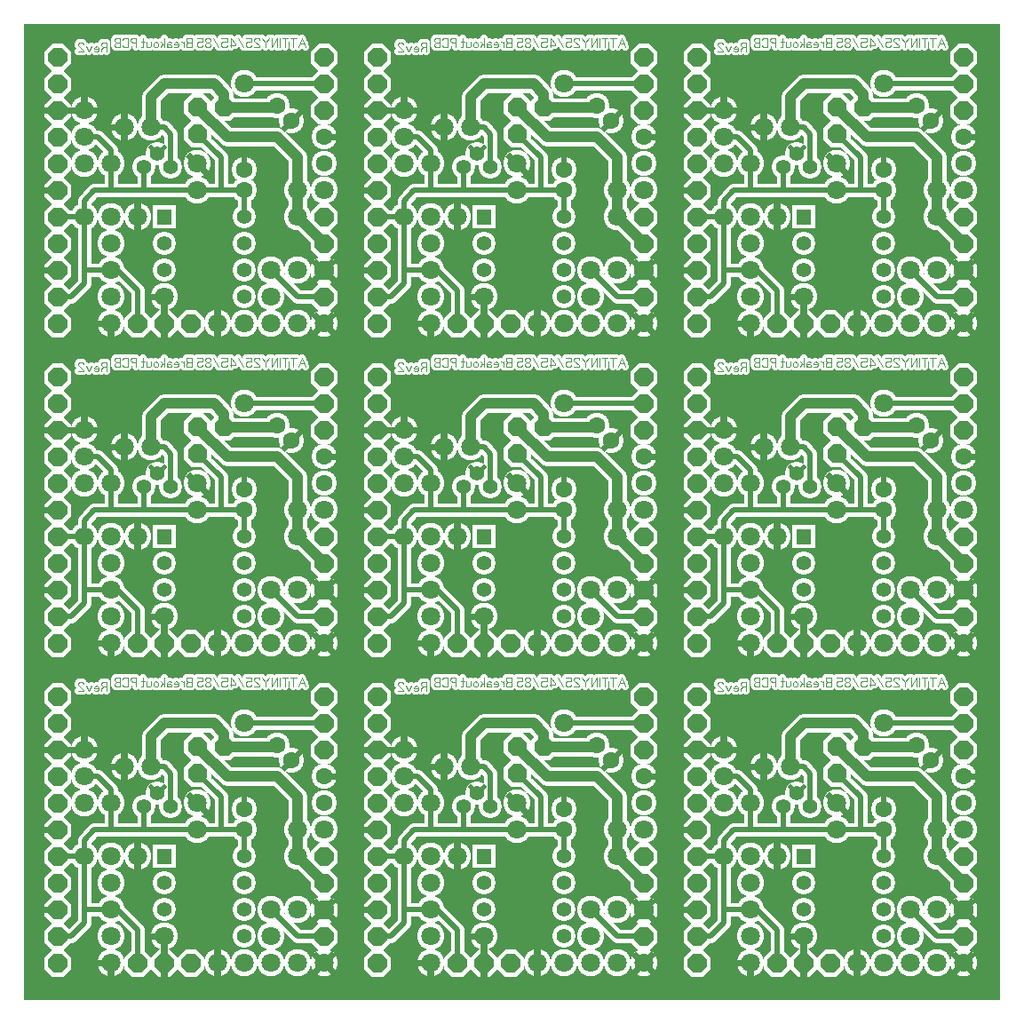
<source format=gbr>
%FSLAX34Y34*%
%MOMM*%
%LNSILK_TOP*%
G71*
G01*
%ADD10C, 2.20*%
%ADD11C, 2.60*%
%ADD12C, 2.60*%
%ADD13C, 0.71*%
%ADD14C, 2.40*%
%ADD15C, 2.60*%
%ADD16C, 1.30*%
%ADD17C, 1.80*%
%ADD18C, 2.20*%
%ADD19C, 0.60*%
%ADD20C, 0.53*%
%ADD21C, 0.47*%
%ADD22C, 1.40*%
%ADD23C, 1.80*%
%ADD24C, 1.80*%
%ADD25C, 0.11*%
%ADD26C, 1.60*%
%ADD27C, 1.80*%
%ADD28C, 0.50*%
%ADD29C, 1.00*%
%ADD30C, 1.40*%
%LPD*%
G36*
X0Y1000000D02*
X930000Y1000000D01*
X930000Y70000D01*
X0Y70000D01*
X0Y1000000D01*
G37*
%LPC*%
G36*
X144350Y826975D02*
X144350Y804975D01*
X122350Y804975D01*
X122350Y826975D01*
X144350Y826975D01*
G37*
X133350Y790575D02*
G54D10*
D03*
X133350Y765175D02*
G54D10*
D03*
X133350Y739775D02*
G54D10*
D03*
X209550Y739775D02*
G54D10*
D03*
X209550Y765175D02*
G54D10*
D03*
X209550Y790575D02*
G54D10*
D03*
X209550Y815975D02*
G54D10*
D03*
X57150Y917575D02*
G54D11*
D03*
X57150Y892175D02*
G54D11*
D03*
X82550Y790575D02*
G54D11*
D03*
X107950Y815975D02*
G54D11*
D03*
X57150Y815975D02*
G54D11*
D03*
G36*
X18750Y897570D02*
X26355Y905175D01*
X37145Y905175D01*
X44750Y897570D01*
X44750Y886780D01*
X37145Y879175D01*
X26355Y879175D01*
X18750Y886780D01*
X18750Y897570D01*
G37*
G36*
X18750Y922970D02*
X26355Y930575D01*
X37145Y930575D01*
X44750Y922970D01*
X44750Y912180D01*
X37145Y904575D01*
X26355Y904575D01*
X18750Y912180D01*
X18750Y922970D01*
G37*
G36*
X18750Y948370D02*
X26355Y955975D01*
X37145Y955975D01*
X44750Y948370D01*
X44750Y937580D01*
X37145Y929975D01*
X26355Y929975D01*
X18750Y937580D01*
X18750Y948370D01*
G37*
G36*
X18750Y973770D02*
X26355Y981375D01*
X37145Y981375D01*
X44750Y973770D01*
X44750Y962980D01*
X37145Y955375D01*
X26355Y955375D01*
X18750Y962980D01*
X18750Y973770D01*
G37*
G36*
X272750Y745170D02*
X280355Y752775D01*
X291145Y752775D01*
X298750Y745170D01*
X298750Y734380D01*
X291145Y726775D01*
X280355Y726775D01*
X272750Y734380D01*
X272750Y745170D01*
G37*
G36*
X272750Y770570D02*
X280355Y778175D01*
X291145Y778175D01*
X298750Y770570D01*
X298750Y759780D01*
X291145Y752175D01*
X280355Y752175D01*
X272750Y759780D01*
X272750Y770570D01*
G37*
G36*
X272750Y795970D02*
X280355Y803575D01*
X291145Y803575D01*
X298750Y795970D01*
X298750Y785180D01*
X291145Y777575D01*
X280355Y777575D01*
X272750Y785180D01*
X272750Y795970D01*
G37*
G36*
X272750Y821370D02*
X280355Y828975D01*
X291145Y828975D01*
X298750Y821370D01*
X298750Y810580D01*
X291145Y802975D01*
X280355Y802975D01*
X272750Y810580D01*
X272750Y821370D01*
G37*
G36*
X18750Y719775D02*
X26355Y727380D01*
X37145Y727380D01*
X44750Y719775D01*
X44750Y708985D01*
X37145Y701380D01*
X26355Y701380D01*
X18750Y708985D01*
X18750Y719775D01*
G37*
G36*
X18750Y846770D02*
X26355Y854375D01*
X37145Y854375D01*
X44750Y846770D01*
X44750Y835980D01*
X37145Y828375D01*
X26355Y828375D01*
X18750Y835980D01*
X18750Y846770D01*
G37*
G36*
X18750Y922970D02*
X26355Y930575D01*
X37145Y930575D01*
X44750Y922970D01*
X44750Y912180D01*
X37145Y904575D01*
X26355Y904575D01*
X18750Y912180D01*
X18750Y922970D01*
G37*
X107950Y815975D02*
G54D12*
D03*
X57150Y917575D02*
G54D12*
D03*
X133350Y739775D02*
G54D12*
D03*
X285750Y765180D02*
G54D12*
D03*
X82550Y739775D02*
G54D11*
D03*
X82550Y765175D02*
G54D11*
D03*
G36*
X18750Y795970D02*
X26355Y803575D01*
X37145Y803575D01*
X44750Y795970D01*
X44750Y785180D01*
X37145Y777575D01*
X26355Y777575D01*
X18750Y785180D01*
X18750Y795970D01*
G37*
G36*
X145750Y719770D02*
X153355Y727375D01*
X164145Y727375D01*
X171750Y719770D01*
X171750Y708980D01*
X164145Y701375D01*
X153355Y701375D01*
X145750Y708980D01*
X145750Y719770D01*
G37*
G54D13*
X268288Y977900D02*
X264954Y986789D01*
X261621Y977900D01*
G54D13*
X266954Y981233D02*
X262954Y981233D01*
G54D13*
X256510Y977900D02*
X256510Y986789D01*
G54D13*
X259176Y986789D02*
X253843Y986789D01*
G54D13*
X248733Y977900D02*
X248733Y986789D01*
G54D13*
X251400Y986789D02*
X246066Y986789D01*
G54D13*
X243622Y977900D02*
X243622Y986789D01*
G54D13*
X241178Y977900D02*
X241178Y986789D01*
X235845Y977900D01*
X235845Y986789D01*
G54D13*
X233402Y986789D02*
X230068Y982344D01*
X230068Y977900D01*
G54D13*
X230068Y982344D02*
X226735Y986789D01*
G54D13*
X218957Y977900D02*
X224290Y977900D01*
X224290Y978456D01*
X223624Y979567D01*
X219624Y982900D01*
X218957Y984011D01*
X218957Y985122D01*
X219624Y986233D01*
X220957Y986789D01*
X222290Y986789D01*
X223624Y986233D01*
X224290Y985122D01*
G54D13*
X211180Y986789D02*
X216514Y986789D01*
X216514Y982900D01*
X215847Y982900D01*
X214514Y983456D01*
X213180Y983456D01*
X211847Y982900D01*
X211180Y981789D01*
X211180Y979567D01*
X211847Y978456D01*
X213180Y977900D01*
X214514Y977900D01*
X215847Y978456D01*
X216514Y979567D01*
G54D13*
X208736Y977900D02*
X203403Y986789D01*
G54D13*
X196960Y977900D02*
X196960Y986789D01*
X200960Y981233D01*
X200960Y980122D01*
X195626Y980122D01*
G54D13*
X187849Y986789D02*
X193182Y986789D01*
X193182Y982900D01*
X192516Y982900D01*
X191182Y983456D01*
X189849Y983456D01*
X188516Y982900D01*
X187849Y981789D01*
X187849Y979567D01*
X188516Y978456D01*
X189849Y977900D01*
X191182Y977900D01*
X192516Y978456D01*
X193182Y979567D01*
G54D13*
X185406Y977900D02*
X180072Y986789D01*
G54D13*
X174295Y982344D02*
X175628Y982344D01*
X176962Y982900D01*
X177628Y984011D01*
X177628Y985122D01*
X176962Y986233D01*
X175628Y986789D01*
X174295Y986789D01*
X172962Y986233D01*
X172295Y985122D01*
X172295Y984011D01*
X172962Y982900D01*
X174295Y982344D01*
X172962Y981789D01*
X172295Y980678D01*
X172295Y979567D01*
X172962Y978456D01*
X174295Y977900D01*
X175628Y977900D01*
X176962Y978456D01*
X177628Y979567D01*
X177628Y980678D01*
X176962Y981789D01*
X175628Y982344D01*
G54D13*
X164518Y986789D02*
X169852Y986789D01*
X169852Y982900D01*
X169185Y982900D01*
X167852Y983456D01*
X166518Y983456D01*
X165185Y982900D01*
X164518Y981789D01*
X164518Y979567D01*
X165185Y978456D01*
X166518Y977900D01*
X167852Y977900D01*
X169185Y978456D01*
X169852Y979567D01*
G54D13*
X159498Y977900D02*
X159498Y986789D01*
X156164Y986789D01*
X154831Y986233D01*
X154164Y985122D01*
X154164Y984011D01*
X154831Y982900D01*
X156164Y982344D01*
X154831Y981789D01*
X154164Y980678D01*
X154164Y979567D01*
X154831Y978456D01*
X156164Y977900D01*
X159498Y977900D01*
G54D13*
X159498Y982344D02*
X156164Y982344D01*
G54D13*
X151720Y977900D02*
X151720Y982900D01*
G54D13*
X151720Y981789D02*
X150387Y982900D01*
X149054Y982900D01*
G54D13*
X142610Y978456D02*
X143676Y977900D01*
X145010Y977900D01*
X146343Y978456D01*
X146610Y979567D01*
X146610Y981456D01*
X145943Y982567D01*
X144610Y982900D01*
X143276Y982567D01*
X142610Y981789D01*
X142610Y980678D01*
X146610Y980678D01*
G54D13*
X140166Y982344D02*
X138832Y982900D01*
X137232Y982900D01*
X136166Y981789D01*
X136166Y977900D01*
G54D13*
X136166Y979567D02*
X136832Y980678D01*
X138166Y980900D01*
X139499Y980678D01*
X140166Y979567D01*
X139899Y978456D01*
X138832Y977900D01*
X138166Y977900D01*
X137899Y977900D01*
X136832Y978456D01*
X136166Y979567D01*
G54D13*
X133722Y977900D02*
X133722Y986789D01*
G54D13*
X131722Y981233D02*
X129722Y977900D01*
G54D13*
X133722Y980122D02*
X129722Y982900D01*
G54D13*
X123278Y979233D02*
X123278Y981456D01*
X123944Y982567D01*
X125278Y982900D01*
X126611Y982567D01*
X127278Y981456D01*
X127278Y979233D01*
X126611Y978122D01*
X125278Y977900D01*
X123944Y978122D01*
X123278Y979233D01*
G54D13*
X116834Y982900D02*
X116834Y977900D01*
G54D13*
X116834Y979011D02*
X117500Y978122D01*
X118834Y977900D01*
X120167Y978122D01*
X120834Y979011D01*
X120834Y982900D01*
G54D13*
X113056Y986789D02*
X113056Y978456D01*
X112390Y977900D01*
X111723Y978122D01*
G54D13*
X114390Y982900D02*
X111723Y982900D01*
G54D13*
X106702Y977900D02*
X106702Y986789D01*
X103368Y986789D01*
X102035Y986233D01*
X101368Y985122D01*
X101368Y984011D01*
X102035Y982900D01*
X103368Y982344D01*
X106702Y982344D01*
G54D13*
X93591Y979567D02*
X94258Y978456D01*
X95591Y977900D01*
X96924Y977900D01*
X98258Y978456D01*
X98924Y979567D01*
X98924Y985122D01*
X98258Y986233D01*
X96924Y986789D01*
X95591Y986789D01*
X94258Y986233D01*
X93591Y985122D01*
G54D13*
X91148Y977900D02*
X91148Y986789D01*
X87814Y986789D01*
X86481Y986233D01*
X85814Y985122D01*
X85814Y984011D01*
X86481Y982900D01*
X87814Y982344D01*
X86481Y981789D01*
X85814Y980678D01*
X85814Y979567D01*
X86481Y978456D01*
X87814Y977900D01*
X91148Y977900D01*
G54D13*
X91148Y982344D02*
X87814Y982344D01*
G54D13*
X75754Y978178D02*
X73754Y977067D01*
X73088Y975956D01*
X73088Y973733D01*
G54D13*
X78421Y973733D02*
X78421Y982622D01*
X75088Y982622D01*
X73754Y982067D01*
X73088Y980956D01*
X73088Y979844D01*
X73754Y978733D01*
X75088Y978178D01*
X78421Y978178D01*
G54D13*
X66644Y974289D02*
X67711Y973733D01*
X69044Y973733D01*
X70377Y974289D01*
X70644Y975400D01*
X70644Y977289D01*
X69977Y978400D01*
X68644Y978733D01*
X67311Y978400D01*
X66644Y977622D01*
X66644Y976511D01*
X70644Y976511D01*
G54D13*
X64200Y978733D02*
X61533Y973733D01*
X58867Y978733D01*
G54D13*
X51090Y973733D02*
X56423Y973733D01*
X56423Y974289D01*
X55756Y975400D01*
X51756Y978733D01*
X51090Y979844D01*
X51090Y980956D01*
X51756Y982067D01*
X53090Y982622D01*
X54423Y982622D01*
X55756Y982067D01*
X56423Y980956D01*
X285750Y892175D02*
G54D14*
D03*
X285750Y866775D02*
G54D14*
D03*
X285750Y892175D02*
G54D14*
D03*
X260350Y841375D02*
G54D11*
D03*
X285750Y841375D02*
G54D11*
D03*
G36*
X120350Y719770D02*
X127955Y727375D01*
X138745Y727375D01*
X146350Y719770D01*
X146350Y708980D01*
X138745Y701375D01*
X127955Y701375D01*
X120350Y708980D01*
X120350Y719770D01*
G37*
G36*
X94950Y719770D02*
X102555Y727375D01*
X113345Y727375D01*
X120950Y719770D01*
X120950Y708980D01*
X113345Y701375D01*
X102555Y701375D01*
X94950Y708980D01*
X94950Y719770D01*
G37*
X234950Y714375D02*
G54D15*
D03*
X260350Y714375D02*
G54D15*
D03*
X285750Y714380D02*
G54D15*
D03*
G54D16*
X82550Y841375D02*
X82550Y866775D01*
G54D16*
X209550Y815975D02*
X209550Y841375D01*
G54D16*
X57150Y815975D02*
X57150Y765175D01*
X184150Y714375D02*
G54D11*
D03*
X209550Y714375D02*
G54D11*
D03*
G54D16*
X260350Y873125D02*
X260350Y841375D01*
G54D17*
X260350Y841375D02*
X260350Y815975D01*
X285750Y790575D01*
G54D16*
X57150Y765175D02*
X88900Y765175D01*
X107950Y746125D01*
X107950Y714375D01*
X82550Y739775D02*
G54D11*
D03*
X82550Y714375D02*
G54D11*
D03*
X82550Y714380D02*
G54D12*
D03*
X260350Y815975D02*
G54D11*
D03*
X260350Y765175D02*
G54D11*
D03*
X82550Y815975D02*
G54D12*
D03*
G36*
X272750Y973770D02*
X280355Y981375D01*
X291145Y981375D01*
X298750Y973770D01*
X298750Y962980D01*
X291145Y955375D01*
X280355Y955375D01*
X272750Y962980D01*
X272750Y973770D01*
G37*
G36*
X272750Y948370D02*
X280355Y955975D01*
X291145Y955975D01*
X298750Y948370D01*
X298750Y937580D01*
X291145Y929975D01*
X280355Y929975D01*
X272750Y937580D01*
X272750Y948370D01*
G37*
G36*
X272750Y922970D02*
X280355Y930575D01*
X291145Y930575D01*
X298750Y922970D01*
X298750Y912180D01*
X291145Y904575D01*
X280355Y904575D01*
X272750Y912180D01*
X272750Y922970D01*
G37*
X209550Y942975D02*
G54D12*
D03*
G54D16*
X285750Y942975D02*
X209550Y942975D01*
X234950Y765175D02*
G54D11*
D03*
X234950Y739775D02*
G54D11*
D03*
G54D16*
X234950Y765175D02*
X260350Y739775D01*
X285750Y739775D01*
X184150Y714375D02*
G54D12*
D03*
G36*
X18750Y770575D02*
X26355Y778180D01*
X37145Y778180D01*
X44750Y770575D01*
X44750Y759785D01*
X37145Y752180D01*
X26355Y752180D01*
X18750Y759785D01*
X18750Y770575D01*
G37*
G36*
X18750Y745170D02*
X26355Y752775D01*
X37145Y752775D01*
X44750Y745170D01*
X44750Y734380D01*
X37145Y726775D01*
X26355Y726775D01*
X18750Y734380D01*
X18750Y745170D01*
G37*
G36*
X18750Y872170D02*
X26355Y879775D01*
X37145Y879775D01*
X44750Y872170D01*
X44750Y861380D01*
X37145Y853775D01*
X26355Y853775D01*
X18750Y861380D01*
X18750Y872170D01*
G37*
G54D16*
X31750Y739775D02*
X44450Y739775D01*
X57150Y752475D01*
X57150Y765175D01*
X165100Y866775D02*
G54D11*
D03*
X165100Y841375D02*
G54D11*
D03*
X165100Y866770D02*
G54D12*
D03*
X95250Y901700D02*
G54D15*
D03*
X120650Y901700D02*
G54D15*
D03*
X114300Y863600D02*
G54D18*
D03*
X127000Y876300D02*
G54D18*
D03*
X139700Y863600D02*
G54D18*
D03*
G54D16*
X114300Y863600D02*
X114300Y841375D01*
G36*
X152100Y900745D02*
X159705Y908350D01*
X170495Y908350D01*
X178100Y900745D01*
X178100Y889955D01*
X170495Y882350D01*
X159705Y882350D01*
X152100Y889955D01*
X152100Y900745D01*
G37*
G36*
X152100Y926145D02*
X159705Y933750D01*
X170495Y933750D01*
X178100Y926145D01*
X178100Y915355D01*
X170495Y907750D01*
X159705Y907750D01*
X152100Y915355D01*
X152100Y926145D01*
G37*
X209550Y861375D02*
G54D14*
D03*
X209550Y841375D02*
G54D14*
D03*
X209550Y861380D02*
G54D14*
D03*
X95250Y901700D02*
G54D15*
D03*
G36*
X177500Y926145D02*
X185105Y933750D01*
X195895Y933750D01*
X203500Y926145D01*
X203500Y915355D01*
X195895Y907750D01*
X185105Y907750D01*
X177500Y915355D01*
X177500Y926145D01*
G37*
G54D17*
X165100Y920750D02*
X193675Y892175D01*
X241300Y892175D01*
X260350Y873125D01*
X260350Y841375D01*
G54D16*
X165100Y895350D02*
X187325Y873125D01*
X187325Y844550D01*
X254736Y907766D02*
G54D14*
D03*
X240594Y921908D02*
G54D14*
D03*
G54D17*
X190500Y920750D02*
X241300Y920750D01*
X254740Y907770D02*
G54D14*
D03*
X127000Y876300D02*
G54D18*
D03*
X82550Y866775D02*
G54D11*
D03*
X57150Y866775D02*
G54D11*
D03*
G54D16*
X57150Y815975D02*
X57150Y831850D01*
X66675Y841375D01*
X209550Y841375D01*
G54D16*
X57150Y892175D02*
X69850Y892175D01*
X82550Y879475D01*
X82550Y866775D01*
G36*
X18750Y821370D02*
X26355Y828975D01*
X37145Y828975D01*
X44750Y821370D01*
X44750Y810580D01*
X37145Y802975D01*
X26355Y802975D01*
X18750Y810580D01*
X18750Y821370D01*
G37*
G54D16*
X31750Y815975D02*
X57150Y815975D01*
G54D17*
X120650Y901700D02*
X120650Y930275D01*
X133350Y942975D01*
X180975Y942975D01*
X190500Y933450D01*
X190500Y920750D01*
G54D16*
X139700Y863600D02*
X139700Y895350D01*
X133350Y901700D01*
X120650Y901700D01*
G36*
X449150Y826975D02*
X449150Y804975D01*
X427150Y804975D01*
X427150Y826975D01*
X449150Y826975D01*
G37*
X438150Y790575D02*
G54D10*
D03*
X438150Y765175D02*
G54D10*
D03*
X438150Y739775D02*
G54D10*
D03*
X514350Y739775D02*
G54D10*
D03*
X514350Y765175D02*
G54D10*
D03*
X514350Y790575D02*
G54D10*
D03*
X514350Y815975D02*
G54D10*
D03*
X361950Y917575D02*
G54D11*
D03*
X361950Y892175D02*
G54D11*
D03*
X387350Y790575D02*
G54D11*
D03*
X412750Y815975D02*
G54D11*
D03*
X361950Y815975D02*
G54D11*
D03*
G36*
X323550Y897570D02*
X331155Y905175D01*
X341945Y905175D01*
X349550Y897570D01*
X349550Y886780D01*
X341945Y879175D01*
X331155Y879175D01*
X323550Y886780D01*
X323550Y897570D01*
G37*
G36*
X323550Y922970D02*
X331155Y930575D01*
X341945Y930575D01*
X349550Y922970D01*
X349550Y912180D01*
X341945Y904575D01*
X331155Y904575D01*
X323550Y912180D01*
X323550Y922970D01*
G37*
G36*
X323550Y948370D02*
X331155Y955975D01*
X341945Y955975D01*
X349550Y948370D01*
X349550Y937580D01*
X341945Y929975D01*
X331155Y929975D01*
X323550Y937580D01*
X323550Y948370D01*
G37*
G36*
X323550Y973770D02*
X331155Y981375D01*
X341945Y981375D01*
X349550Y973770D01*
X349550Y962980D01*
X341945Y955375D01*
X331155Y955375D01*
X323550Y962980D01*
X323550Y973770D01*
G37*
G36*
X577550Y745170D02*
X585155Y752775D01*
X595945Y752775D01*
X603550Y745170D01*
X603550Y734380D01*
X595945Y726775D01*
X585155Y726775D01*
X577550Y734380D01*
X577550Y745170D01*
G37*
G36*
X577550Y770570D02*
X585155Y778175D01*
X595945Y778175D01*
X603550Y770570D01*
X603550Y759780D01*
X595945Y752175D01*
X585155Y752175D01*
X577550Y759780D01*
X577550Y770570D01*
G37*
G36*
X577550Y795970D02*
X585155Y803575D01*
X595945Y803575D01*
X603550Y795970D01*
X603550Y785180D01*
X595945Y777575D01*
X585155Y777575D01*
X577550Y785180D01*
X577550Y795970D01*
G37*
G36*
X577550Y821370D02*
X585155Y828975D01*
X595945Y828975D01*
X603550Y821370D01*
X603550Y810580D01*
X595945Y802975D01*
X585155Y802975D01*
X577550Y810580D01*
X577550Y821370D01*
G37*
G36*
X323550Y719775D02*
X331155Y727380D01*
X341945Y727380D01*
X349550Y719775D01*
X349550Y708985D01*
X341945Y701380D01*
X331155Y701380D01*
X323550Y708985D01*
X323550Y719775D01*
G37*
G36*
X323550Y846770D02*
X331155Y854375D01*
X341945Y854375D01*
X349550Y846770D01*
X349550Y835980D01*
X341945Y828375D01*
X331155Y828375D01*
X323550Y835980D01*
X323550Y846770D01*
G37*
G36*
X323550Y922970D02*
X331155Y930575D01*
X341945Y930575D01*
X349550Y922970D01*
X349550Y912180D01*
X341945Y904575D01*
X331155Y904575D01*
X323550Y912180D01*
X323550Y922970D01*
G37*
X412750Y815975D02*
G54D12*
D03*
X361950Y917575D02*
G54D12*
D03*
X438150Y739775D02*
G54D12*
D03*
X590550Y765180D02*
G54D12*
D03*
X387350Y739775D02*
G54D11*
D03*
X387350Y765175D02*
G54D11*
D03*
G36*
X323550Y795970D02*
X331155Y803575D01*
X341945Y803575D01*
X349550Y795970D01*
X349550Y785180D01*
X341945Y777575D01*
X331155Y777575D01*
X323550Y785180D01*
X323550Y795970D01*
G37*
G36*
X450550Y719770D02*
X458155Y727375D01*
X468945Y727375D01*
X476550Y719770D01*
X476550Y708980D01*
X468945Y701375D01*
X458155Y701375D01*
X450550Y708980D01*
X450550Y719770D01*
G37*
G54D13*
X573088Y977900D02*
X569754Y986789D01*
X566421Y977900D01*
G54D13*
X571754Y981233D02*
X567754Y981233D01*
G54D13*
X561310Y977900D02*
X561310Y986789D01*
G54D13*
X563976Y986789D02*
X558643Y986789D01*
G54D13*
X553533Y977900D02*
X553533Y986789D01*
G54D13*
X556200Y986789D02*
X550866Y986789D01*
G54D13*
X548422Y977900D02*
X548422Y986789D01*
G54D13*
X545978Y977900D02*
X545978Y986789D01*
X540645Y977900D01*
X540645Y986789D01*
G54D13*
X538202Y986789D02*
X534868Y982344D01*
X534868Y977900D01*
G54D13*
X534868Y982344D02*
X531535Y986789D01*
G54D13*
X523757Y977900D02*
X529090Y977900D01*
X529090Y978456D01*
X528424Y979567D01*
X524424Y982900D01*
X523757Y984011D01*
X523757Y985122D01*
X524424Y986233D01*
X525757Y986789D01*
X527090Y986789D01*
X528424Y986233D01*
X529090Y985122D01*
G54D13*
X515980Y986789D02*
X521314Y986789D01*
X521314Y982900D01*
X520647Y982900D01*
X519314Y983456D01*
X517980Y983456D01*
X516647Y982900D01*
X515980Y981789D01*
X515980Y979567D01*
X516647Y978456D01*
X517980Y977900D01*
X519314Y977900D01*
X520647Y978456D01*
X521314Y979567D01*
G54D13*
X513536Y977900D02*
X508203Y986789D01*
G54D13*
X501760Y977900D02*
X501760Y986789D01*
X505760Y981233D01*
X505760Y980122D01*
X500426Y980122D01*
G54D13*
X492649Y986789D02*
X497982Y986789D01*
X497982Y982900D01*
X497316Y982900D01*
X495982Y983456D01*
X494649Y983456D01*
X493316Y982900D01*
X492649Y981789D01*
X492649Y979567D01*
X493316Y978456D01*
X494649Y977900D01*
X495982Y977900D01*
X497316Y978456D01*
X497982Y979567D01*
G54D13*
X490206Y977900D02*
X484872Y986789D01*
G54D13*
X479095Y982344D02*
X480428Y982344D01*
X481762Y982900D01*
X482428Y984011D01*
X482428Y985122D01*
X481762Y986233D01*
X480428Y986789D01*
X479095Y986789D01*
X477762Y986233D01*
X477095Y985122D01*
X477095Y984011D01*
X477762Y982900D01*
X479095Y982344D01*
X477762Y981789D01*
X477095Y980678D01*
X477095Y979567D01*
X477762Y978456D01*
X479095Y977900D01*
X480428Y977900D01*
X481762Y978456D01*
X482428Y979567D01*
X482428Y980678D01*
X481762Y981789D01*
X480428Y982344D01*
G54D13*
X469318Y986789D02*
X474652Y986789D01*
X474652Y982900D01*
X473985Y982900D01*
X472652Y983456D01*
X471318Y983456D01*
X469985Y982900D01*
X469318Y981789D01*
X469318Y979567D01*
X469985Y978456D01*
X471318Y977900D01*
X472652Y977900D01*
X473985Y978456D01*
X474652Y979567D01*
G54D13*
X464298Y977900D02*
X464298Y986789D01*
X460964Y986789D01*
X459631Y986233D01*
X458964Y985122D01*
X458964Y984011D01*
X459631Y982900D01*
X460964Y982344D01*
X459631Y981789D01*
X458964Y980678D01*
X458964Y979567D01*
X459631Y978456D01*
X460964Y977900D01*
X464298Y977900D01*
G54D13*
X464298Y982344D02*
X460964Y982344D01*
G54D13*
X456520Y977900D02*
X456520Y982900D01*
G54D13*
X456520Y981789D02*
X455187Y982900D01*
X453854Y982900D01*
G54D13*
X447410Y978456D02*
X448476Y977900D01*
X449810Y977900D01*
X451143Y978456D01*
X451410Y979567D01*
X451410Y981456D01*
X450743Y982567D01*
X449410Y982900D01*
X448076Y982567D01*
X447410Y981789D01*
X447410Y980678D01*
X451410Y980678D01*
G54D13*
X444966Y982344D02*
X443632Y982900D01*
X442032Y982900D01*
X440966Y981789D01*
X440966Y977900D01*
G54D13*
X440966Y979567D02*
X441632Y980678D01*
X442966Y980900D01*
X444299Y980678D01*
X444966Y979567D01*
X444699Y978456D01*
X443632Y977900D01*
X442966Y977900D01*
X442699Y977900D01*
X441632Y978456D01*
X440966Y979567D01*
G54D13*
X438522Y977900D02*
X438522Y986789D01*
G54D13*
X436522Y981233D02*
X434522Y977900D01*
G54D13*
X438522Y980122D02*
X434522Y982900D01*
G54D13*
X428078Y979233D02*
X428078Y981456D01*
X428744Y982567D01*
X430078Y982900D01*
X431411Y982567D01*
X432078Y981456D01*
X432078Y979233D01*
X431411Y978122D01*
X430078Y977900D01*
X428744Y978122D01*
X428078Y979233D01*
G54D13*
X421634Y982900D02*
X421634Y977900D01*
G54D13*
X421634Y979011D02*
X422300Y978122D01*
X423634Y977900D01*
X424967Y978122D01*
X425634Y979011D01*
X425634Y982900D01*
G54D13*
X417856Y986789D02*
X417856Y978456D01*
X417190Y977900D01*
X416523Y978122D01*
G54D13*
X419190Y982900D02*
X416523Y982900D01*
G54D13*
X411502Y977900D02*
X411502Y986789D01*
X408168Y986789D01*
X406835Y986233D01*
X406168Y985122D01*
X406168Y984011D01*
X406835Y982900D01*
X408168Y982344D01*
X411502Y982344D01*
G54D13*
X398391Y979567D02*
X399058Y978456D01*
X400391Y977900D01*
X401724Y977900D01*
X403058Y978456D01*
X403724Y979567D01*
X403724Y985122D01*
X403058Y986233D01*
X401724Y986789D01*
X400391Y986789D01*
X399058Y986233D01*
X398391Y985122D01*
G54D13*
X395948Y977900D02*
X395948Y986789D01*
X392614Y986789D01*
X391281Y986233D01*
X390614Y985122D01*
X390614Y984011D01*
X391281Y982900D01*
X392614Y982344D01*
X391281Y981789D01*
X390614Y980678D01*
X390614Y979567D01*
X391281Y978456D01*
X392614Y977900D01*
X395948Y977900D01*
G54D13*
X395948Y982344D02*
X392614Y982344D01*
G54D13*
X380554Y978178D02*
X378554Y977067D01*
X377888Y975956D01*
X377888Y973733D01*
G54D13*
X383221Y973733D02*
X383221Y982622D01*
X379888Y982622D01*
X378554Y982067D01*
X377888Y980956D01*
X377888Y979844D01*
X378554Y978733D01*
X379888Y978178D01*
X383221Y978178D01*
G54D13*
X371444Y974289D02*
X372511Y973733D01*
X373844Y973733D01*
X375177Y974289D01*
X375444Y975400D01*
X375444Y977289D01*
X374777Y978400D01*
X373444Y978733D01*
X372111Y978400D01*
X371444Y977622D01*
X371444Y976511D01*
X375444Y976511D01*
G54D13*
X369000Y978733D02*
X366333Y973733D01*
X363667Y978733D01*
G54D13*
X355890Y973733D02*
X361223Y973733D01*
X361223Y974289D01*
X360556Y975400D01*
X356556Y978733D01*
X355890Y979844D01*
X355890Y980956D01*
X356556Y982067D01*
X357890Y982622D01*
X359223Y982622D01*
X360556Y982067D01*
X361223Y980956D01*
X590550Y892175D02*
G54D14*
D03*
X590550Y866775D02*
G54D14*
D03*
X590550Y892175D02*
G54D14*
D03*
X565150Y841375D02*
G54D11*
D03*
X590550Y841375D02*
G54D11*
D03*
G36*
X425150Y719770D02*
X432755Y727375D01*
X443545Y727375D01*
X451150Y719770D01*
X451150Y708980D01*
X443545Y701375D01*
X432755Y701375D01*
X425150Y708980D01*
X425150Y719770D01*
G37*
G36*
X399750Y719770D02*
X407355Y727375D01*
X418145Y727375D01*
X425750Y719770D01*
X425750Y708980D01*
X418145Y701375D01*
X407355Y701375D01*
X399750Y708980D01*
X399750Y719770D01*
G37*
X539750Y714375D02*
G54D15*
D03*
X565150Y714375D02*
G54D15*
D03*
X590550Y714380D02*
G54D15*
D03*
G54D16*
X387350Y841375D02*
X387350Y866775D01*
G54D16*
X514350Y815975D02*
X514350Y841375D01*
G54D16*
X361950Y815975D02*
X361950Y765175D01*
X488950Y714375D02*
G54D11*
D03*
X514350Y714375D02*
G54D11*
D03*
G54D16*
X565150Y873125D02*
X565150Y841375D01*
G54D17*
X565150Y841375D02*
X565150Y815975D01*
X590550Y790575D01*
G54D16*
X361950Y765175D02*
X393700Y765175D01*
X412750Y746125D01*
X412750Y714375D01*
X387350Y739775D02*
G54D11*
D03*
X387350Y714375D02*
G54D11*
D03*
X387350Y714380D02*
G54D12*
D03*
X565150Y815975D02*
G54D11*
D03*
X565150Y765175D02*
G54D11*
D03*
X387350Y815975D02*
G54D12*
D03*
G36*
X577550Y973770D02*
X585155Y981375D01*
X595945Y981375D01*
X603550Y973770D01*
X603550Y962980D01*
X595945Y955375D01*
X585155Y955375D01*
X577550Y962980D01*
X577550Y973770D01*
G37*
G36*
X577550Y948370D02*
X585155Y955975D01*
X595945Y955975D01*
X603550Y948370D01*
X603550Y937580D01*
X595945Y929975D01*
X585155Y929975D01*
X577550Y937580D01*
X577550Y948370D01*
G37*
G36*
X577550Y922970D02*
X585155Y930575D01*
X595945Y930575D01*
X603550Y922970D01*
X603550Y912180D01*
X595945Y904575D01*
X585155Y904575D01*
X577550Y912180D01*
X577550Y922970D01*
G37*
X514350Y942975D02*
G54D12*
D03*
G54D16*
X590550Y942975D02*
X514350Y942975D01*
X539750Y765175D02*
G54D11*
D03*
X539750Y739775D02*
G54D11*
D03*
G54D16*
X539750Y765175D02*
X565150Y739775D01*
X590550Y739775D01*
X488950Y714375D02*
G54D12*
D03*
G36*
X323550Y770575D02*
X331155Y778180D01*
X341945Y778180D01*
X349550Y770575D01*
X349550Y759785D01*
X341945Y752180D01*
X331155Y752180D01*
X323550Y759785D01*
X323550Y770575D01*
G37*
G36*
X323550Y745170D02*
X331155Y752775D01*
X341945Y752775D01*
X349550Y745170D01*
X349550Y734380D01*
X341945Y726775D01*
X331155Y726775D01*
X323550Y734380D01*
X323550Y745170D01*
G37*
G36*
X323550Y872170D02*
X331155Y879775D01*
X341945Y879775D01*
X349550Y872170D01*
X349550Y861380D01*
X341945Y853775D01*
X331155Y853775D01*
X323550Y861380D01*
X323550Y872170D01*
G37*
G54D16*
X336550Y739775D02*
X349250Y739775D01*
X361950Y752475D01*
X361950Y765175D01*
X469900Y866775D02*
G54D11*
D03*
X469900Y841375D02*
G54D11*
D03*
X469900Y866770D02*
G54D12*
D03*
X400050Y901700D02*
G54D15*
D03*
X425450Y901700D02*
G54D15*
D03*
X419100Y863600D02*
G54D18*
D03*
X431800Y876300D02*
G54D18*
D03*
X444500Y863600D02*
G54D18*
D03*
G54D16*
X419100Y863600D02*
X419100Y841375D01*
G36*
X456900Y900745D02*
X464505Y908350D01*
X475295Y908350D01*
X482900Y900745D01*
X482900Y889955D01*
X475295Y882350D01*
X464505Y882350D01*
X456900Y889955D01*
X456900Y900745D01*
G37*
G36*
X456900Y926145D02*
X464505Y933750D01*
X475295Y933750D01*
X482900Y926145D01*
X482900Y915355D01*
X475295Y907750D01*
X464505Y907750D01*
X456900Y915355D01*
X456900Y926145D01*
G37*
X514350Y861375D02*
G54D14*
D03*
X514350Y841375D02*
G54D14*
D03*
X514350Y861380D02*
G54D14*
D03*
X400050Y901700D02*
G54D15*
D03*
G36*
X482300Y926145D02*
X489905Y933750D01*
X500695Y933750D01*
X508300Y926145D01*
X508300Y915355D01*
X500695Y907750D01*
X489905Y907750D01*
X482300Y915355D01*
X482300Y926145D01*
G37*
G54D17*
X469900Y920750D02*
X498475Y892175D01*
X546100Y892175D01*
X565150Y873125D01*
X565150Y841375D01*
G54D16*
X469900Y895350D02*
X492125Y873125D01*
X492125Y844550D01*
X559536Y907766D02*
G54D14*
D03*
X545394Y921908D02*
G54D14*
D03*
G54D17*
X495300Y920750D02*
X546100Y920750D01*
X559540Y907770D02*
G54D14*
D03*
X431800Y876300D02*
G54D18*
D03*
X387350Y866775D02*
G54D11*
D03*
X361950Y866775D02*
G54D11*
D03*
G54D16*
X361950Y815975D02*
X361950Y831850D01*
X371475Y841375D01*
X514350Y841375D01*
G54D16*
X361950Y892175D02*
X374650Y892175D01*
X387350Y879475D01*
X387350Y866775D01*
G36*
X323550Y821370D02*
X331155Y828975D01*
X341945Y828975D01*
X349550Y821370D01*
X349550Y810580D01*
X341945Y802975D01*
X331155Y802975D01*
X323550Y810580D01*
X323550Y821370D01*
G37*
G54D16*
X336550Y815975D02*
X361950Y815975D01*
G54D17*
X425450Y901700D02*
X425450Y930275D01*
X438150Y942975D01*
X485775Y942975D01*
X495300Y933450D01*
X495300Y920750D01*
G54D16*
X444500Y863600D02*
X444500Y895350D01*
X438150Y901700D01*
X425450Y901700D01*
G36*
X753950Y826975D02*
X753950Y804975D01*
X731950Y804975D01*
X731950Y826975D01*
X753950Y826975D01*
G37*
X742950Y790575D02*
G54D10*
D03*
X742950Y765175D02*
G54D10*
D03*
X742950Y739775D02*
G54D10*
D03*
X819150Y739775D02*
G54D10*
D03*
X819150Y765175D02*
G54D10*
D03*
X819150Y790575D02*
G54D10*
D03*
X819150Y815975D02*
G54D10*
D03*
X666750Y917575D02*
G54D11*
D03*
X666750Y892175D02*
G54D11*
D03*
X692150Y790575D02*
G54D11*
D03*
X717550Y815975D02*
G54D11*
D03*
X666750Y815975D02*
G54D11*
D03*
G36*
X628350Y897570D02*
X635955Y905175D01*
X646745Y905175D01*
X654350Y897570D01*
X654350Y886780D01*
X646745Y879175D01*
X635955Y879175D01*
X628350Y886780D01*
X628350Y897570D01*
G37*
G36*
X628350Y922970D02*
X635955Y930575D01*
X646745Y930575D01*
X654350Y922970D01*
X654350Y912180D01*
X646745Y904575D01*
X635955Y904575D01*
X628350Y912180D01*
X628350Y922970D01*
G37*
G36*
X628350Y948370D02*
X635955Y955975D01*
X646745Y955975D01*
X654350Y948370D01*
X654350Y937580D01*
X646745Y929975D01*
X635955Y929975D01*
X628350Y937580D01*
X628350Y948370D01*
G37*
G36*
X628350Y973770D02*
X635955Y981375D01*
X646745Y981375D01*
X654350Y973770D01*
X654350Y962980D01*
X646745Y955375D01*
X635955Y955375D01*
X628350Y962980D01*
X628350Y973770D01*
G37*
G36*
X882350Y745170D02*
X889955Y752775D01*
X900745Y752775D01*
X908350Y745170D01*
X908350Y734380D01*
X900745Y726775D01*
X889955Y726775D01*
X882350Y734380D01*
X882350Y745170D01*
G37*
G36*
X882350Y770570D02*
X889955Y778175D01*
X900745Y778175D01*
X908350Y770570D01*
X908350Y759780D01*
X900745Y752175D01*
X889955Y752175D01*
X882350Y759780D01*
X882350Y770570D01*
G37*
G36*
X882350Y795970D02*
X889955Y803575D01*
X900745Y803575D01*
X908350Y795970D01*
X908350Y785180D01*
X900745Y777575D01*
X889955Y777575D01*
X882350Y785180D01*
X882350Y795970D01*
G37*
G36*
X882350Y821370D02*
X889955Y828975D01*
X900745Y828975D01*
X908350Y821370D01*
X908350Y810580D01*
X900745Y802975D01*
X889955Y802975D01*
X882350Y810580D01*
X882350Y821370D01*
G37*
G36*
X628350Y719775D02*
X635955Y727380D01*
X646745Y727380D01*
X654350Y719775D01*
X654350Y708985D01*
X646745Y701380D01*
X635955Y701380D01*
X628350Y708985D01*
X628350Y719775D01*
G37*
G36*
X628350Y846770D02*
X635955Y854375D01*
X646745Y854375D01*
X654350Y846770D01*
X654350Y835980D01*
X646745Y828375D01*
X635955Y828375D01*
X628350Y835980D01*
X628350Y846770D01*
G37*
G36*
X628350Y922970D02*
X635955Y930575D01*
X646745Y930575D01*
X654350Y922970D01*
X654350Y912180D01*
X646745Y904575D01*
X635955Y904575D01*
X628350Y912180D01*
X628350Y922970D01*
G37*
X717550Y815975D02*
G54D12*
D03*
X666750Y917575D02*
G54D12*
D03*
X742950Y739775D02*
G54D12*
D03*
X895350Y765180D02*
G54D12*
D03*
X692150Y739775D02*
G54D11*
D03*
X692150Y765175D02*
G54D11*
D03*
G36*
X628350Y795970D02*
X635955Y803575D01*
X646745Y803575D01*
X654350Y795970D01*
X654350Y785180D01*
X646745Y777575D01*
X635955Y777575D01*
X628350Y785180D01*
X628350Y795970D01*
G37*
G36*
X755350Y719770D02*
X762955Y727375D01*
X773745Y727375D01*
X781350Y719770D01*
X781350Y708980D01*
X773745Y701375D01*
X762955Y701375D01*
X755350Y708980D01*
X755350Y719770D01*
G37*
G54D13*
X877888Y977900D02*
X874554Y986789D01*
X871221Y977900D01*
G54D13*
X876554Y981233D02*
X872554Y981233D01*
G54D13*
X866110Y977900D02*
X866110Y986789D01*
G54D13*
X868776Y986789D02*
X863443Y986789D01*
G54D13*
X858333Y977900D02*
X858333Y986789D01*
G54D13*
X861000Y986789D02*
X855666Y986789D01*
G54D13*
X853222Y977900D02*
X853222Y986789D01*
G54D13*
X850778Y977900D02*
X850778Y986789D01*
X845445Y977900D01*
X845445Y986789D01*
G54D13*
X843002Y986789D02*
X839668Y982344D01*
X839668Y977900D01*
G54D13*
X839668Y982344D02*
X836335Y986789D01*
G54D13*
X828557Y977900D02*
X833890Y977900D01*
X833890Y978456D01*
X833224Y979567D01*
X829224Y982900D01*
X828557Y984011D01*
X828557Y985122D01*
X829224Y986233D01*
X830557Y986789D01*
X831890Y986789D01*
X833224Y986233D01*
X833890Y985122D01*
G54D13*
X820780Y986789D02*
X826114Y986789D01*
X826114Y982900D01*
X825447Y982900D01*
X824114Y983456D01*
X822780Y983456D01*
X821447Y982900D01*
X820780Y981789D01*
X820780Y979567D01*
X821447Y978456D01*
X822780Y977900D01*
X824114Y977900D01*
X825447Y978456D01*
X826114Y979567D01*
G54D13*
X818336Y977900D02*
X813003Y986789D01*
G54D13*
X806560Y977900D02*
X806560Y986789D01*
X810560Y981233D01*
X810560Y980122D01*
X805226Y980122D01*
G54D13*
X797449Y986789D02*
X802782Y986789D01*
X802782Y982900D01*
X802116Y982900D01*
X800782Y983456D01*
X799449Y983456D01*
X798116Y982900D01*
X797449Y981789D01*
X797449Y979567D01*
X798116Y978456D01*
X799449Y977900D01*
X800782Y977900D01*
X802116Y978456D01*
X802782Y979567D01*
G54D13*
X795006Y977900D02*
X789672Y986789D01*
G54D13*
X783895Y982344D02*
X785228Y982344D01*
X786562Y982900D01*
X787228Y984011D01*
X787228Y985122D01*
X786562Y986233D01*
X785228Y986789D01*
X783895Y986789D01*
X782562Y986233D01*
X781895Y985122D01*
X781895Y984011D01*
X782562Y982900D01*
X783895Y982344D01*
X782562Y981789D01*
X781895Y980678D01*
X781895Y979567D01*
X782562Y978456D01*
X783895Y977900D01*
X785228Y977900D01*
X786562Y978456D01*
X787228Y979567D01*
X787228Y980678D01*
X786562Y981789D01*
X785228Y982344D01*
G54D13*
X774118Y986789D02*
X779452Y986789D01*
X779452Y982900D01*
X778785Y982900D01*
X777452Y983456D01*
X776118Y983456D01*
X774785Y982900D01*
X774118Y981789D01*
X774118Y979567D01*
X774785Y978456D01*
X776118Y977900D01*
X777452Y977900D01*
X778785Y978456D01*
X779452Y979567D01*
G54D13*
X769098Y977900D02*
X769098Y986789D01*
X765764Y986789D01*
X764431Y986233D01*
X763764Y985122D01*
X763764Y984011D01*
X764431Y982900D01*
X765764Y982344D01*
X764431Y981789D01*
X763764Y980678D01*
X763764Y979567D01*
X764431Y978456D01*
X765764Y977900D01*
X769098Y977900D01*
G54D13*
X769098Y982344D02*
X765764Y982344D01*
G54D13*
X761320Y977900D02*
X761320Y982900D01*
G54D13*
X761320Y981789D02*
X759987Y982900D01*
X758654Y982900D01*
G54D13*
X752210Y978456D02*
X753276Y977900D01*
X754610Y977900D01*
X755943Y978456D01*
X756210Y979567D01*
X756210Y981456D01*
X755543Y982567D01*
X754210Y982900D01*
X752876Y982567D01*
X752210Y981789D01*
X752210Y980678D01*
X756210Y980678D01*
G54D13*
X749766Y982344D02*
X748432Y982900D01*
X746832Y982900D01*
X745766Y981789D01*
X745766Y977900D01*
G54D13*
X745766Y979567D02*
X746432Y980678D01*
X747766Y980900D01*
X749099Y980678D01*
X749766Y979567D01*
X749499Y978456D01*
X748432Y977900D01*
X747766Y977900D01*
X747499Y977900D01*
X746432Y978456D01*
X745766Y979567D01*
G54D13*
X743322Y977900D02*
X743322Y986789D01*
G54D13*
X741322Y981233D02*
X739322Y977900D01*
G54D13*
X743322Y980122D02*
X739322Y982900D01*
G54D13*
X732878Y979233D02*
X732878Y981456D01*
X733544Y982567D01*
X734878Y982900D01*
X736211Y982567D01*
X736878Y981456D01*
X736878Y979233D01*
X736211Y978122D01*
X734878Y977900D01*
X733544Y978122D01*
X732878Y979233D01*
G54D13*
X726434Y982900D02*
X726434Y977900D01*
G54D13*
X726434Y979011D02*
X727100Y978122D01*
X728434Y977900D01*
X729767Y978122D01*
X730434Y979011D01*
X730434Y982900D01*
G54D13*
X722656Y986789D02*
X722656Y978456D01*
X721990Y977900D01*
X721323Y978122D01*
G54D13*
X723990Y982900D02*
X721323Y982900D01*
G54D13*
X716302Y977900D02*
X716302Y986789D01*
X712968Y986789D01*
X711635Y986233D01*
X710968Y985122D01*
X710968Y984011D01*
X711635Y982900D01*
X712968Y982344D01*
X716302Y982344D01*
G54D13*
X703191Y979567D02*
X703858Y978456D01*
X705191Y977900D01*
X706524Y977900D01*
X707858Y978456D01*
X708524Y979567D01*
X708524Y985122D01*
X707858Y986233D01*
X706524Y986789D01*
X705191Y986789D01*
X703858Y986233D01*
X703191Y985122D01*
G54D13*
X700748Y977900D02*
X700748Y986789D01*
X697414Y986789D01*
X696081Y986233D01*
X695414Y985122D01*
X695414Y984011D01*
X696081Y982900D01*
X697414Y982344D01*
X696081Y981789D01*
X695414Y980678D01*
X695414Y979567D01*
X696081Y978456D01*
X697414Y977900D01*
X700748Y977900D01*
G54D13*
X700748Y982344D02*
X697414Y982344D01*
G54D13*
X685354Y978178D02*
X683354Y977067D01*
X682688Y975956D01*
X682688Y973733D01*
G54D13*
X688021Y973733D02*
X688021Y982622D01*
X684688Y982622D01*
X683354Y982067D01*
X682688Y980956D01*
X682688Y979844D01*
X683354Y978733D01*
X684688Y978178D01*
X688021Y978178D01*
G54D13*
X676244Y974289D02*
X677310Y973733D01*
X678644Y973733D01*
X679977Y974289D01*
X680244Y975400D01*
X680244Y977289D01*
X679577Y978400D01*
X678244Y978733D01*
X676910Y978400D01*
X676244Y977622D01*
X676244Y976511D01*
X680244Y976511D01*
G54D13*
X673800Y978733D02*
X671133Y973733D01*
X668466Y978733D01*
G54D13*
X660690Y973733D02*
X666023Y973733D01*
X666023Y974289D01*
X665356Y975400D01*
X661356Y978733D01*
X660690Y979844D01*
X660690Y980956D01*
X661356Y982067D01*
X662690Y982622D01*
X664023Y982622D01*
X665356Y982067D01*
X666023Y980956D01*
X895350Y892175D02*
G54D14*
D03*
X895350Y866775D02*
G54D14*
D03*
X895350Y892175D02*
G54D14*
D03*
X869950Y841375D02*
G54D11*
D03*
X895350Y841375D02*
G54D11*
D03*
G36*
X729950Y719770D02*
X737555Y727375D01*
X748345Y727375D01*
X755950Y719770D01*
X755950Y708980D01*
X748345Y701375D01*
X737555Y701375D01*
X729950Y708980D01*
X729950Y719770D01*
G37*
G36*
X704550Y719770D02*
X712155Y727375D01*
X722945Y727375D01*
X730550Y719770D01*
X730550Y708980D01*
X722945Y701375D01*
X712155Y701375D01*
X704550Y708980D01*
X704550Y719770D01*
G37*
X844550Y714375D02*
G54D15*
D03*
X869950Y714375D02*
G54D15*
D03*
X895350Y714380D02*
G54D15*
D03*
G54D16*
X692150Y841375D02*
X692150Y866775D01*
G54D16*
X819150Y815975D02*
X819150Y841375D01*
G54D16*
X666750Y815975D02*
X666750Y765175D01*
X793750Y714375D02*
G54D11*
D03*
X819150Y714375D02*
G54D11*
D03*
G54D16*
X869950Y873125D02*
X869950Y841375D01*
G54D17*
X869950Y841375D02*
X869950Y815975D01*
X895350Y790575D01*
G54D16*
X666750Y765175D02*
X698500Y765175D01*
X717550Y746125D01*
X717550Y714375D01*
X692150Y739775D02*
G54D11*
D03*
X692150Y714375D02*
G54D11*
D03*
X692150Y714380D02*
G54D12*
D03*
X869950Y815975D02*
G54D11*
D03*
X869950Y765175D02*
G54D11*
D03*
X692150Y815975D02*
G54D12*
D03*
G36*
X882350Y973770D02*
X889955Y981375D01*
X900745Y981375D01*
X908350Y973770D01*
X908350Y962980D01*
X900745Y955375D01*
X889955Y955375D01*
X882350Y962980D01*
X882350Y973770D01*
G37*
G36*
X882350Y948370D02*
X889955Y955975D01*
X900745Y955975D01*
X908350Y948370D01*
X908350Y937580D01*
X900745Y929975D01*
X889955Y929975D01*
X882350Y937580D01*
X882350Y948370D01*
G37*
G36*
X882350Y922970D02*
X889955Y930575D01*
X900745Y930575D01*
X908350Y922970D01*
X908350Y912180D01*
X900745Y904575D01*
X889955Y904575D01*
X882350Y912180D01*
X882350Y922970D01*
G37*
X819150Y942975D02*
G54D12*
D03*
G54D16*
X895350Y942975D02*
X819150Y942975D01*
X844550Y765175D02*
G54D11*
D03*
X844550Y739775D02*
G54D11*
D03*
G54D16*
X844550Y765175D02*
X869950Y739775D01*
X895350Y739775D01*
X793750Y714375D02*
G54D12*
D03*
G36*
X628350Y770575D02*
X635955Y778180D01*
X646745Y778180D01*
X654350Y770575D01*
X654350Y759785D01*
X646745Y752180D01*
X635955Y752180D01*
X628350Y759785D01*
X628350Y770575D01*
G37*
G36*
X628350Y745170D02*
X635955Y752775D01*
X646745Y752775D01*
X654350Y745170D01*
X654350Y734380D01*
X646745Y726775D01*
X635955Y726775D01*
X628350Y734380D01*
X628350Y745170D01*
G37*
G36*
X628350Y872170D02*
X635955Y879775D01*
X646745Y879775D01*
X654350Y872170D01*
X654350Y861380D01*
X646745Y853775D01*
X635955Y853775D01*
X628350Y861380D01*
X628350Y872170D01*
G37*
G54D16*
X641350Y739775D02*
X654050Y739775D01*
X666750Y752475D01*
X666750Y765175D01*
X774700Y866775D02*
G54D11*
D03*
X774700Y841375D02*
G54D11*
D03*
X774700Y866770D02*
G54D12*
D03*
X704850Y901700D02*
G54D15*
D03*
X730250Y901700D02*
G54D15*
D03*
X723900Y863600D02*
G54D18*
D03*
X736600Y876300D02*
G54D18*
D03*
X749300Y863600D02*
G54D18*
D03*
G54D16*
X723900Y863600D02*
X723900Y841375D01*
G36*
X761700Y900745D02*
X769305Y908350D01*
X780095Y908350D01*
X787700Y900745D01*
X787700Y889955D01*
X780095Y882350D01*
X769305Y882350D01*
X761700Y889955D01*
X761700Y900745D01*
G37*
G36*
X761700Y926145D02*
X769305Y933750D01*
X780095Y933750D01*
X787700Y926145D01*
X787700Y915355D01*
X780095Y907750D01*
X769305Y907750D01*
X761700Y915355D01*
X761700Y926145D01*
G37*
X819150Y861375D02*
G54D14*
D03*
X819150Y841375D02*
G54D14*
D03*
X819150Y861380D02*
G54D14*
D03*
X704850Y901700D02*
G54D15*
D03*
G36*
X787100Y926145D02*
X794705Y933750D01*
X805495Y933750D01*
X813100Y926145D01*
X813100Y915355D01*
X805495Y907750D01*
X794705Y907750D01*
X787100Y915355D01*
X787100Y926145D01*
G37*
G54D17*
X774700Y920750D02*
X803275Y892175D01*
X850900Y892175D01*
X869950Y873125D01*
X869950Y841375D01*
G54D16*
X774700Y895350D02*
X796925Y873125D01*
X796925Y844550D01*
X864336Y907766D02*
G54D14*
D03*
X850194Y921908D02*
G54D14*
D03*
G54D17*
X800100Y920750D02*
X850900Y920750D01*
X864340Y907770D02*
G54D14*
D03*
X736600Y876300D02*
G54D18*
D03*
X692150Y866775D02*
G54D11*
D03*
X666750Y866775D02*
G54D11*
D03*
G54D16*
X666750Y815975D02*
X666750Y831850D01*
X676275Y841375D01*
X819150Y841375D01*
G54D16*
X666750Y892175D02*
X679450Y892175D01*
X692150Y879475D01*
X692150Y866775D01*
G36*
X628350Y821370D02*
X635955Y828975D01*
X646745Y828975D01*
X654350Y821370D01*
X654350Y810580D01*
X646745Y802975D01*
X635955Y802975D01*
X628350Y810580D01*
X628350Y821370D01*
G37*
G54D16*
X641350Y815975D02*
X666750Y815975D01*
G54D17*
X730250Y901700D02*
X730250Y930275D01*
X742950Y942975D01*
X790575Y942975D01*
X800100Y933450D01*
X800100Y920750D01*
G54D16*
X749300Y863600D02*
X749300Y895350D01*
X742950Y901700D01*
X730250Y901700D01*
G36*
X144350Y522175D02*
X144350Y500175D01*
X122350Y500175D01*
X122350Y522175D01*
X144350Y522175D01*
G37*
X133350Y485775D02*
G54D10*
D03*
X133350Y460375D02*
G54D10*
D03*
X133350Y434975D02*
G54D10*
D03*
X209550Y434975D02*
G54D10*
D03*
X209550Y460375D02*
G54D10*
D03*
X209550Y485775D02*
G54D10*
D03*
X209550Y511175D02*
G54D10*
D03*
X57150Y612775D02*
G54D11*
D03*
X57150Y587375D02*
G54D11*
D03*
X82550Y485775D02*
G54D11*
D03*
X107950Y511175D02*
G54D11*
D03*
X57150Y511175D02*
G54D11*
D03*
G36*
X18750Y592770D02*
X26355Y600375D01*
X37145Y600375D01*
X44750Y592770D01*
X44750Y581980D01*
X37145Y574375D01*
X26355Y574375D01*
X18750Y581980D01*
X18750Y592770D01*
G37*
G36*
X18750Y618170D02*
X26355Y625775D01*
X37145Y625775D01*
X44750Y618170D01*
X44750Y607380D01*
X37145Y599775D01*
X26355Y599775D01*
X18750Y607380D01*
X18750Y618170D01*
G37*
G36*
X18750Y643570D02*
X26355Y651175D01*
X37145Y651175D01*
X44750Y643570D01*
X44750Y632780D01*
X37145Y625175D01*
X26355Y625175D01*
X18750Y632780D01*
X18750Y643570D01*
G37*
G36*
X18750Y668970D02*
X26355Y676575D01*
X37145Y676575D01*
X44750Y668970D01*
X44750Y658180D01*
X37145Y650575D01*
X26355Y650575D01*
X18750Y658180D01*
X18750Y668970D01*
G37*
G36*
X272750Y440370D02*
X280355Y447975D01*
X291145Y447975D01*
X298750Y440370D01*
X298750Y429580D01*
X291145Y421975D01*
X280355Y421975D01*
X272750Y429580D01*
X272750Y440370D01*
G37*
G36*
X272750Y465770D02*
X280355Y473375D01*
X291145Y473375D01*
X298750Y465770D01*
X298750Y454980D01*
X291145Y447375D01*
X280355Y447375D01*
X272750Y454980D01*
X272750Y465770D01*
G37*
G36*
X272750Y491170D02*
X280355Y498775D01*
X291145Y498775D01*
X298750Y491170D01*
X298750Y480380D01*
X291145Y472775D01*
X280355Y472775D01*
X272750Y480380D01*
X272750Y491170D01*
G37*
G36*
X272750Y516570D02*
X280355Y524175D01*
X291145Y524175D01*
X298750Y516570D01*
X298750Y505780D01*
X291145Y498175D01*
X280355Y498175D01*
X272750Y505780D01*
X272750Y516570D01*
G37*
G36*
X18750Y414975D02*
X26355Y422580D01*
X37145Y422580D01*
X44750Y414975D01*
X44750Y404185D01*
X37145Y396580D01*
X26355Y396580D01*
X18750Y404185D01*
X18750Y414975D01*
G37*
G36*
X18750Y541970D02*
X26355Y549575D01*
X37145Y549575D01*
X44750Y541970D01*
X44750Y531180D01*
X37145Y523575D01*
X26355Y523575D01*
X18750Y531180D01*
X18750Y541970D01*
G37*
G36*
X18750Y618170D02*
X26355Y625775D01*
X37145Y625775D01*
X44750Y618170D01*
X44750Y607380D01*
X37145Y599775D01*
X26355Y599775D01*
X18750Y607380D01*
X18750Y618170D01*
G37*
X107950Y511175D02*
G54D12*
D03*
X57150Y612775D02*
G54D12*
D03*
X133350Y434975D02*
G54D12*
D03*
X285750Y460380D02*
G54D12*
D03*
X82550Y434975D02*
G54D11*
D03*
X82550Y460375D02*
G54D11*
D03*
G36*
X18750Y491170D02*
X26355Y498775D01*
X37145Y498775D01*
X44750Y491170D01*
X44750Y480380D01*
X37145Y472775D01*
X26355Y472775D01*
X18750Y480380D01*
X18750Y491170D01*
G37*
G36*
X145750Y414970D02*
X153355Y422575D01*
X164145Y422575D01*
X171750Y414970D01*
X171750Y404180D01*
X164145Y396575D01*
X153355Y396575D01*
X145750Y404180D01*
X145750Y414970D01*
G37*
G54D13*
X268288Y673100D02*
X264954Y681989D01*
X261621Y673100D01*
G54D13*
X266954Y676433D02*
X262954Y676433D01*
G54D13*
X256510Y673100D02*
X256510Y681989D01*
G54D13*
X259176Y681989D02*
X253843Y681989D01*
G54D13*
X248733Y673100D02*
X248733Y681989D01*
G54D13*
X251400Y681989D02*
X246066Y681989D01*
G54D13*
X243622Y673100D02*
X243622Y681989D01*
G54D13*
X241178Y673100D02*
X241178Y681989D01*
X235845Y673100D01*
X235845Y681989D01*
G54D13*
X233402Y681989D02*
X230068Y677544D01*
X230068Y673100D01*
G54D13*
X230068Y677544D02*
X226735Y681989D01*
G54D13*
X218957Y673100D02*
X224290Y673100D01*
X224290Y673656D01*
X223624Y674767D01*
X219624Y678100D01*
X218957Y679211D01*
X218957Y680322D01*
X219624Y681433D01*
X220957Y681989D01*
X222290Y681989D01*
X223624Y681433D01*
X224290Y680322D01*
G54D13*
X211180Y681989D02*
X216514Y681989D01*
X216514Y678100D01*
X215847Y678100D01*
X214514Y678656D01*
X213180Y678656D01*
X211847Y678100D01*
X211180Y676989D01*
X211180Y674767D01*
X211847Y673656D01*
X213180Y673100D01*
X214514Y673100D01*
X215847Y673656D01*
X216514Y674767D01*
G54D13*
X208736Y673100D02*
X203403Y681989D01*
G54D13*
X196960Y673100D02*
X196960Y681989D01*
X200960Y676433D01*
X200960Y675322D01*
X195626Y675322D01*
G54D13*
X187849Y681989D02*
X193182Y681989D01*
X193182Y678100D01*
X192516Y678100D01*
X191182Y678656D01*
X189849Y678656D01*
X188516Y678100D01*
X187849Y676989D01*
X187849Y674767D01*
X188516Y673656D01*
X189849Y673100D01*
X191182Y673100D01*
X192516Y673656D01*
X193182Y674767D01*
G54D13*
X185406Y673100D02*
X180072Y681989D01*
G54D13*
X174295Y677544D02*
X175628Y677544D01*
X176962Y678100D01*
X177628Y679211D01*
X177628Y680322D01*
X176962Y681433D01*
X175628Y681989D01*
X174295Y681989D01*
X172962Y681433D01*
X172295Y680322D01*
X172295Y679211D01*
X172962Y678100D01*
X174295Y677544D01*
X172962Y676989D01*
X172295Y675878D01*
X172295Y674767D01*
X172962Y673656D01*
X174295Y673100D01*
X175628Y673100D01*
X176962Y673656D01*
X177628Y674767D01*
X177628Y675878D01*
X176962Y676989D01*
X175628Y677544D01*
G54D13*
X164518Y681989D02*
X169852Y681989D01*
X169852Y678100D01*
X169185Y678100D01*
X167852Y678656D01*
X166518Y678656D01*
X165185Y678100D01*
X164518Y676989D01*
X164518Y674767D01*
X165185Y673656D01*
X166518Y673100D01*
X167852Y673100D01*
X169185Y673656D01*
X169852Y674767D01*
G54D13*
X159498Y673100D02*
X159498Y681989D01*
X156164Y681989D01*
X154831Y681433D01*
X154164Y680322D01*
X154164Y679211D01*
X154831Y678100D01*
X156164Y677544D01*
X154831Y676989D01*
X154164Y675878D01*
X154164Y674767D01*
X154831Y673656D01*
X156164Y673100D01*
X159498Y673100D01*
G54D13*
X159498Y677544D02*
X156164Y677544D01*
G54D13*
X151720Y673100D02*
X151720Y678100D01*
G54D13*
X151720Y676989D02*
X150387Y678100D01*
X149054Y678100D01*
G54D13*
X142610Y673656D02*
X143676Y673100D01*
X145010Y673100D01*
X146343Y673656D01*
X146610Y674767D01*
X146610Y676656D01*
X145943Y677767D01*
X144610Y678100D01*
X143276Y677767D01*
X142610Y676989D01*
X142610Y675878D01*
X146610Y675878D01*
G54D13*
X140166Y677544D02*
X138832Y678100D01*
X137232Y678100D01*
X136166Y676989D01*
X136166Y673100D01*
G54D13*
X136166Y674767D02*
X136832Y675878D01*
X138166Y676100D01*
X139499Y675878D01*
X140166Y674767D01*
X139899Y673656D01*
X138832Y673100D01*
X138166Y673100D01*
X137899Y673100D01*
X136832Y673656D01*
X136166Y674767D01*
G54D13*
X133722Y673100D02*
X133722Y681989D01*
G54D13*
X131722Y676433D02*
X129722Y673100D01*
G54D13*
X133722Y675322D02*
X129722Y678100D01*
G54D13*
X123278Y674433D02*
X123278Y676656D01*
X123944Y677767D01*
X125278Y678100D01*
X126611Y677767D01*
X127278Y676656D01*
X127278Y674433D01*
X126611Y673322D01*
X125278Y673100D01*
X123944Y673322D01*
X123278Y674433D01*
G54D13*
X116834Y678100D02*
X116834Y673100D01*
G54D13*
X116834Y674211D02*
X117500Y673322D01*
X118834Y673100D01*
X120167Y673322D01*
X120834Y674211D01*
X120834Y678100D01*
G54D13*
X113056Y681989D02*
X113056Y673656D01*
X112390Y673100D01*
X111723Y673322D01*
G54D13*
X114390Y678100D02*
X111723Y678100D01*
G54D13*
X106702Y673100D02*
X106702Y681989D01*
X103368Y681989D01*
X102035Y681433D01*
X101368Y680322D01*
X101368Y679211D01*
X102035Y678100D01*
X103368Y677544D01*
X106702Y677544D01*
G54D13*
X93591Y674767D02*
X94258Y673656D01*
X95591Y673100D01*
X96924Y673100D01*
X98258Y673656D01*
X98924Y674767D01*
X98924Y680322D01*
X98258Y681433D01*
X96924Y681989D01*
X95591Y681989D01*
X94258Y681433D01*
X93591Y680322D01*
G54D13*
X91148Y673100D02*
X91148Y681989D01*
X87814Y681989D01*
X86481Y681433D01*
X85814Y680322D01*
X85814Y679211D01*
X86481Y678100D01*
X87814Y677544D01*
X86481Y676989D01*
X85814Y675878D01*
X85814Y674767D01*
X86481Y673656D01*
X87814Y673100D01*
X91148Y673100D01*
G54D13*
X91148Y677544D02*
X87814Y677544D01*
G54D13*
X75754Y673378D02*
X73754Y672267D01*
X73088Y671156D01*
X73088Y668933D01*
G54D13*
X78421Y668933D02*
X78421Y677822D01*
X75088Y677822D01*
X73754Y677267D01*
X73088Y676156D01*
X73088Y675044D01*
X73754Y673933D01*
X75088Y673378D01*
X78421Y673378D01*
G54D13*
X66644Y669489D02*
X67711Y668933D01*
X69044Y668933D01*
X70377Y669489D01*
X70644Y670600D01*
X70644Y672489D01*
X69977Y673600D01*
X68644Y673933D01*
X67311Y673600D01*
X66644Y672822D01*
X66644Y671711D01*
X70644Y671711D01*
G54D13*
X64200Y673933D02*
X61533Y668933D01*
X58867Y673933D01*
G54D13*
X51090Y668933D02*
X56423Y668933D01*
X56423Y669489D01*
X55756Y670600D01*
X51756Y673933D01*
X51090Y675044D01*
X51090Y676156D01*
X51756Y677267D01*
X53090Y677822D01*
X54423Y677822D01*
X55756Y677267D01*
X56423Y676156D01*
X285750Y587375D02*
G54D14*
D03*
X285750Y561975D02*
G54D14*
D03*
X285750Y587375D02*
G54D14*
D03*
X260350Y536575D02*
G54D11*
D03*
X285750Y536575D02*
G54D11*
D03*
G36*
X120350Y414970D02*
X127955Y422575D01*
X138745Y422575D01*
X146350Y414970D01*
X146350Y404180D01*
X138745Y396575D01*
X127955Y396575D01*
X120350Y404180D01*
X120350Y414970D01*
G37*
G36*
X94950Y414970D02*
X102555Y422575D01*
X113345Y422575D01*
X120950Y414970D01*
X120950Y404180D01*
X113345Y396575D01*
X102555Y396575D01*
X94950Y404180D01*
X94950Y414970D01*
G37*
X234950Y409575D02*
G54D15*
D03*
X260350Y409575D02*
G54D15*
D03*
X285750Y409580D02*
G54D15*
D03*
G54D16*
X82550Y536575D02*
X82550Y561975D01*
G54D16*
X209550Y511175D02*
X209550Y536575D01*
G54D16*
X57150Y511175D02*
X57150Y460375D01*
X184150Y409575D02*
G54D11*
D03*
X209550Y409575D02*
G54D11*
D03*
G54D16*
X260350Y568325D02*
X260350Y536575D01*
G54D17*
X260350Y536575D02*
X260350Y511175D01*
X285750Y485775D01*
G54D16*
X57150Y460375D02*
X88900Y460375D01*
X107950Y441325D01*
X107950Y409575D01*
X82550Y434975D02*
G54D11*
D03*
X82550Y409575D02*
G54D11*
D03*
X82550Y409580D02*
G54D12*
D03*
X260350Y511175D02*
G54D11*
D03*
X260350Y460375D02*
G54D11*
D03*
X82550Y511175D02*
G54D12*
D03*
G36*
X272750Y668970D02*
X280355Y676575D01*
X291145Y676575D01*
X298750Y668970D01*
X298750Y658180D01*
X291145Y650575D01*
X280355Y650575D01*
X272750Y658180D01*
X272750Y668970D01*
G37*
G36*
X272750Y643570D02*
X280355Y651175D01*
X291145Y651175D01*
X298750Y643570D01*
X298750Y632780D01*
X291145Y625175D01*
X280355Y625175D01*
X272750Y632780D01*
X272750Y643570D01*
G37*
G36*
X272750Y618170D02*
X280355Y625775D01*
X291145Y625775D01*
X298750Y618170D01*
X298750Y607380D01*
X291145Y599775D01*
X280355Y599775D01*
X272750Y607380D01*
X272750Y618170D01*
G37*
X209550Y638175D02*
G54D12*
D03*
G54D16*
X285750Y638175D02*
X209550Y638175D01*
X234950Y460375D02*
G54D11*
D03*
X234950Y434975D02*
G54D11*
D03*
G54D16*
X234950Y460375D02*
X260350Y434975D01*
X285750Y434975D01*
X184150Y409575D02*
G54D12*
D03*
G36*
X18750Y465775D02*
X26355Y473380D01*
X37145Y473380D01*
X44750Y465775D01*
X44750Y454985D01*
X37145Y447380D01*
X26355Y447380D01*
X18750Y454985D01*
X18750Y465775D01*
G37*
G36*
X18750Y440370D02*
X26355Y447975D01*
X37145Y447975D01*
X44750Y440370D01*
X44750Y429580D01*
X37145Y421975D01*
X26355Y421975D01*
X18750Y429580D01*
X18750Y440370D01*
G37*
G36*
X18750Y567370D02*
X26355Y574975D01*
X37145Y574975D01*
X44750Y567370D01*
X44750Y556580D01*
X37145Y548975D01*
X26355Y548975D01*
X18750Y556580D01*
X18750Y567370D01*
G37*
G54D16*
X31750Y434975D02*
X44450Y434975D01*
X57150Y447675D01*
X57150Y460375D01*
X165100Y561975D02*
G54D11*
D03*
X165100Y536575D02*
G54D11*
D03*
X165100Y561970D02*
G54D12*
D03*
X95250Y596900D02*
G54D15*
D03*
X120650Y596900D02*
G54D15*
D03*
X114300Y558800D02*
G54D18*
D03*
X127000Y571500D02*
G54D18*
D03*
X139700Y558800D02*
G54D18*
D03*
G54D16*
X114300Y558800D02*
X114300Y536575D01*
G36*
X152100Y595945D02*
X159705Y603550D01*
X170495Y603550D01*
X178100Y595945D01*
X178100Y585155D01*
X170495Y577550D01*
X159705Y577550D01*
X152100Y585155D01*
X152100Y595945D01*
G37*
G36*
X152100Y621345D02*
X159705Y628950D01*
X170495Y628950D01*
X178100Y621345D01*
X178100Y610555D01*
X170495Y602950D01*
X159705Y602950D01*
X152100Y610555D01*
X152100Y621345D01*
G37*
X209550Y556575D02*
G54D14*
D03*
X209550Y536575D02*
G54D14*
D03*
X209550Y556580D02*
G54D14*
D03*
X95250Y596900D02*
G54D15*
D03*
G36*
X177500Y621345D02*
X185105Y628950D01*
X195895Y628950D01*
X203500Y621345D01*
X203500Y610555D01*
X195895Y602950D01*
X185105Y602950D01*
X177500Y610555D01*
X177500Y621345D01*
G37*
G54D17*
X165100Y615950D02*
X193675Y587375D01*
X241300Y587375D01*
X260350Y568325D01*
X260350Y536575D01*
G54D16*
X165100Y590550D02*
X187325Y568325D01*
X187325Y539750D01*
X254736Y602966D02*
G54D14*
D03*
X240594Y617108D02*
G54D14*
D03*
G54D17*
X190500Y615950D02*
X241300Y615950D01*
X254740Y602970D02*
G54D14*
D03*
X127000Y571500D02*
G54D18*
D03*
X82550Y561975D02*
G54D11*
D03*
X57150Y561975D02*
G54D11*
D03*
G54D16*
X57150Y511175D02*
X57150Y527050D01*
X66675Y536575D01*
X209550Y536575D01*
G54D16*
X57150Y587375D02*
X69850Y587375D01*
X82550Y574675D01*
X82550Y561975D01*
G36*
X18750Y516570D02*
X26355Y524175D01*
X37145Y524175D01*
X44750Y516570D01*
X44750Y505780D01*
X37145Y498175D01*
X26355Y498175D01*
X18750Y505780D01*
X18750Y516570D01*
G37*
G54D16*
X31750Y511175D02*
X57150Y511175D01*
G54D17*
X120650Y596900D02*
X120650Y625475D01*
X133350Y638175D01*
X180975Y638175D01*
X190500Y628650D01*
X190500Y615950D01*
G54D16*
X139700Y558800D02*
X139700Y590550D01*
X133350Y596900D01*
X120650Y596900D01*
G36*
X449150Y522175D02*
X449150Y500175D01*
X427150Y500175D01*
X427150Y522175D01*
X449150Y522175D01*
G37*
X438150Y485775D02*
G54D10*
D03*
X438150Y460375D02*
G54D10*
D03*
X438150Y434975D02*
G54D10*
D03*
X514350Y434975D02*
G54D10*
D03*
X514350Y460375D02*
G54D10*
D03*
X514350Y485775D02*
G54D10*
D03*
X514350Y511175D02*
G54D10*
D03*
X361950Y612775D02*
G54D11*
D03*
X361950Y587375D02*
G54D11*
D03*
X387350Y485775D02*
G54D11*
D03*
X412750Y511175D02*
G54D11*
D03*
X361950Y511175D02*
G54D11*
D03*
G36*
X323550Y592770D02*
X331155Y600375D01*
X341945Y600375D01*
X349550Y592770D01*
X349550Y581980D01*
X341945Y574375D01*
X331155Y574375D01*
X323550Y581980D01*
X323550Y592770D01*
G37*
G36*
X323550Y618170D02*
X331155Y625775D01*
X341945Y625775D01*
X349550Y618170D01*
X349550Y607380D01*
X341945Y599775D01*
X331155Y599775D01*
X323550Y607380D01*
X323550Y618170D01*
G37*
G36*
X323550Y643570D02*
X331155Y651175D01*
X341945Y651175D01*
X349550Y643570D01*
X349550Y632780D01*
X341945Y625175D01*
X331155Y625175D01*
X323550Y632780D01*
X323550Y643570D01*
G37*
G36*
X323550Y668970D02*
X331155Y676575D01*
X341945Y676575D01*
X349550Y668970D01*
X349550Y658180D01*
X341945Y650575D01*
X331155Y650575D01*
X323550Y658180D01*
X323550Y668970D01*
G37*
G36*
X577550Y440370D02*
X585155Y447975D01*
X595945Y447975D01*
X603550Y440370D01*
X603550Y429580D01*
X595945Y421975D01*
X585155Y421975D01*
X577550Y429580D01*
X577550Y440370D01*
G37*
G36*
X577550Y465770D02*
X585155Y473375D01*
X595945Y473375D01*
X603550Y465770D01*
X603550Y454980D01*
X595945Y447375D01*
X585155Y447375D01*
X577550Y454980D01*
X577550Y465770D01*
G37*
G36*
X577550Y491170D02*
X585155Y498775D01*
X595945Y498775D01*
X603550Y491170D01*
X603550Y480380D01*
X595945Y472775D01*
X585155Y472775D01*
X577550Y480380D01*
X577550Y491170D01*
G37*
G36*
X577550Y516570D02*
X585155Y524175D01*
X595945Y524175D01*
X603550Y516570D01*
X603550Y505780D01*
X595945Y498175D01*
X585155Y498175D01*
X577550Y505780D01*
X577550Y516570D01*
G37*
G36*
X323550Y414975D02*
X331155Y422580D01*
X341945Y422580D01*
X349550Y414975D01*
X349550Y404185D01*
X341945Y396580D01*
X331155Y396580D01*
X323550Y404185D01*
X323550Y414975D01*
G37*
G36*
X323550Y541970D02*
X331155Y549575D01*
X341945Y549575D01*
X349550Y541970D01*
X349550Y531180D01*
X341945Y523575D01*
X331155Y523575D01*
X323550Y531180D01*
X323550Y541970D01*
G37*
G36*
X323550Y618170D02*
X331155Y625775D01*
X341945Y625775D01*
X349550Y618170D01*
X349550Y607380D01*
X341945Y599775D01*
X331155Y599775D01*
X323550Y607380D01*
X323550Y618170D01*
G37*
X412750Y511175D02*
G54D12*
D03*
X361950Y612775D02*
G54D12*
D03*
X438150Y434975D02*
G54D12*
D03*
X590550Y460380D02*
G54D12*
D03*
X387350Y434975D02*
G54D11*
D03*
X387350Y460375D02*
G54D11*
D03*
G36*
X323550Y491170D02*
X331155Y498775D01*
X341945Y498775D01*
X349550Y491170D01*
X349550Y480380D01*
X341945Y472775D01*
X331155Y472775D01*
X323550Y480380D01*
X323550Y491170D01*
G37*
G36*
X450550Y414970D02*
X458155Y422575D01*
X468945Y422575D01*
X476550Y414970D01*
X476550Y404180D01*
X468945Y396575D01*
X458155Y396575D01*
X450550Y404180D01*
X450550Y414970D01*
G37*
G54D13*
X573088Y673100D02*
X569754Y681989D01*
X566421Y673100D01*
G54D13*
X571754Y676433D02*
X567754Y676433D01*
G54D13*
X561310Y673100D02*
X561310Y681989D01*
G54D13*
X563976Y681989D02*
X558643Y681989D01*
G54D13*
X553533Y673100D02*
X553533Y681989D01*
G54D13*
X556200Y681989D02*
X550866Y681989D01*
G54D13*
X548422Y673100D02*
X548422Y681989D01*
G54D13*
X545978Y673100D02*
X545978Y681989D01*
X540645Y673100D01*
X540645Y681989D01*
G54D13*
X538202Y681989D02*
X534868Y677544D01*
X534868Y673100D01*
G54D13*
X534868Y677544D02*
X531535Y681989D01*
G54D13*
X523757Y673100D02*
X529090Y673100D01*
X529090Y673656D01*
X528424Y674767D01*
X524424Y678100D01*
X523757Y679211D01*
X523757Y680322D01*
X524424Y681433D01*
X525757Y681989D01*
X527090Y681989D01*
X528424Y681433D01*
X529090Y680322D01*
G54D13*
X515980Y681989D02*
X521314Y681989D01*
X521314Y678100D01*
X520647Y678100D01*
X519314Y678656D01*
X517980Y678656D01*
X516647Y678100D01*
X515980Y676989D01*
X515980Y674767D01*
X516647Y673656D01*
X517980Y673100D01*
X519314Y673100D01*
X520647Y673656D01*
X521314Y674767D01*
G54D13*
X513536Y673100D02*
X508203Y681989D01*
G54D13*
X501760Y673100D02*
X501760Y681989D01*
X505760Y676433D01*
X505760Y675322D01*
X500426Y675322D01*
G54D13*
X492649Y681989D02*
X497982Y681989D01*
X497982Y678100D01*
X497316Y678100D01*
X495982Y678656D01*
X494649Y678656D01*
X493316Y678100D01*
X492649Y676989D01*
X492649Y674767D01*
X493316Y673656D01*
X494649Y673100D01*
X495982Y673100D01*
X497316Y673656D01*
X497982Y674767D01*
G54D13*
X490206Y673100D02*
X484872Y681989D01*
G54D13*
X479095Y677544D02*
X480428Y677544D01*
X481762Y678100D01*
X482428Y679211D01*
X482428Y680322D01*
X481762Y681433D01*
X480428Y681989D01*
X479095Y681989D01*
X477762Y681433D01*
X477095Y680322D01*
X477095Y679211D01*
X477762Y678100D01*
X479095Y677544D01*
X477762Y676989D01*
X477095Y675878D01*
X477095Y674767D01*
X477762Y673656D01*
X479095Y673100D01*
X480428Y673100D01*
X481762Y673656D01*
X482428Y674767D01*
X482428Y675878D01*
X481762Y676989D01*
X480428Y677544D01*
G54D13*
X469318Y681989D02*
X474652Y681989D01*
X474652Y678100D01*
X473985Y678100D01*
X472652Y678656D01*
X471318Y678656D01*
X469985Y678100D01*
X469318Y676989D01*
X469318Y674767D01*
X469985Y673656D01*
X471318Y673100D01*
X472652Y673100D01*
X473985Y673656D01*
X474652Y674767D01*
G54D13*
X464298Y673100D02*
X464298Y681989D01*
X460964Y681989D01*
X459631Y681433D01*
X458964Y680322D01*
X458964Y679211D01*
X459631Y678100D01*
X460964Y677544D01*
X459631Y676989D01*
X458964Y675878D01*
X458964Y674767D01*
X459631Y673656D01*
X460964Y673100D01*
X464298Y673100D01*
G54D13*
X464298Y677544D02*
X460964Y677544D01*
G54D13*
X456520Y673100D02*
X456520Y678100D01*
G54D13*
X456520Y676989D02*
X455187Y678100D01*
X453854Y678100D01*
G54D13*
X447410Y673656D02*
X448476Y673100D01*
X449810Y673100D01*
X451143Y673656D01*
X451410Y674767D01*
X451410Y676656D01*
X450743Y677767D01*
X449410Y678100D01*
X448076Y677767D01*
X447410Y676989D01*
X447410Y675878D01*
X451410Y675878D01*
G54D13*
X444966Y677544D02*
X443632Y678100D01*
X442032Y678100D01*
X440966Y676989D01*
X440966Y673100D01*
G54D13*
X440966Y674767D02*
X441632Y675878D01*
X442966Y676100D01*
X444299Y675878D01*
X444966Y674767D01*
X444699Y673656D01*
X443632Y673100D01*
X442966Y673100D01*
X442699Y673100D01*
X441632Y673656D01*
X440966Y674767D01*
G54D13*
X438522Y673100D02*
X438522Y681989D01*
G54D13*
X436522Y676433D02*
X434522Y673100D01*
G54D13*
X438522Y675322D02*
X434522Y678100D01*
G54D13*
X428078Y674433D02*
X428078Y676656D01*
X428744Y677767D01*
X430078Y678100D01*
X431411Y677767D01*
X432078Y676656D01*
X432078Y674433D01*
X431411Y673322D01*
X430078Y673100D01*
X428744Y673322D01*
X428078Y674433D01*
G54D13*
X421634Y678100D02*
X421634Y673100D01*
G54D13*
X421634Y674211D02*
X422300Y673322D01*
X423634Y673100D01*
X424967Y673322D01*
X425634Y674211D01*
X425634Y678100D01*
G54D13*
X417856Y681989D02*
X417856Y673656D01*
X417190Y673100D01*
X416523Y673322D01*
G54D13*
X419190Y678100D02*
X416523Y678100D01*
G54D13*
X411502Y673100D02*
X411502Y681989D01*
X408168Y681989D01*
X406835Y681433D01*
X406168Y680322D01*
X406168Y679211D01*
X406835Y678100D01*
X408168Y677544D01*
X411502Y677544D01*
G54D13*
X398391Y674767D02*
X399058Y673656D01*
X400391Y673100D01*
X401724Y673100D01*
X403058Y673656D01*
X403724Y674767D01*
X403724Y680322D01*
X403058Y681433D01*
X401724Y681989D01*
X400391Y681989D01*
X399058Y681433D01*
X398391Y680322D01*
G54D13*
X395948Y673100D02*
X395948Y681989D01*
X392614Y681989D01*
X391281Y681433D01*
X390614Y680322D01*
X390614Y679211D01*
X391281Y678100D01*
X392614Y677544D01*
X391281Y676989D01*
X390614Y675878D01*
X390614Y674767D01*
X391281Y673656D01*
X392614Y673100D01*
X395948Y673100D01*
G54D13*
X395948Y677544D02*
X392614Y677544D01*
G54D13*
X380554Y673378D02*
X378554Y672267D01*
X377888Y671156D01*
X377888Y668933D01*
G54D13*
X383221Y668933D02*
X383221Y677822D01*
X379888Y677822D01*
X378554Y677267D01*
X377888Y676156D01*
X377888Y675044D01*
X378554Y673933D01*
X379888Y673378D01*
X383221Y673378D01*
G54D13*
X371444Y669489D02*
X372511Y668933D01*
X373844Y668933D01*
X375177Y669489D01*
X375444Y670600D01*
X375444Y672489D01*
X374777Y673600D01*
X373444Y673933D01*
X372111Y673600D01*
X371444Y672822D01*
X371444Y671711D01*
X375444Y671711D01*
G54D13*
X369000Y673933D02*
X366333Y668933D01*
X363667Y673933D01*
G54D13*
X355890Y668933D02*
X361223Y668933D01*
X361223Y669489D01*
X360556Y670600D01*
X356556Y673933D01*
X355890Y675044D01*
X355890Y676156D01*
X356556Y677267D01*
X357890Y677822D01*
X359223Y677822D01*
X360556Y677267D01*
X361223Y676156D01*
X590550Y587375D02*
G54D14*
D03*
X590550Y561975D02*
G54D14*
D03*
X590550Y587375D02*
G54D14*
D03*
X565150Y536575D02*
G54D11*
D03*
X590550Y536575D02*
G54D11*
D03*
G36*
X425150Y414970D02*
X432755Y422575D01*
X443545Y422575D01*
X451150Y414970D01*
X451150Y404180D01*
X443545Y396575D01*
X432755Y396575D01*
X425150Y404180D01*
X425150Y414970D01*
G37*
G36*
X399750Y414970D02*
X407355Y422575D01*
X418145Y422575D01*
X425750Y414970D01*
X425750Y404180D01*
X418145Y396575D01*
X407355Y396575D01*
X399750Y404180D01*
X399750Y414970D01*
G37*
X539750Y409575D02*
G54D15*
D03*
X565150Y409575D02*
G54D15*
D03*
X590550Y409580D02*
G54D15*
D03*
G54D16*
X387350Y536575D02*
X387350Y561975D01*
G54D16*
X514350Y511175D02*
X514350Y536575D01*
G54D16*
X361950Y511175D02*
X361950Y460375D01*
X488950Y409575D02*
G54D11*
D03*
X514350Y409575D02*
G54D11*
D03*
G54D16*
X565150Y568325D02*
X565150Y536575D01*
G54D17*
X565150Y536575D02*
X565150Y511175D01*
X590550Y485775D01*
G54D16*
X361950Y460375D02*
X393700Y460375D01*
X412750Y441325D01*
X412750Y409575D01*
X387350Y434975D02*
G54D11*
D03*
X387350Y409575D02*
G54D11*
D03*
X387350Y409580D02*
G54D12*
D03*
X565150Y511175D02*
G54D11*
D03*
X565150Y460375D02*
G54D11*
D03*
X387350Y511175D02*
G54D12*
D03*
G36*
X577550Y668970D02*
X585155Y676575D01*
X595945Y676575D01*
X603550Y668970D01*
X603550Y658180D01*
X595945Y650575D01*
X585155Y650575D01*
X577550Y658180D01*
X577550Y668970D01*
G37*
G36*
X577550Y643570D02*
X585155Y651175D01*
X595945Y651175D01*
X603550Y643570D01*
X603550Y632780D01*
X595945Y625175D01*
X585155Y625175D01*
X577550Y632780D01*
X577550Y643570D01*
G37*
G36*
X577550Y618170D02*
X585155Y625775D01*
X595945Y625775D01*
X603550Y618170D01*
X603550Y607380D01*
X595945Y599775D01*
X585155Y599775D01*
X577550Y607380D01*
X577550Y618170D01*
G37*
X514350Y638175D02*
G54D12*
D03*
G54D16*
X590550Y638175D02*
X514350Y638175D01*
X539750Y460375D02*
G54D11*
D03*
X539750Y434975D02*
G54D11*
D03*
G54D16*
X539750Y460375D02*
X565150Y434975D01*
X590550Y434975D01*
X488950Y409575D02*
G54D12*
D03*
G36*
X323550Y465775D02*
X331155Y473380D01*
X341945Y473380D01*
X349550Y465775D01*
X349550Y454985D01*
X341945Y447380D01*
X331155Y447380D01*
X323550Y454985D01*
X323550Y465775D01*
G37*
G36*
X323550Y440370D02*
X331155Y447975D01*
X341945Y447975D01*
X349550Y440370D01*
X349550Y429580D01*
X341945Y421975D01*
X331155Y421975D01*
X323550Y429580D01*
X323550Y440370D01*
G37*
G36*
X323550Y567370D02*
X331155Y574975D01*
X341945Y574975D01*
X349550Y567370D01*
X349550Y556580D01*
X341945Y548975D01*
X331155Y548975D01*
X323550Y556580D01*
X323550Y567370D01*
G37*
G54D16*
X336550Y434975D02*
X349250Y434975D01*
X361950Y447675D01*
X361950Y460375D01*
X469900Y561975D02*
G54D11*
D03*
X469900Y536575D02*
G54D11*
D03*
X469900Y561970D02*
G54D12*
D03*
X400050Y596900D02*
G54D15*
D03*
X425450Y596900D02*
G54D15*
D03*
X419100Y558800D02*
G54D18*
D03*
X431800Y571500D02*
G54D18*
D03*
X444500Y558800D02*
G54D18*
D03*
G54D16*
X419100Y558800D02*
X419100Y536575D01*
G36*
X456900Y595945D02*
X464505Y603550D01*
X475295Y603550D01*
X482900Y595945D01*
X482900Y585155D01*
X475295Y577550D01*
X464505Y577550D01*
X456900Y585155D01*
X456900Y595945D01*
G37*
G36*
X456900Y621345D02*
X464505Y628950D01*
X475295Y628950D01*
X482900Y621345D01*
X482900Y610555D01*
X475295Y602950D01*
X464505Y602950D01*
X456900Y610555D01*
X456900Y621345D01*
G37*
X514350Y556575D02*
G54D14*
D03*
X514350Y536575D02*
G54D14*
D03*
X514350Y556580D02*
G54D14*
D03*
X400050Y596900D02*
G54D15*
D03*
G36*
X482300Y621345D02*
X489905Y628950D01*
X500695Y628950D01*
X508300Y621345D01*
X508300Y610555D01*
X500695Y602950D01*
X489905Y602950D01*
X482300Y610555D01*
X482300Y621345D01*
G37*
G54D17*
X469900Y615950D02*
X498475Y587375D01*
X546100Y587375D01*
X565150Y568325D01*
X565150Y536575D01*
G54D16*
X469900Y590550D02*
X492125Y568325D01*
X492125Y539750D01*
X559536Y602966D02*
G54D14*
D03*
X545394Y617108D02*
G54D14*
D03*
G54D17*
X495300Y615950D02*
X546100Y615950D01*
X559540Y602970D02*
G54D14*
D03*
X431800Y571500D02*
G54D18*
D03*
X387350Y561975D02*
G54D11*
D03*
X361950Y561975D02*
G54D11*
D03*
G54D16*
X361950Y511175D02*
X361950Y527050D01*
X371475Y536575D01*
X514350Y536575D01*
G54D16*
X361950Y587375D02*
X374650Y587375D01*
X387350Y574675D01*
X387350Y561975D01*
G36*
X323550Y516570D02*
X331155Y524175D01*
X341945Y524175D01*
X349550Y516570D01*
X349550Y505780D01*
X341945Y498175D01*
X331155Y498175D01*
X323550Y505780D01*
X323550Y516570D01*
G37*
G54D16*
X336550Y511175D02*
X361950Y511175D01*
G54D17*
X425450Y596900D02*
X425450Y625475D01*
X438150Y638175D01*
X485775Y638175D01*
X495300Y628650D01*
X495300Y615950D01*
G54D16*
X444500Y558800D02*
X444500Y590550D01*
X438150Y596900D01*
X425450Y596900D01*
G36*
X753950Y522175D02*
X753950Y500175D01*
X731950Y500175D01*
X731950Y522175D01*
X753950Y522175D01*
G37*
X742950Y485775D02*
G54D10*
D03*
X742950Y460375D02*
G54D10*
D03*
X742950Y434975D02*
G54D10*
D03*
X819150Y434975D02*
G54D10*
D03*
X819150Y460375D02*
G54D10*
D03*
X819150Y485775D02*
G54D10*
D03*
X819150Y511175D02*
G54D10*
D03*
X666750Y612775D02*
G54D11*
D03*
X666750Y587375D02*
G54D11*
D03*
X692150Y485775D02*
G54D11*
D03*
X717550Y511175D02*
G54D11*
D03*
X666750Y511175D02*
G54D11*
D03*
G36*
X628350Y592770D02*
X635955Y600375D01*
X646745Y600375D01*
X654350Y592770D01*
X654350Y581980D01*
X646745Y574375D01*
X635955Y574375D01*
X628350Y581980D01*
X628350Y592770D01*
G37*
G36*
X628350Y618170D02*
X635955Y625775D01*
X646745Y625775D01*
X654350Y618170D01*
X654350Y607380D01*
X646745Y599775D01*
X635955Y599775D01*
X628350Y607380D01*
X628350Y618170D01*
G37*
G36*
X628350Y643570D02*
X635955Y651175D01*
X646745Y651175D01*
X654350Y643570D01*
X654350Y632780D01*
X646745Y625175D01*
X635955Y625175D01*
X628350Y632780D01*
X628350Y643570D01*
G37*
G36*
X628350Y668970D02*
X635955Y676575D01*
X646745Y676575D01*
X654350Y668970D01*
X654350Y658180D01*
X646745Y650575D01*
X635955Y650575D01*
X628350Y658180D01*
X628350Y668970D01*
G37*
G36*
X882350Y440370D02*
X889955Y447975D01*
X900745Y447975D01*
X908350Y440370D01*
X908350Y429580D01*
X900745Y421975D01*
X889955Y421975D01*
X882350Y429580D01*
X882350Y440370D01*
G37*
G36*
X882350Y465770D02*
X889955Y473375D01*
X900745Y473375D01*
X908350Y465770D01*
X908350Y454980D01*
X900745Y447375D01*
X889955Y447375D01*
X882350Y454980D01*
X882350Y465770D01*
G37*
G36*
X882350Y491170D02*
X889955Y498775D01*
X900745Y498775D01*
X908350Y491170D01*
X908350Y480380D01*
X900745Y472775D01*
X889955Y472775D01*
X882350Y480380D01*
X882350Y491170D01*
G37*
G36*
X882350Y516570D02*
X889955Y524175D01*
X900745Y524175D01*
X908350Y516570D01*
X908350Y505780D01*
X900745Y498175D01*
X889955Y498175D01*
X882350Y505780D01*
X882350Y516570D01*
G37*
G36*
X628350Y414975D02*
X635955Y422580D01*
X646745Y422580D01*
X654350Y414975D01*
X654350Y404185D01*
X646745Y396580D01*
X635955Y396580D01*
X628350Y404185D01*
X628350Y414975D01*
G37*
G36*
X628350Y541970D02*
X635955Y549575D01*
X646745Y549575D01*
X654350Y541970D01*
X654350Y531180D01*
X646745Y523575D01*
X635955Y523575D01*
X628350Y531180D01*
X628350Y541970D01*
G37*
G36*
X628350Y618170D02*
X635955Y625775D01*
X646745Y625775D01*
X654350Y618170D01*
X654350Y607380D01*
X646745Y599775D01*
X635955Y599775D01*
X628350Y607380D01*
X628350Y618170D01*
G37*
X717550Y511175D02*
G54D12*
D03*
X666750Y612775D02*
G54D12*
D03*
X742950Y434975D02*
G54D12*
D03*
X895350Y460380D02*
G54D12*
D03*
X692150Y434975D02*
G54D11*
D03*
X692150Y460375D02*
G54D11*
D03*
G36*
X628350Y491170D02*
X635955Y498775D01*
X646745Y498775D01*
X654350Y491170D01*
X654350Y480380D01*
X646745Y472775D01*
X635955Y472775D01*
X628350Y480380D01*
X628350Y491170D01*
G37*
G36*
X755350Y414970D02*
X762955Y422575D01*
X773745Y422575D01*
X781350Y414970D01*
X781350Y404180D01*
X773745Y396575D01*
X762955Y396575D01*
X755350Y404180D01*
X755350Y414970D01*
G37*
G54D13*
X877888Y673100D02*
X874554Y681989D01*
X871221Y673100D01*
G54D13*
X876554Y676433D02*
X872554Y676433D01*
G54D13*
X866110Y673100D02*
X866110Y681989D01*
G54D13*
X868776Y681989D02*
X863443Y681989D01*
G54D13*
X858333Y673100D02*
X858333Y681989D01*
G54D13*
X861000Y681989D02*
X855666Y681989D01*
G54D13*
X853222Y673100D02*
X853222Y681989D01*
G54D13*
X850778Y673100D02*
X850778Y681989D01*
X845445Y673100D01*
X845445Y681989D01*
G54D13*
X843002Y681989D02*
X839668Y677544D01*
X839668Y673100D01*
G54D13*
X839668Y677544D02*
X836335Y681989D01*
G54D13*
X828557Y673100D02*
X833890Y673100D01*
X833890Y673656D01*
X833224Y674767D01*
X829224Y678100D01*
X828557Y679211D01*
X828557Y680322D01*
X829224Y681433D01*
X830557Y681989D01*
X831890Y681989D01*
X833224Y681433D01*
X833890Y680322D01*
G54D13*
X820780Y681989D02*
X826114Y681989D01*
X826114Y678100D01*
X825447Y678100D01*
X824114Y678656D01*
X822780Y678656D01*
X821447Y678100D01*
X820780Y676989D01*
X820780Y674767D01*
X821447Y673656D01*
X822780Y673100D01*
X824114Y673100D01*
X825447Y673656D01*
X826114Y674767D01*
G54D13*
X818336Y673100D02*
X813003Y681989D01*
G54D13*
X806560Y673100D02*
X806560Y681989D01*
X810560Y676433D01*
X810560Y675322D01*
X805226Y675322D01*
G54D13*
X797449Y681989D02*
X802782Y681989D01*
X802782Y678100D01*
X802116Y678100D01*
X800782Y678656D01*
X799449Y678656D01*
X798116Y678100D01*
X797449Y676989D01*
X797449Y674767D01*
X798116Y673656D01*
X799449Y673100D01*
X800782Y673100D01*
X802116Y673656D01*
X802782Y674767D01*
G54D13*
X795006Y673100D02*
X789672Y681989D01*
G54D13*
X783895Y677544D02*
X785228Y677544D01*
X786562Y678100D01*
X787228Y679211D01*
X787228Y680322D01*
X786562Y681433D01*
X785228Y681989D01*
X783895Y681989D01*
X782562Y681433D01*
X781895Y680322D01*
X781895Y679211D01*
X782562Y678100D01*
X783895Y677544D01*
X782562Y676989D01*
X781895Y675878D01*
X781895Y674767D01*
X782562Y673656D01*
X783895Y673100D01*
X785228Y673100D01*
X786562Y673656D01*
X787228Y674767D01*
X787228Y675878D01*
X786562Y676989D01*
X785228Y677544D01*
G54D13*
X774118Y681989D02*
X779452Y681989D01*
X779452Y678100D01*
X778785Y678100D01*
X777452Y678656D01*
X776118Y678656D01*
X774785Y678100D01*
X774118Y676989D01*
X774118Y674767D01*
X774785Y673656D01*
X776118Y673100D01*
X777452Y673100D01*
X778785Y673656D01*
X779452Y674767D01*
G54D13*
X769098Y673100D02*
X769098Y681989D01*
X765764Y681989D01*
X764431Y681433D01*
X763764Y680322D01*
X763764Y679211D01*
X764431Y678100D01*
X765764Y677544D01*
X764431Y676989D01*
X763764Y675878D01*
X763764Y674767D01*
X764431Y673656D01*
X765764Y673100D01*
X769098Y673100D01*
G54D13*
X769098Y677544D02*
X765764Y677544D01*
G54D13*
X761320Y673100D02*
X761320Y678100D01*
G54D13*
X761320Y676989D02*
X759987Y678100D01*
X758654Y678100D01*
G54D13*
X752210Y673656D02*
X753276Y673100D01*
X754610Y673100D01*
X755943Y673656D01*
X756210Y674767D01*
X756210Y676656D01*
X755543Y677767D01*
X754210Y678100D01*
X752876Y677767D01*
X752210Y676989D01*
X752210Y675878D01*
X756210Y675878D01*
G54D13*
X749766Y677544D02*
X748432Y678100D01*
X746832Y678100D01*
X745766Y676989D01*
X745766Y673100D01*
G54D13*
X745766Y674767D02*
X746432Y675878D01*
X747766Y676100D01*
X749099Y675878D01*
X749766Y674767D01*
X749499Y673656D01*
X748432Y673100D01*
X747766Y673100D01*
X747499Y673100D01*
X746432Y673656D01*
X745766Y674767D01*
G54D13*
X743322Y673100D02*
X743322Y681989D01*
G54D13*
X741322Y676433D02*
X739322Y673100D01*
G54D13*
X743322Y675322D02*
X739322Y678100D01*
G54D13*
X732878Y674433D02*
X732878Y676656D01*
X733544Y677767D01*
X734878Y678100D01*
X736211Y677767D01*
X736878Y676656D01*
X736878Y674433D01*
X736211Y673322D01*
X734878Y673100D01*
X733544Y673322D01*
X732878Y674433D01*
G54D13*
X726434Y678100D02*
X726434Y673100D01*
G54D13*
X726434Y674211D02*
X727100Y673322D01*
X728434Y673100D01*
X729767Y673322D01*
X730434Y674211D01*
X730434Y678100D01*
G54D13*
X722656Y681989D02*
X722656Y673656D01*
X721990Y673100D01*
X721323Y673322D01*
G54D13*
X723990Y678100D02*
X721323Y678100D01*
G54D13*
X716302Y673100D02*
X716302Y681989D01*
X712968Y681989D01*
X711635Y681433D01*
X710968Y680322D01*
X710968Y679211D01*
X711635Y678100D01*
X712968Y677544D01*
X716302Y677544D01*
G54D13*
X703191Y674767D02*
X703858Y673656D01*
X705191Y673100D01*
X706524Y673100D01*
X707858Y673656D01*
X708524Y674767D01*
X708524Y680322D01*
X707858Y681433D01*
X706524Y681989D01*
X705191Y681989D01*
X703858Y681433D01*
X703191Y680322D01*
G54D13*
X700748Y673100D02*
X700748Y681989D01*
X697414Y681989D01*
X696081Y681433D01*
X695414Y680322D01*
X695414Y679211D01*
X696081Y678100D01*
X697414Y677544D01*
X696081Y676989D01*
X695414Y675878D01*
X695414Y674767D01*
X696081Y673656D01*
X697414Y673100D01*
X700748Y673100D01*
G54D13*
X700748Y677544D02*
X697414Y677544D01*
G54D13*
X685354Y673378D02*
X683354Y672267D01*
X682688Y671156D01*
X682688Y668933D01*
G54D13*
X688021Y668933D02*
X688021Y677822D01*
X684688Y677822D01*
X683354Y677267D01*
X682688Y676156D01*
X682688Y675044D01*
X683354Y673933D01*
X684688Y673378D01*
X688021Y673378D01*
G54D13*
X676244Y669489D02*
X677310Y668933D01*
X678644Y668933D01*
X679977Y669489D01*
X680244Y670600D01*
X680244Y672489D01*
X679577Y673600D01*
X678244Y673933D01*
X676910Y673600D01*
X676244Y672822D01*
X676244Y671711D01*
X680244Y671711D01*
G54D13*
X673800Y673933D02*
X671133Y668933D01*
X668466Y673933D01*
G54D13*
X660690Y668933D02*
X666023Y668933D01*
X666023Y669489D01*
X665356Y670600D01*
X661356Y673933D01*
X660690Y675044D01*
X660690Y676156D01*
X661356Y677267D01*
X662690Y677822D01*
X664023Y677822D01*
X665356Y677267D01*
X666023Y676156D01*
X895350Y587375D02*
G54D14*
D03*
X895350Y561975D02*
G54D14*
D03*
X895350Y587375D02*
G54D14*
D03*
X869950Y536575D02*
G54D11*
D03*
X895350Y536575D02*
G54D11*
D03*
G36*
X729950Y414970D02*
X737555Y422575D01*
X748345Y422575D01*
X755950Y414970D01*
X755950Y404180D01*
X748345Y396575D01*
X737555Y396575D01*
X729950Y404180D01*
X729950Y414970D01*
G37*
G36*
X704550Y414970D02*
X712155Y422575D01*
X722945Y422575D01*
X730550Y414970D01*
X730550Y404180D01*
X722945Y396575D01*
X712155Y396575D01*
X704550Y404180D01*
X704550Y414970D01*
G37*
X844550Y409575D02*
G54D15*
D03*
X869950Y409575D02*
G54D15*
D03*
X895350Y409580D02*
G54D15*
D03*
G54D16*
X692150Y536575D02*
X692150Y561975D01*
G54D16*
X819150Y511175D02*
X819150Y536575D01*
G54D16*
X666750Y511175D02*
X666750Y460375D01*
X793750Y409575D02*
G54D11*
D03*
X819150Y409575D02*
G54D11*
D03*
G54D16*
X869950Y568325D02*
X869950Y536575D01*
G54D17*
X869950Y536575D02*
X869950Y511175D01*
X895350Y485775D01*
G54D16*
X666750Y460375D02*
X698500Y460375D01*
X717550Y441325D01*
X717550Y409575D01*
X692150Y434975D02*
G54D11*
D03*
X692150Y409575D02*
G54D11*
D03*
X692150Y409580D02*
G54D12*
D03*
X869950Y511175D02*
G54D11*
D03*
X869950Y460375D02*
G54D11*
D03*
X692150Y511175D02*
G54D12*
D03*
G36*
X882350Y668970D02*
X889955Y676575D01*
X900745Y676575D01*
X908350Y668970D01*
X908350Y658180D01*
X900745Y650575D01*
X889955Y650575D01*
X882350Y658180D01*
X882350Y668970D01*
G37*
G36*
X882350Y643570D02*
X889955Y651175D01*
X900745Y651175D01*
X908350Y643570D01*
X908350Y632780D01*
X900745Y625175D01*
X889955Y625175D01*
X882350Y632780D01*
X882350Y643570D01*
G37*
G36*
X882350Y618170D02*
X889955Y625775D01*
X900745Y625775D01*
X908350Y618170D01*
X908350Y607380D01*
X900745Y599775D01*
X889955Y599775D01*
X882350Y607380D01*
X882350Y618170D01*
G37*
X819150Y638175D02*
G54D12*
D03*
G54D16*
X895350Y638175D02*
X819150Y638175D01*
X844550Y460375D02*
G54D11*
D03*
X844550Y434975D02*
G54D11*
D03*
G54D16*
X844550Y460375D02*
X869950Y434975D01*
X895350Y434975D01*
X793750Y409575D02*
G54D12*
D03*
G36*
X628350Y465775D02*
X635955Y473380D01*
X646745Y473380D01*
X654350Y465775D01*
X654350Y454985D01*
X646745Y447380D01*
X635955Y447380D01*
X628350Y454985D01*
X628350Y465775D01*
G37*
G36*
X628350Y440370D02*
X635955Y447975D01*
X646745Y447975D01*
X654350Y440370D01*
X654350Y429580D01*
X646745Y421975D01*
X635955Y421975D01*
X628350Y429580D01*
X628350Y440370D01*
G37*
G36*
X628350Y567370D02*
X635955Y574975D01*
X646745Y574975D01*
X654350Y567370D01*
X654350Y556580D01*
X646745Y548975D01*
X635955Y548975D01*
X628350Y556580D01*
X628350Y567370D01*
G37*
G54D16*
X641350Y434975D02*
X654050Y434975D01*
X666750Y447675D01*
X666750Y460375D01*
X774700Y561975D02*
G54D11*
D03*
X774700Y536575D02*
G54D11*
D03*
X774700Y561970D02*
G54D12*
D03*
X704850Y596900D02*
G54D15*
D03*
X730250Y596900D02*
G54D15*
D03*
X723900Y558800D02*
G54D18*
D03*
X736600Y571500D02*
G54D18*
D03*
X749300Y558800D02*
G54D18*
D03*
G54D16*
X723900Y558800D02*
X723900Y536575D01*
G36*
X761700Y595945D02*
X769305Y603550D01*
X780095Y603550D01*
X787700Y595945D01*
X787700Y585155D01*
X780095Y577550D01*
X769305Y577550D01*
X761700Y585155D01*
X761700Y595945D01*
G37*
G36*
X761700Y621345D02*
X769305Y628950D01*
X780095Y628950D01*
X787700Y621345D01*
X787700Y610555D01*
X780095Y602950D01*
X769305Y602950D01*
X761700Y610555D01*
X761700Y621345D01*
G37*
X819150Y556575D02*
G54D14*
D03*
X819150Y536575D02*
G54D14*
D03*
X819150Y556580D02*
G54D14*
D03*
X704850Y596900D02*
G54D15*
D03*
G36*
X787100Y621345D02*
X794705Y628950D01*
X805495Y628950D01*
X813100Y621345D01*
X813100Y610555D01*
X805495Y602950D01*
X794705Y602950D01*
X787100Y610555D01*
X787100Y621345D01*
G37*
G54D17*
X774700Y615950D02*
X803275Y587375D01*
X850900Y587375D01*
X869950Y568325D01*
X869950Y536575D01*
G54D16*
X774700Y590550D02*
X796925Y568325D01*
X796925Y539750D01*
X864336Y602966D02*
G54D14*
D03*
X850194Y617108D02*
G54D14*
D03*
G54D17*
X800100Y615950D02*
X850900Y615950D01*
X864340Y602970D02*
G54D14*
D03*
X736600Y571500D02*
G54D18*
D03*
X692150Y561975D02*
G54D11*
D03*
X666750Y561975D02*
G54D11*
D03*
G54D16*
X666750Y511175D02*
X666750Y527050D01*
X676275Y536575D01*
X819150Y536575D01*
G54D16*
X666750Y587375D02*
X679450Y587375D01*
X692150Y574675D01*
X692150Y561975D01*
G36*
X628350Y516570D02*
X635955Y524175D01*
X646745Y524175D01*
X654350Y516570D01*
X654350Y505780D01*
X646745Y498175D01*
X635955Y498175D01*
X628350Y505780D01*
X628350Y516570D01*
G37*
G54D16*
X641350Y511175D02*
X666750Y511175D01*
G54D17*
X730250Y596900D02*
X730250Y625475D01*
X742950Y638175D01*
X790575Y638175D01*
X800100Y628650D01*
X800100Y615950D01*
G54D16*
X749300Y558800D02*
X749300Y590550D01*
X742950Y596900D01*
X730250Y596900D01*
G36*
X144350Y217375D02*
X144350Y195375D01*
X122350Y195375D01*
X122350Y217375D01*
X144350Y217375D01*
G37*
X133350Y180975D02*
G54D10*
D03*
X133350Y155575D02*
G54D10*
D03*
X133350Y130175D02*
G54D10*
D03*
X209550Y130175D02*
G54D10*
D03*
X209550Y155575D02*
G54D10*
D03*
X209550Y180975D02*
G54D10*
D03*
X209550Y206375D02*
G54D10*
D03*
X57150Y307975D02*
G54D11*
D03*
X57150Y282575D02*
G54D11*
D03*
X82550Y180975D02*
G54D11*
D03*
X107950Y206375D02*
G54D11*
D03*
X57150Y206375D02*
G54D11*
D03*
G36*
X18750Y287970D02*
X26355Y295575D01*
X37145Y295575D01*
X44750Y287970D01*
X44750Y277180D01*
X37145Y269575D01*
X26355Y269575D01*
X18750Y277180D01*
X18750Y287970D01*
G37*
G36*
X18750Y313370D02*
X26355Y320975D01*
X37145Y320975D01*
X44750Y313370D01*
X44750Y302580D01*
X37145Y294975D01*
X26355Y294975D01*
X18750Y302580D01*
X18750Y313370D01*
G37*
G36*
X18750Y338770D02*
X26355Y346375D01*
X37145Y346375D01*
X44750Y338770D01*
X44750Y327980D01*
X37145Y320375D01*
X26355Y320375D01*
X18750Y327980D01*
X18750Y338770D01*
G37*
G36*
X18750Y364170D02*
X26355Y371775D01*
X37145Y371775D01*
X44750Y364170D01*
X44750Y353380D01*
X37145Y345775D01*
X26355Y345775D01*
X18750Y353380D01*
X18750Y364170D01*
G37*
G36*
X272750Y135570D02*
X280355Y143175D01*
X291145Y143175D01*
X298750Y135570D01*
X298750Y124780D01*
X291145Y117175D01*
X280355Y117175D01*
X272750Y124780D01*
X272750Y135570D01*
G37*
G36*
X272750Y160970D02*
X280355Y168575D01*
X291145Y168575D01*
X298750Y160970D01*
X298750Y150180D01*
X291145Y142575D01*
X280355Y142575D01*
X272750Y150180D01*
X272750Y160970D01*
G37*
G36*
X272750Y186370D02*
X280355Y193975D01*
X291145Y193975D01*
X298750Y186370D01*
X298750Y175580D01*
X291145Y167975D01*
X280355Y167975D01*
X272750Y175580D01*
X272750Y186370D01*
G37*
G36*
X272750Y211770D02*
X280355Y219375D01*
X291145Y219375D01*
X298750Y211770D01*
X298750Y200980D01*
X291145Y193375D01*
X280355Y193375D01*
X272750Y200980D01*
X272750Y211770D01*
G37*
G36*
X18750Y110175D02*
X26355Y117780D01*
X37145Y117780D01*
X44750Y110175D01*
X44750Y99385D01*
X37145Y91780D01*
X26355Y91780D01*
X18750Y99385D01*
X18750Y110175D01*
G37*
G36*
X18750Y237170D02*
X26355Y244775D01*
X37145Y244775D01*
X44750Y237170D01*
X44750Y226380D01*
X37145Y218775D01*
X26355Y218775D01*
X18750Y226380D01*
X18750Y237170D01*
G37*
G36*
X18750Y313370D02*
X26355Y320975D01*
X37145Y320975D01*
X44750Y313370D01*
X44750Y302580D01*
X37145Y294975D01*
X26355Y294975D01*
X18750Y302580D01*
X18750Y313370D01*
G37*
X107950Y206375D02*
G54D12*
D03*
X57150Y307975D02*
G54D12*
D03*
X133350Y130175D02*
G54D12*
D03*
X285750Y155580D02*
G54D12*
D03*
X82550Y130175D02*
G54D11*
D03*
X82550Y155575D02*
G54D11*
D03*
G36*
X18750Y186370D02*
X26355Y193975D01*
X37145Y193975D01*
X44750Y186370D01*
X44750Y175580D01*
X37145Y167975D01*
X26355Y167975D01*
X18750Y175580D01*
X18750Y186370D01*
G37*
G36*
X145750Y110170D02*
X153355Y117775D01*
X164145Y117775D01*
X171750Y110170D01*
X171750Y99380D01*
X164145Y91775D01*
X153355Y91775D01*
X145750Y99380D01*
X145750Y110170D01*
G37*
G54D13*
X268288Y368300D02*
X264954Y377189D01*
X261621Y368300D01*
G54D13*
X266954Y371633D02*
X262954Y371633D01*
G54D13*
X256510Y368300D02*
X256510Y377189D01*
G54D13*
X259176Y377189D02*
X253843Y377189D01*
G54D13*
X248733Y368300D02*
X248733Y377189D01*
G54D13*
X251400Y377189D02*
X246066Y377189D01*
G54D13*
X243622Y368300D02*
X243622Y377189D01*
G54D13*
X241178Y368300D02*
X241178Y377189D01*
X235845Y368300D01*
X235845Y377189D01*
G54D13*
X233402Y377189D02*
X230068Y372744D01*
X230068Y368300D01*
G54D13*
X230068Y372744D02*
X226735Y377189D01*
G54D13*
X218957Y368300D02*
X224290Y368300D01*
X224290Y368856D01*
X223624Y369967D01*
X219624Y373300D01*
X218957Y374411D01*
X218957Y375522D01*
X219624Y376633D01*
X220957Y377189D01*
X222290Y377189D01*
X223624Y376633D01*
X224290Y375522D01*
G54D13*
X211180Y377189D02*
X216514Y377189D01*
X216514Y373300D01*
X215847Y373300D01*
X214514Y373856D01*
X213180Y373856D01*
X211847Y373300D01*
X211180Y372189D01*
X211180Y369967D01*
X211847Y368856D01*
X213180Y368300D01*
X214514Y368300D01*
X215847Y368856D01*
X216514Y369967D01*
G54D13*
X208736Y368300D02*
X203403Y377189D01*
G54D13*
X196960Y368300D02*
X196960Y377189D01*
X200960Y371633D01*
X200960Y370522D01*
X195626Y370522D01*
G54D13*
X187849Y377189D02*
X193182Y377189D01*
X193182Y373300D01*
X192516Y373300D01*
X191182Y373856D01*
X189849Y373856D01*
X188516Y373300D01*
X187849Y372189D01*
X187849Y369967D01*
X188516Y368856D01*
X189849Y368300D01*
X191182Y368300D01*
X192516Y368856D01*
X193182Y369967D01*
G54D13*
X185406Y368300D02*
X180072Y377189D01*
G54D13*
X174295Y372744D02*
X175628Y372744D01*
X176962Y373300D01*
X177628Y374411D01*
X177628Y375522D01*
X176962Y376633D01*
X175628Y377189D01*
X174295Y377189D01*
X172962Y376633D01*
X172295Y375522D01*
X172295Y374411D01*
X172962Y373300D01*
X174295Y372744D01*
X172962Y372189D01*
X172295Y371078D01*
X172295Y369967D01*
X172962Y368856D01*
X174295Y368300D01*
X175628Y368300D01*
X176962Y368856D01*
X177628Y369967D01*
X177628Y371078D01*
X176962Y372189D01*
X175628Y372744D01*
G54D13*
X164518Y377189D02*
X169852Y377189D01*
X169852Y373300D01*
X169185Y373300D01*
X167852Y373856D01*
X166518Y373856D01*
X165185Y373300D01*
X164518Y372189D01*
X164518Y369967D01*
X165185Y368856D01*
X166518Y368300D01*
X167852Y368300D01*
X169185Y368856D01*
X169852Y369967D01*
G54D13*
X159498Y368300D02*
X159498Y377189D01*
X156164Y377189D01*
X154831Y376633D01*
X154164Y375522D01*
X154164Y374411D01*
X154831Y373300D01*
X156164Y372744D01*
X154831Y372189D01*
X154164Y371078D01*
X154164Y369967D01*
X154831Y368856D01*
X156164Y368300D01*
X159498Y368300D01*
G54D13*
X159498Y372744D02*
X156164Y372744D01*
G54D13*
X151720Y368300D02*
X151720Y373300D01*
G54D13*
X151720Y372189D02*
X150387Y373300D01*
X149054Y373300D01*
G54D13*
X142610Y368856D02*
X143676Y368300D01*
X145010Y368300D01*
X146343Y368856D01*
X146610Y369967D01*
X146610Y371856D01*
X145943Y372967D01*
X144610Y373300D01*
X143276Y372967D01*
X142610Y372189D01*
X142610Y371078D01*
X146610Y371078D01*
G54D13*
X140166Y372744D02*
X138832Y373300D01*
X137232Y373300D01*
X136166Y372189D01*
X136166Y368300D01*
G54D13*
X136166Y369967D02*
X136832Y371078D01*
X138166Y371300D01*
X139499Y371078D01*
X140166Y369967D01*
X139899Y368856D01*
X138832Y368300D01*
X138166Y368300D01*
X137899Y368300D01*
X136832Y368856D01*
X136166Y369967D01*
G54D13*
X133722Y368300D02*
X133722Y377189D01*
G54D13*
X131722Y371633D02*
X129722Y368300D01*
G54D13*
X133722Y370522D02*
X129722Y373300D01*
G54D13*
X123278Y369633D02*
X123278Y371856D01*
X123944Y372967D01*
X125278Y373300D01*
X126611Y372967D01*
X127278Y371856D01*
X127278Y369633D01*
X126611Y368522D01*
X125278Y368300D01*
X123944Y368522D01*
X123278Y369633D01*
G54D13*
X116834Y373300D02*
X116834Y368300D01*
G54D13*
X116834Y369411D02*
X117500Y368522D01*
X118834Y368300D01*
X120167Y368522D01*
X120834Y369411D01*
X120834Y373300D01*
G54D13*
X113056Y377189D02*
X113056Y368856D01*
X112390Y368300D01*
X111723Y368522D01*
G54D13*
X114390Y373300D02*
X111723Y373300D01*
G54D13*
X106702Y368300D02*
X106702Y377189D01*
X103368Y377189D01*
X102035Y376633D01*
X101368Y375522D01*
X101368Y374411D01*
X102035Y373300D01*
X103368Y372744D01*
X106702Y372744D01*
G54D13*
X93591Y369967D02*
X94258Y368856D01*
X95591Y368300D01*
X96924Y368300D01*
X98258Y368856D01*
X98924Y369967D01*
X98924Y375522D01*
X98258Y376633D01*
X96924Y377189D01*
X95591Y377189D01*
X94258Y376633D01*
X93591Y375522D01*
G54D13*
X91148Y368300D02*
X91148Y377189D01*
X87814Y377189D01*
X86481Y376633D01*
X85814Y375522D01*
X85814Y374411D01*
X86481Y373300D01*
X87814Y372744D01*
X86481Y372189D01*
X85814Y371078D01*
X85814Y369967D01*
X86481Y368856D01*
X87814Y368300D01*
X91148Y368300D01*
G54D13*
X91148Y372744D02*
X87814Y372744D01*
G54D13*
X75754Y368578D02*
X73754Y367467D01*
X73088Y366356D01*
X73088Y364133D01*
G54D13*
X78421Y364133D02*
X78421Y373022D01*
X75088Y373022D01*
X73754Y372467D01*
X73088Y371356D01*
X73088Y370244D01*
X73754Y369133D01*
X75088Y368578D01*
X78421Y368578D01*
G54D13*
X66644Y364689D02*
X67711Y364133D01*
X69044Y364133D01*
X70377Y364689D01*
X70644Y365800D01*
X70644Y367689D01*
X69977Y368800D01*
X68644Y369133D01*
X67311Y368800D01*
X66644Y368022D01*
X66644Y366911D01*
X70644Y366911D01*
G54D13*
X64200Y369133D02*
X61533Y364133D01*
X58867Y369133D01*
G54D13*
X51090Y364133D02*
X56423Y364133D01*
X56423Y364689D01*
X55756Y365800D01*
X51756Y369133D01*
X51090Y370244D01*
X51090Y371356D01*
X51756Y372467D01*
X53090Y373022D01*
X54423Y373022D01*
X55756Y372467D01*
X56423Y371356D01*
X285750Y282575D02*
G54D14*
D03*
X285750Y257175D02*
G54D14*
D03*
X285750Y282575D02*
G54D14*
D03*
X260350Y231775D02*
G54D11*
D03*
X285750Y231775D02*
G54D11*
D03*
G36*
X120350Y110170D02*
X127955Y117775D01*
X138745Y117775D01*
X146350Y110170D01*
X146350Y99380D01*
X138745Y91775D01*
X127955Y91775D01*
X120350Y99380D01*
X120350Y110170D01*
G37*
G36*
X94950Y110170D02*
X102555Y117775D01*
X113345Y117775D01*
X120950Y110170D01*
X120950Y99380D01*
X113345Y91775D01*
X102555Y91775D01*
X94950Y99380D01*
X94950Y110170D01*
G37*
X234950Y104775D02*
G54D15*
D03*
X260350Y104775D02*
G54D15*
D03*
X285750Y104780D02*
G54D15*
D03*
G54D16*
X82550Y231775D02*
X82550Y257175D01*
G54D16*
X209550Y206375D02*
X209550Y231775D01*
G54D16*
X57150Y206375D02*
X57150Y155575D01*
X184150Y104775D02*
G54D11*
D03*
X209550Y104775D02*
G54D11*
D03*
G54D16*
X260350Y263525D02*
X260350Y231775D01*
G54D17*
X260350Y231775D02*
X260350Y206375D01*
X285750Y180975D01*
G54D16*
X57150Y155575D02*
X88900Y155575D01*
X107950Y136525D01*
X107950Y104775D01*
X82550Y130175D02*
G54D11*
D03*
X82550Y104775D02*
G54D11*
D03*
X82550Y104780D02*
G54D12*
D03*
X260350Y206375D02*
G54D11*
D03*
X260350Y155575D02*
G54D11*
D03*
X82550Y206375D02*
G54D12*
D03*
G36*
X272750Y364170D02*
X280355Y371775D01*
X291145Y371775D01*
X298750Y364170D01*
X298750Y353380D01*
X291145Y345775D01*
X280355Y345775D01*
X272750Y353380D01*
X272750Y364170D01*
G37*
G36*
X272750Y338770D02*
X280355Y346375D01*
X291145Y346375D01*
X298750Y338770D01*
X298750Y327980D01*
X291145Y320375D01*
X280355Y320375D01*
X272750Y327980D01*
X272750Y338770D01*
G37*
G36*
X272750Y313370D02*
X280355Y320975D01*
X291145Y320975D01*
X298750Y313370D01*
X298750Y302580D01*
X291145Y294975D01*
X280355Y294975D01*
X272750Y302580D01*
X272750Y313370D01*
G37*
X209550Y333375D02*
G54D12*
D03*
G54D16*
X285750Y333375D02*
X209550Y333375D01*
X234950Y155575D02*
G54D11*
D03*
X234950Y130175D02*
G54D11*
D03*
G54D16*
X234950Y155575D02*
X260350Y130175D01*
X285750Y130175D01*
X184150Y104775D02*
G54D12*
D03*
G36*
X18750Y160975D02*
X26355Y168580D01*
X37145Y168580D01*
X44750Y160975D01*
X44750Y150185D01*
X37145Y142580D01*
X26355Y142580D01*
X18750Y150185D01*
X18750Y160975D01*
G37*
G36*
X18750Y135570D02*
X26355Y143175D01*
X37145Y143175D01*
X44750Y135570D01*
X44750Y124780D01*
X37145Y117175D01*
X26355Y117175D01*
X18750Y124780D01*
X18750Y135570D01*
G37*
G36*
X18750Y262570D02*
X26355Y270175D01*
X37145Y270175D01*
X44750Y262570D01*
X44750Y251780D01*
X37145Y244175D01*
X26355Y244175D01*
X18750Y251780D01*
X18750Y262570D01*
G37*
G54D16*
X31750Y130175D02*
X44450Y130175D01*
X57150Y142875D01*
X57150Y155575D01*
X165100Y257175D02*
G54D11*
D03*
X165100Y231775D02*
G54D11*
D03*
X165100Y257170D02*
G54D12*
D03*
X95250Y292100D02*
G54D15*
D03*
X120650Y292100D02*
G54D15*
D03*
X114300Y254000D02*
G54D18*
D03*
X127000Y266700D02*
G54D18*
D03*
X139700Y254000D02*
G54D18*
D03*
G54D16*
X114300Y254000D02*
X114300Y231775D01*
G36*
X152100Y291145D02*
X159705Y298750D01*
X170495Y298750D01*
X178100Y291145D01*
X178100Y280355D01*
X170495Y272750D01*
X159705Y272750D01*
X152100Y280355D01*
X152100Y291145D01*
G37*
G36*
X152100Y316545D02*
X159705Y324150D01*
X170495Y324150D01*
X178100Y316545D01*
X178100Y305755D01*
X170495Y298150D01*
X159705Y298150D01*
X152100Y305755D01*
X152100Y316545D01*
G37*
X209550Y251775D02*
G54D14*
D03*
X209550Y231775D02*
G54D14*
D03*
X209550Y251780D02*
G54D14*
D03*
X95250Y292100D02*
G54D15*
D03*
G36*
X177500Y316545D02*
X185105Y324150D01*
X195895Y324150D01*
X203500Y316545D01*
X203500Y305755D01*
X195895Y298150D01*
X185105Y298150D01*
X177500Y305755D01*
X177500Y316545D01*
G37*
G54D17*
X165100Y311150D02*
X193675Y282575D01*
X241300Y282575D01*
X260350Y263525D01*
X260350Y231775D01*
G54D16*
X165100Y285750D02*
X187325Y263525D01*
X187325Y234950D01*
X254736Y298166D02*
G54D14*
D03*
X240594Y312308D02*
G54D14*
D03*
G54D17*
X190500Y311150D02*
X241300Y311150D01*
X254740Y298170D02*
G54D14*
D03*
X127000Y266700D02*
G54D18*
D03*
X82550Y257175D02*
G54D11*
D03*
X57150Y257175D02*
G54D11*
D03*
G54D16*
X57150Y206375D02*
X57150Y222250D01*
X66675Y231775D01*
X209550Y231775D01*
G54D16*
X57150Y282575D02*
X69850Y282575D01*
X82550Y269875D01*
X82550Y257175D01*
G36*
X18750Y211770D02*
X26355Y219375D01*
X37145Y219375D01*
X44750Y211770D01*
X44750Y200980D01*
X37145Y193375D01*
X26355Y193375D01*
X18750Y200980D01*
X18750Y211770D01*
G37*
G54D16*
X31750Y206375D02*
X57150Y206375D01*
G54D17*
X120650Y292100D02*
X120650Y320675D01*
X133350Y333375D01*
X180975Y333375D01*
X190500Y323850D01*
X190500Y311150D01*
G54D16*
X139700Y254000D02*
X139700Y285750D01*
X133350Y292100D01*
X120650Y292100D01*
G36*
X449150Y217375D02*
X449150Y195375D01*
X427150Y195375D01*
X427150Y217375D01*
X449150Y217375D01*
G37*
X438150Y180975D02*
G54D10*
D03*
X438150Y155575D02*
G54D10*
D03*
X438150Y130175D02*
G54D10*
D03*
X514350Y130175D02*
G54D10*
D03*
X514350Y155575D02*
G54D10*
D03*
X514350Y180975D02*
G54D10*
D03*
X514350Y206375D02*
G54D10*
D03*
X361950Y307975D02*
G54D11*
D03*
X361950Y282575D02*
G54D11*
D03*
X387350Y180975D02*
G54D11*
D03*
X412750Y206375D02*
G54D11*
D03*
X361950Y206375D02*
G54D11*
D03*
G36*
X323550Y287970D02*
X331155Y295575D01*
X341945Y295575D01*
X349550Y287970D01*
X349550Y277180D01*
X341945Y269575D01*
X331155Y269575D01*
X323550Y277180D01*
X323550Y287970D01*
G37*
G36*
X323550Y313370D02*
X331155Y320975D01*
X341945Y320975D01*
X349550Y313370D01*
X349550Y302580D01*
X341945Y294975D01*
X331155Y294975D01*
X323550Y302580D01*
X323550Y313370D01*
G37*
G36*
X323550Y338770D02*
X331155Y346375D01*
X341945Y346375D01*
X349550Y338770D01*
X349550Y327980D01*
X341945Y320375D01*
X331155Y320375D01*
X323550Y327980D01*
X323550Y338770D01*
G37*
G36*
X323550Y364170D02*
X331155Y371775D01*
X341945Y371775D01*
X349550Y364170D01*
X349550Y353380D01*
X341945Y345775D01*
X331155Y345775D01*
X323550Y353380D01*
X323550Y364170D01*
G37*
G36*
X577550Y135570D02*
X585155Y143175D01*
X595945Y143175D01*
X603550Y135570D01*
X603550Y124780D01*
X595945Y117175D01*
X585155Y117175D01*
X577550Y124780D01*
X577550Y135570D01*
G37*
G36*
X577550Y160970D02*
X585155Y168575D01*
X595945Y168575D01*
X603550Y160970D01*
X603550Y150180D01*
X595945Y142575D01*
X585155Y142575D01*
X577550Y150180D01*
X577550Y160970D01*
G37*
G36*
X577550Y186370D02*
X585155Y193975D01*
X595945Y193975D01*
X603550Y186370D01*
X603550Y175580D01*
X595945Y167975D01*
X585155Y167975D01*
X577550Y175580D01*
X577550Y186370D01*
G37*
G36*
X577550Y211770D02*
X585155Y219375D01*
X595945Y219375D01*
X603550Y211770D01*
X603550Y200980D01*
X595945Y193375D01*
X585155Y193375D01*
X577550Y200980D01*
X577550Y211770D01*
G37*
G36*
X323550Y110175D02*
X331155Y117780D01*
X341945Y117780D01*
X349550Y110175D01*
X349550Y99385D01*
X341945Y91780D01*
X331155Y91780D01*
X323550Y99385D01*
X323550Y110175D01*
G37*
G36*
X323550Y237170D02*
X331155Y244775D01*
X341945Y244775D01*
X349550Y237170D01*
X349550Y226380D01*
X341945Y218775D01*
X331155Y218775D01*
X323550Y226380D01*
X323550Y237170D01*
G37*
G36*
X323550Y313370D02*
X331155Y320975D01*
X341945Y320975D01*
X349550Y313370D01*
X349550Y302580D01*
X341945Y294975D01*
X331155Y294975D01*
X323550Y302580D01*
X323550Y313370D01*
G37*
X412750Y206375D02*
G54D12*
D03*
X361950Y307975D02*
G54D12*
D03*
X438150Y130175D02*
G54D12*
D03*
X590550Y155580D02*
G54D12*
D03*
X387350Y130175D02*
G54D11*
D03*
X387350Y155575D02*
G54D11*
D03*
G36*
X323550Y186370D02*
X331155Y193975D01*
X341945Y193975D01*
X349550Y186370D01*
X349550Y175580D01*
X341945Y167975D01*
X331155Y167975D01*
X323550Y175580D01*
X323550Y186370D01*
G37*
G36*
X450550Y110170D02*
X458155Y117775D01*
X468945Y117775D01*
X476550Y110170D01*
X476550Y99380D01*
X468945Y91775D01*
X458155Y91775D01*
X450550Y99380D01*
X450550Y110170D01*
G37*
G54D13*
X573088Y368300D02*
X569754Y377189D01*
X566421Y368300D01*
G54D13*
X571754Y371633D02*
X567754Y371633D01*
G54D13*
X561310Y368300D02*
X561310Y377189D01*
G54D13*
X563976Y377189D02*
X558643Y377189D01*
G54D13*
X553533Y368300D02*
X553533Y377189D01*
G54D13*
X556200Y377189D02*
X550866Y377189D01*
G54D13*
X548422Y368300D02*
X548422Y377189D01*
G54D13*
X545978Y368300D02*
X545978Y377189D01*
X540645Y368300D01*
X540645Y377189D01*
G54D13*
X538202Y377189D02*
X534868Y372744D01*
X534868Y368300D01*
G54D13*
X534868Y372744D02*
X531535Y377189D01*
G54D13*
X523757Y368300D02*
X529090Y368300D01*
X529090Y368856D01*
X528424Y369967D01*
X524424Y373300D01*
X523757Y374411D01*
X523757Y375522D01*
X524424Y376633D01*
X525757Y377189D01*
X527090Y377189D01*
X528424Y376633D01*
X529090Y375522D01*
G54D13*
X515980Y377189D02*
X521314Y377189D01*
X521314Y373300D01*
X520647Y373300D01*
X519314Y373856D01*
X517980Y373856D01*
X516647Y373300D01*
X515980Y372189D01*
X515980Y369967D01*
X516647Y368856D01*
X517980Y368300D01*
X519314Y368300D01*
X520647Y368856D01*
X521314Y369967D01*
G54D13*
X513536Y368300D02*
X508203Y377189D01*
G54D13*
X501760Y368300D02*
X501760Y377189D01*
X505760Y371633D01*
X505760Y370522D01*
X500426Y370522D01*
G54D13*
X492649Y377189D02*
X497982Y377189D01*
X497982Y373300D01*
X497316Y373300D01*
X495982Y373856D01*
X494649Y373856D01*
X493316Y373300D01*
X492649Y372189D01*
X492649Y369967D01*
X493316Y368856D01*
X494649Y368300D01*
X495982Y368300D01*
X497316Y368856D01*
X497982Y369967D01*
G54D13*
X490206Y368300D02*
X484872Y377189D01*
G54D13*
X479095Y372744D02*
X480428Y372744D01*
X481762Y373300D01*
X482428Y374411D01*
X482428Y375522D01*
X481762Y376633D01*
X480428Y377189D01*
X479095Y377189D01*
X477762Y376633D01*
X477095Y375522D01*
X477095Y374411D01*
X477762Y373300D01*
X479095Y372744D01*
X477762Y372189D01*
X477095Y371078D01*
X477095Y369967D01*
X477762Y368856D01*
X479095Y368300D01*
X480428Y368300D01*
X481762Y368856D01*
X482428Y369967D01*
X482428Y371078D01*
X481762Y372189D01*
X480428Y372744D01*
G54D13*
X469318Y377189D02*
X474652Y377189D01*
X474652Y373300D01*
X473985Y373300D01*
X472652Y373856D01*
X471318Y373856D01*
X469985Y373300D01*
X469318Y372189D01*
X469318Y369967D01*
X469985Y368856D01*
X471318Y368300D01*
X472652Y368300D01*
X473985Y368856D01*
X474652Y369967D01*
G54D13*
X464298Y368300D02*
X464298Y377189D01*
X460964Y377189D01*
X459631Y376633D01*
X458964Y375522D01*
X458964Y374411D01*
X459631Y373300D01*
X460964Y372744D01*
X459631Y372189D01*
X458964Y371078D01*
X458964Y369967D01*
X459631Y368856D01*
X460964Y368300D01*
X464298Y368300D01*
G54D13*
X464298Y372744D02*
X460964Y372744D01*
G54D13*
X456520Y368300D02*
X456520Y373300D01*
G54D13*
X456520Y372189D02*
X455187Y373300D01*
X453854Y373300D01*
G54D13*
X447410Y368856D02*
X448476Y368300D01*
X449810Y368300D01*
X451143Y368856D01*
X451410Y369967D01*
X451410Y371856D01*
X450743Y372967D01*
X449410Y373300D01*
X448076Y372967D01*
X447410Y372189D01*
X447410Y371078D01*
X451410Y371078D01*
G54D13*
X444966Y372744D02*
X443632Y373300D01*
X442032Y373300D01*
X440966Y372189D01*
X440966Y368300D01*
G54D13*
X440966Y369967D02*
X441632Y371078D01*
X442966Y371300D01*
X444299Y371078D01*
X444966Y369967D01*
X444699Y368856D01*
X443632Y368300D01*
X442966Y368300D01*
X442699Y368300D01*
X441632Y368856D01*
X440966Y369967D01*
G54D13*
X438522Y368300D02*
X438522Y377189D01*
G54D13*
X436522Y371633D02*
X434522Y368300D01*
G54D13*
X438522Y370522D02*
X434522Y373300D01*
G54D13*
X428078Y369633D02*
X428078Y371856D01*
X428744Y372967D01*
X430078Y373300D01*
X431411Y372967D01*
X432078Y371856D01*
X432078Y369633D01*
X431411Y368522D01*
X430078Y368300D01*
X428744Y368522D01*
X428078Y369633D01*
G54D13*
X421634Y373300D02*
X421634Y368300D01*
G54D13*
X421634Y369411D02*
X422300Y368522D01*
X423634Y368300D01*
X424967Y368522D01*
X425634Y369411D01*
X425634Y373300D01*
G54D13*
X417856Y377189D02*
X417856Y368856D01*
X417190Y368300D01*
X416523Y368522D01*
G54D13*
X419190Y373300D02*
X416523Y373300D01*
G54D13*
X411502Y368300D02*
X411502Y377189D01*
X408168Y377189D01*
X406835Y376633D01*
X406168Y375522D01*
X406168Y374411D01*
X406835Y373300D01*
X408168Y372744D01*
X411502Y372744D01*
G54D13*
X398391Y369967D02*
X399058Y368856D01*
X400391Y368300D01*
X401724Y368300D01*
X403058Y368856D01*
X403724Y369967D01*
X403724Y375522D01*
X403058Y376633D01*
X401724Y377189D01*
X400391Y377189D01*
X399058Y376633D01*
X398391Y375522D01*
G54D13*
X395948Y368300D02*
X395948Y377189D01*
X392614Y377189D01*
X391281Y376633D01*
X390614Y375522D01*
X390614Y374411D01*
X391281Y373300D01*
X392614Y372744D01*
X391281Y372189D01*
X390614Y371078D01*
X390614Y369967D01*
X391281Y368856D01*
X392614Y368300D01*
X395948Y368300D01*
G54D13*
X395948Y372744D02*
X392614Y372744D01*
G54D13*
X380554Y368578D02*
X378554Y367467D01*
X377888Y366356D01*
X377888Y364133D01*
G54D13*
X383221Y364133D02*
X383221Y373022D01*
X379888Y373022D01*
X378554Y372467D01*
X377888Y371356D01*
X377888Y370244D01*
X378554Y369133D01*
X379888Y368578D01*
X383221Y368578D01*
G54D13*
X371444Y364689D02*
X372511Y364133D01*
X373844Y364133D01*
X375177Y364689D01*
X375444Y365800D01*
X375444Y367689D01*
X374777Y368800D01*
X373444Y369133D01*
X372111Y368800D01*
X371444Y368022D01*
X371444Y366911D01*
X375444Y366911D01*
G54D13*
X369000Y369133D02*
X366333Y364133D01*
X363667Y369133D01*
G54D13*
X355890Y364133D02*
X361223Y364133D01*
X361223Y364689D01*
X360556Y365800D01*
X356556Y369133D01*
X355890Y370244D01*
X355890Y371356D01*
X356556Y372467D01*
X357890Y373022D01*
X359223Y373022D01*
X360556Y372467D01*
X361223Y371356D01*
X590550Y282575D02*
G54D14*
D03*
X590550Y257175D02*
G54D14*
D03*
X590550Y282575D02*
G54D14*
D03*
X565150Y231775D02*
G54D11*
D03*
X590550Y231775D02*
G54D11*
D03*
G36*
X425150Y110170D02*
X432755Y117775D01*
X443545Y117775D01*
X451150Y110170D01*
X451150Y99380D01*
X443545Y91775D01*
X432755Y91775D01*
X425150Y99380D01*
X425150Y110170D01*
G37*
G36*
X399750Y110170D02*
X407355Y117775D01*
X418145Y117775D01*
X425750Y110170D01*
X425750Y99380D01*
X418145Y91775D01*
X407355Y91775D01*
X399750Y99380D01*
X399750Y110170D01*
G37*
X539750Y104775D02*
G54D15*
D03*
X565150Y104775D02*
G54D15*
D03*
X590550Y104780D02*
G54D15*
D03*
G54D16*
X387350Y231775D02*
X387350Y257175D01*
G54D16*
X514350Y206375D02*
X514350Y231775D01*
G54D16*
X361950Y206375D02*
X361950Y155575D01*
X488950Y104775D02*
G54D11*
D03*
X514350Y104775D02*
G54D11*
D03*
G54D16*
X565150Y263525D02*
X565150Y231775D01*
G54D17*
X565150Y231775D02*
X565150Y206375D01*
X590550Y180975D01*
G54D16*
X361950Y155575D02*
X393700Y155575D01*
X412750Y136525D01*
X412750Y104775D01*
X387350Y130175D02*
G54D11*
D03*
X387350Y104775D02*
G54D11*
D03*
X387350Y104780D02*
G54D12*
D03*
X565150Y206375D02*
G54D11*
D03*
X565150Y155575D02*
G54D11*
D03*
X387350Y206375D02*
G54D12*
D03*
G36*
X577550Y364170D02*
X585155Y371775D01*
X595945Y371775D01*
X603550Y364170D01*
X603550Y353380D01*
X595945Y345775D01*
X585155Y345775D01*
X577550Y353380D01*
X577550Y364170D01*
G37*
G36*
X577550Y338770D02*
X585155Y346375D01*
X595945Y346375D01*
X603550Y338770D01*
X603550Y327980D01*
X595945Y320375D01*
X585155Y320375D01*
X577550Y327980D01*
X577550Y338770D01*
G37*
G36*
X577550Y313370D02*
X585155Y320975D01*
X595945Y320975D01*
X603550Y313370D01*
X603550Y302580D01*
X595945Y294975D01*
X585155Y294975D01*
X577550Y302580D01*
X577550Y313370D01*
G37*
X514350Y333375D02*
G54D12*
D03*
G54D16*
X590550Y333375D02*
X514350Y333375D01*
X539750Y155575D02*
G54D11*
D03*
X539750Y130175D02*
G54D11*
D03*
G54D16*
X539750Y155575D02*
X565150Y130175D01*
X590550Y130175D01*
X488950Y104775D02*
G54D12*
D03*
G36*
X323550Y160975D02*
X331155Y168580D01*
X341945Y168580D01*
X349550Y160975D01*
X349550Y150185D01*
X341945Y142580D01*
X331155Y142580D01*
X323550Y150185D01*
X323550Y160975D01*
G37*
G36*
X323550Y135570D02*
X331155Y143175D01*
X341945Y143175D01*
X349550Y135570D01*
X349550Y124780D01*
X341945Y117175D01*
X331155Y117175D01*
X323550Y124780D01*
X323550Y135570D01*
G37*
G36*
X323550Y262570D02*
X331155Y270175D01*
X341945Y270175D01*
X349550Y262570D01*
X349550Y251780D01*
X341945Y244175D01*
X331155Y244175D01*
X323550Y251780D01*
X323550Y262570D01*
G37*
G54D16*
X336550Y130175D02*
X349250Y130175D01*
X361950Y142875D01*
X361950Y155575D01*
X469900Y257175D02*
G54D11*
D03*
X469900Y231775D02*
G54D11*
D03*
X469900Y257170D02*
G54D12*
D03*
X400050Y292100D02*
G54D15*
D03*
X425450Y292100D02*
G54D15*
D03*
X419100Y254000D02*
G54D18*
D03*
X431800Y266700D02*
G54D18*
D03*
X444500Y254000D02*
G54D18*
D03*
G54D16*
X419100Y254000D02*
X419100Y231775D01*
G36*
X456900Y291145D02*
X464505Y298750D01*
X475295Y298750D01*
X482900Y291145D01*
X482900Y280355D01*
X475295Y272750D01*
X464505Y272750D01*
X456900Y280355D01*
X456900Y291145D01*
G37*
G36*
X456900Y316545D02*
X464505Y324150D01*
X475295Y324150D01*
X482900Y316545D01*
X482900Y305755D01*
X475295Y298150D01*
X464505Y298150D01*
X456900Y305755D01*
X456900Y316545D01*
G37*
X514350Y251775D02*
G54D14*
D03*
X514350Y231775D02*
G54D14*
D03*
X514350Y251780D02*
G54D14*
D03*
X400050Y292100D02*
G54D15*
D03*
G36*
X482300Y316545D02*
X489905Y324150D01*
X500695Y324150D01*
X508300Y316545D01*
X508300Y305755D01*
X500695Y298150D01*
X489905Y298150D01*
X482300Y305755D01*
X482300Y316545D01*
G37*
G54D17*
X469900Y311150D02*
X498475Y282575D01*
X546100Y282575D01*
X565150Y263525D01*
X565150Y231775D01*
G54D16*
X469900Y285750D02*
X492125Y263525D01*
X492125Y234950D01*
X559536Y298166D02*
G54D14*
D03*
X545394Y312308D02*
G54D14*
D03*
G54D17*
X495300Y311150D02*
X546100Y311150D01*
X559540Y298170D02*
G54D14*
D03*
X431800Y266700D02*
G54D18*
D03*
X387350Y257175D02*
G54D11*
D03*
X361950Y257175D02*
G54D11*
D03*
G54D16*
X361950Y206375D02*
X361950Y222250D01*
X371475Y231775D01*
X514350Y231775D01*
G54D16*
X361950Y282575D02*
X374650Y282575D01*
X387350Y269875D01*
X387350Y257175D01*
G36*
X323550Y211770D02*
X331155Y219375D01*
X341945Y219375D01*
X349550Y211770D01*
X349550Y200980D01*
X341945Y193375D01*
X331155Y193375D01*
X323550Y200980D01*
X323550Y211770D01*
G37*
G54D16*
X336550Y206375D02*
X361950Y206375D01*
G54D17*
X425450Y292100D02*
X425450Y320675D01*
X438150Y333375D01*
X485775Y333375D01*
X495300Y323850D01*
X495300Y311150D01*
G54D16*
X444500Y254000D02*
X444500Y285750D01*
X438150Y292100D01*
X425450Y292100D01*
G36*
X753950Y217375D02*
X753950Y195375D01*
X731950Y195375D01*
X731950Y217375D01*
X753950Y217375D01*
G37*
X742950Y180975D02*
G54D10*
D03*
X742950Y155575D02*
G54D10*
D03*
X742950Y130175D02*
G54D10*
D03*
X819150Y130175D02*
G54D10*
D03*
X819150Y155575D02*
G54D10*
D03*
X819150Y180975D02*
G54D10*
D03*
X819150Y206375D02*
G54D10*
D03*
X666750Y307975D02*
G54D11*
D03*
X666750Y282575D02*
G54D11*
D03*
X692150Y180975D02*
G54D11*
D03*
X717550Y206375D02*
G54D11*
D03*
X666750Y206375D02*
G54D11*
D03*
G36*
X628350Y287970D02*
X635955Y295575D01*
X646745Y295575D01*
X654350Y287970D01*
X654350Y277180D01*
X646745Y269575D01*
X635955Y269575D01*
X628350Y277180D01*
X628350Y287970D01*
G37*
G36*
X628350Y313370D02*
X635955Y320975D01*
X646745Y320975D01*
X654350Y313370D01*
X654350Y302580D01*
X646745Y294975D01*
X635955Y294975D01*
X628350Y302580D01*
X628350Y313370D01*
G37*
G36*
X628350Y338770D02*
X635955Y346375D01*
X646745Y346375D01*
X654350Y338770D01*
X654350Y327980D01*
X646745Y320375D01*
X635955Y320375D01*
X628350Y327980D01*
X628350Y338770D01*
G37*
G36*
X628350Y364170D02*
X635955Y371775D01*
X646745Y371775D01*
X654350Y364170D01*
X654350Y353380D01*
X646745Y345775D01*
X635955Y345775D01*
X628350Y353380D01*
X628350Y364170D01*
G37*
G36*
X882350Y135570D02*
X889955Y143175D01*
X900745Y143175D01*
X908350Y135570D01*
X908350Y124780D01*
X900745Y117175D01*
X889955Y117175D01*
X882350Y124780D01*
X882350Y135570D01*
G37*
G36*
X882350Y160970D02*
X889955Y168575D01*
X900745Y168575D01*
X908350Y160970D01*
X908350Y150180D01*
X900745Y142575D01*
X889955Y142575D01*
X882350Y150180D01*
X882350Y160970D01*
G37*
G36*
X882350Y186370D02*
X889955Y193975D01*
X900745Y193975D01*
X908350Y186370D01*
X908350Y175580D01*
X900745Y167975D01*
X889955Y167975D01*
X882350Y175580D01*
X882350Y186370D01*
G37*
G36*
X882350Y211770D02*
X889955Y219375D01*
X900745Y219375D01*
X908350Y211770D01*
X908350Y200980D01*
X900745Y193375D01*
X889955Y193375D01*
X882350Y200980D01*
X882350Y211770D01*
G37*
G36*
X628350Y110175D02*
X635955Y117780D01*
X646745Y117780D01*
X654350Y110175D01*
X654350Y99385D01*
X646745Y91780D01*
X635955Y91780D01*
X628350Y99385D01*
X628350Y110175D01*
G37*
G36*
X628350Y237170D02*
X635955Y244775D01*
X646745Y244775D01*
X654350Y237170D01*
X654350Y226380D01*
X646745Y218775D01*
X635955Y218775D01*
X628350Y226380D01*
X628350Y237170D01*
G37*
G36*
X628350Y313370D02*
X635955Y320975D01*
X646745Y320975D01*
X654350Y313370D01*
X654350Y302580D01*
X646745Y294975D01*
X635955Y294975D01*
X628350Y302580D01*
X628350Y313370D01*
G37*
X717550Y206375D02*
G54D12*
D03*
X666750Y307975D02*
G54D12*
D03*
X742950Y130175D02*
G54D12*
D03*
X895350Y155580D02*
G54D12*
D03*
X692150Y130175D02*
G54D11*
D03*
X692150Y155575D02*
G54D11*
D03*
G36*
X628350Y186370D02*
X635955Y193975D01*
X646745Y193975D01*
X654350Y186370D01*
X654350Y175580D01*
X646745Y167975D01*
X635955Y167975D01*
X628350Y175580D01*
X628350Y186370D01*
G37*
G36*
X755350Y110170D02*
X762955Y117775D01*
X773745Y117775D01*
X781350Y110170D01*
X781350Y99380D01*
X773745Y91775D01*
X762955Y91775D01*
X755350Y99380D01*
X755350Y110170D01*
G37*
G54D13*
X877888Y368300D02*
X874554Y377189D01*
X871221Y368300D01*
G54D13*
X876554Y371633D02*
X872554Y371633D01*
G54D13*
X866110Y368300D02*
X866110Y377189D01*
G54D13*
X868776Y377189D02*
X863443Y377189D01*
G54D13*
X858333Y368300D02*
X858333Y377189D01*
G54D13*
X861000Y377189D02*
X855666Y377189D01*
G54D13*
X853222Y368300D02*
X853222Y377189D01*
G54D13*
X850778Y368300D02*
X850778Y377189D01*
X845445Y368300D01*
X845445Y377189D01*
G54D13*
X843002Y377189D02*
X839668Y372744D01*
X839668Y368300D01*
G54D13*
X839668Y372744D02*
X836335Y377189D01*
G54D13*
X828557Y368300D02*
X833890Y368300D01*
X833890Y368856D01*
X833224Y369967D01*
X829224Y373300D01*
X828557Y374411D01*
X828557Y375522D01*
X829224Y376633D01*
X830557Y377189D01*
X831890Y377189D01*
X833224Y376633D01*
X833890Y375522D01*
G54D13*
X820780Y377189D02*
X826114Y377189D01*
X826114Y373300D01*
X825447Y373300D01*
X824114Y373856D01*
X822780Y373856D01*
X821447Y373300D01*
X820780Y372189D01*
X820780Y369967D01*
X821447Y368856D01*
X822780Y368300D01*
X824114Y368300D01*
X825447Y368856D01*
X826114Y369967D01*
G54D13*
X818336Y368300D02*
X813003Y377189D01*
G54D13*
X806560Y368300D02*
X806560Y377189D01*
X810560Y371633D01*
X810560Y370522D01*
X805226Y370522D01*
G54D13*
X797449Y377189D02*
X802782Y377189D01*
X802782Y373300D01*
X802116Y373300D01*
X800782Y373856D01*
X799449Y373856D01*
X798116Y373300D01*
X797449Y372189D01*
X797449Y369967D01*
X798116Y368856D01*
X799449Y368300D01*
X800782Y368300D01*
X802116Y368856D01*
X802782Y369967D01*
G54D13*
X795006Y368300D02*
X789672Y377189D01*
G54D13*
X783895Y372744D02*
X785228Y372744D01*
X786562Y373300D01*
X787228Y374411D01*
X787228Y375522D01*
X786562Y376633D01*
X785228Y377189D01*
X783895Y377189D01*
X782562Y376633D01*
X781895Y375522D01*
X781895Y374411D01*
X782562Y373300D01*
X783895Y372744D01*
X782562Y372189D01*
X781895Y371078D01*
X781895Y369967D01*
X782562Y368856D01*
X783895Y368300D01*
X785228Y368300D01*
X786562Y368856D01*
X787228Y369967D01*
X787228Y371078D01*
X786562Y372189D01*
X785228Y372744D01*
G54D13*
X774118Y377189D02*
X779452Y377189D01*
X779452Y373300D01*
X778785Y373300D01*
X777452Y373856D01*
X776118Y373856D01*
X774785Y373300D01*
X774118Y372189D01*
X774118Y369967D01*
X774785Y368856D01*
X776118Y368300D01*
X777452Y368300D01*
X778785Y368856D01*
X779452Y369967D01*
G54D13*
X769098Y368300D02*
X769098Y377189D01*
X765764Y377189D01*
X764431Y376633D01*
X763764Y375522D01*
X763764Y374411D01*
X764431Y373300D01*
X765764Y372744D01*
X764431Y372189D01*
X763764Y371078D01*
X763764Y369967D01*
X764431Y368856D01*
X765764Y368300D01*
X769098Y368300D01*
G54D13*
X769098Y372744D02*
X765764Y372744D01*
G54D13*
X761320Y368300D02*
X761320Y373300D01*
G54D13*
X761320Y372189D02*
X759987Y373300D01*
X758654Y373300D01*
G54D13*
X752210Y368856D02*
X753276Y368300D01*
X754610Y368300D01*
X755943Y368856D01*
X756210Y369967D01*
X756210Y371856D01*
X755543Y372967D01*
X754210Y373300D01*
X752876Y372967D01*
X752210Y372189D01*
X752210Y371078D01*
X756210Y371078D01*
G54D13*
X749766Y372744D02*
X748432Y373300D01*
X746832Y373300D01*
X745766Y372189D01*
X745766Y368300D01*
G54D13*
X745766Y369967D02*
X746432Y371078D01*
X747766Y371300D01*
X749099Y371078D01*
X749766Y369967D01*
X749499Y368856D01*
X748432Y368300D01*
X747766Y368300D01*
X747499Y368300D01*
X746432Y368856D01*
X745766Y369967D01*
G54D13*
X743322Y368300D02*
X743322Y377189D01*
G54D13*
X741322Y371633D02*
X739322Y368300D01*
G54D13*
X743322Y370522D02*
X739322Y373300D01*
G54D13*
X732878Y369633D02*
X732878Y371856D01*
X733544Y372967D01*
X734878Y373300D01*
X736211Y372967D01*
X736878Y371856D01*
X736878Y369633D01*
X736211Y368522D01*
X734878Y368300D01*
X733544Y368522D01*
X732878Y369633D01*
G54D13*
X726434Y373300D02*
X726434Y368300D01*
G54D13*
X726434Y369411D02*
X727100Y368522D01*
X728434Y368300D01*
X729767Y368522D01*
X730434Y369411D01*
X730434Y373300D01*
G54D13*
X722656Y377189D02*
X722656Y368856D01*
X721990Y368300D01*
X721323Y368522D01*
G54D13*
X723990Y373300D02*
X721323Y373300D01*
G54D13*
X716302Y368300D02*
X716302Y377189D01*
X712968Y377189D01*
X711635Y376633D01*
X710968Y375522D01*
X710968Y374411D01*
X711635Y373300D01*
X712968Y372744D01*
X716302Y372744D01*
G54D13*
X703191Y369967D02*
X703858Y368856D01*
X705191Y368300D01*
X706524Y368300D01*
X707858Y368856D01*
X708524Y369967D01*
X708524Y375522D01*
X707858Y376633D01*
X706524Y377189D01*
X705191Y377189D01*
X703858Y376633D01*
X703191Y375522D01*
G54D13*
X700748Y368300D02*
X700748Y377189D01*
X697414Y377189D01*
X696081Y376633D01*
X695414Y375522D01*
X695414Y374411D01*
X696081Y373300D01*
X697414Y372744D01*
X696081Y372189D01*
X695414Y371078D01*
X695414Y369967D01*
X696081Y368856D01*
X697414Y368300D01*
X700748Y368300D01*
G54D13*
X700748Y372744D02*
X697414Y372744D01*
G54D13*
X685354Y368578D02*
X683354Y367467D01*
X682688Y366356D01*
X682688Y364133D01*
G54D13*
X688021Y364133D02*
X688021Y373022D01*
X684688Y373022D01*
X683354Y372467D01*
X682688Y371356D01*
X682688Y370244D01*
X683354Y369133D01*
X684688Y368578D01*
X688021Y368578D01*
G54D13*
X676244Y364689D02*
X677310Y364133D01*
X678644Y364133D01*
X679977Y364689D01*
X680244Y365800D01*
X680244Y367689D01*
X679577Y368800D01*
X678244Y369133D01*
X676910Y368800D01*
X676244Y368022D01*
X676244Y366911D01*
X680244Y366911D01*
G54D13*
X673800Y369133D02*
X671133Y364133D01*
X668466Y369133D01*
G54D13*
X660690Y364133D02*
X666023Y364133D01*
X666023Y364689D01*
X665356Y365800D01*
X661356Y369133D01*
X660690Y370244D01*
X660690Y371356D01*
X661356Y372467D01*
X662690Y373022D01*
X664023Y373022D01*
X665356Y372467D01*
X666023Y371356D01*
X895350Y282575D02*
G54D14*
D03*
X895350Y257175D02*
G54D14*
D03*
X895350Y282575D02*
G54D14*
D03*
X869950Y231775D02*
G54D11*
D03*
X895350Y231775D02*
G54D11*
D03*
G36*
X729950Y110170D02*
X737555Y117775D01*
X748345Y117775D01*
X755950Y110170D01*
X755950Y99380D01*
X748345Y91775D01*
X737555Y91775D01*
X729950Y99380D01*
X729950Y110170D01*
G37*
G36*
X704550Y110170D02*
X712155Y117775D01*
X722945Y117775D01*
X730550Y110170D01*
X730550Y99380D01*
X722945Y91775D01*
X712155Y91775D01*
X704550Y99380D01*
X704550Y110170D01*
G37*
X844550Y104775D02*
G54D15*
D03*
X869950Y104775D02*
G54D15*
D03*
X895350Y104780D02*
G54D15*
D03*
G54D16*
X692150Y231775D02*
X692150Y257175D01*
G54D16*
X819150Y206375D02*
X819150Y231775D01*
G54D16*
X666750Y206375D02*
X666750Y155575D01*
X793750Y104775D02*
G54D11*
D03*
X819150Y104775D02*
G54D11*
D03*
G54D16*
X869950Y263525D02*
X869950Y231775D01*
G54D17*
X869950Y231775D02*
X869950Y206375D01*
X895350Y180975D01*
G54D16*
X666750Y155575D02*
X698500Y155575D01*
X717550Y136525D01*
X717550Y104775D01*
X692150Y130175D02*
G54D11*
D03*
X692150Y104775D02*
G54D11*
D03*
X692150Y104780D02*
G54D12*
D03*
X869950Y206375D02*
G54D11*
D03*
X869950Y155575D02*
G54D11*
D03*
X692150Y206375D02*
G54D12*
D03*
G36*
X882350Y364170D02*
X889955Y371775D01*
X900745Y371775D01*
X908350Y364170D01*
X908350Y353380D01*
X900745Y345775D01*
X889955Y345775D01*
X882350Y353380D01*
X882350Y364170D01*
G37*
G36*
X882350Y338770D02*
X889955Y346375D01*
X900745Y346375D01*
X908350Y338770D01*
X908350Y327980D01*
X900745Y320375D01*
X889955Y320375D01*
X882350Y327980D01*
X882350Y338770D01*
G37*
G36*
X882350Y313370D02*
X889955Y320975D01*
X900745Y320975D01*
X908350Y313370D01*
X908350Y302580D01*
X900745Y294975D01*
X889955Y294975D01*
X882350Y302580D01*
X882350Y313370D01*
G37*
X819150Y333375D02*
G54D12*
D03*
G54D16*
X895350Y333375D02*
X819150Y333375D01*
X844550Y155575D02*
G54D11*
D03*
X844550Y130175D02*
G54D11*
D03*
G54D16*
X844550Y155575D02*
X869950Y130175D01*
X895350Y130175D01*
X793750Y104775D02*
G54D12*
D03*
G36*
X628350Y160975D02*
X635955Y168580D01*
X646745Y168580D01*
X654350Y160975D01*
X654350Y150185D01*
X646745Y142580D01*
X635955Y142580D01*
X628350Y150185D01*
X628350Y160975D01*
G37*
G36*
X628350Y135570D02*
X635955Y143175D01*
X646745Y143175D01*
X654350Y135570D01*
X654350Y124780D01*
X646745Y117175D01*
X635955Y117175D01*
X628350Y124780D01*
X628350Y135570D01*
G37*
G36*
X628350Y262570D02*
X635955Y270175D01*
X646745Y270175D01*
X654350Y262570D01*
X654350Y251780D01*
X646745Y244175D01*
X635955Y244175D01*
X628350Y251780D01*
X628350Y262570D01*
G37*
G54D16*
X641350Y130175D02*
X654050Y130175D01*
X666750Y142875D01*
X666750Y155575D01*
X774700Y257175D02*
G54D11*
D03*
X774700Y231775D02*
G54D11*
D03*
X774700Y257170D02*
G54D12*
D03*
X704850Y292100D02*
G54D15*
D03*
X730250Y292100D02*
G54D15*
D03*
X723900Y254000D02*
G54D18*
D03*
X736600Y266700D02*
G54D18*
D03*
X749300Y254000D02*
G54D18*
D03*
G54D16*
X723900Y254000D02*
X723900Y231775D01*
G36*
X761700Y291145D02*
X769305Y298750D01*
X780095Y298750D01*
X787700Y291145D01*
X787700Y280355D01*
X780095Y272750D01*
X769305Y272750D01*
X761700Y280355D01*
X761700Y291145D01*
G37*
G36*
X761700Y316545D02*
X769305Y324150D01*
X780095Y324150D01*
X787700Y316545D01*
X787700Y305755D01*
X780095Y298150D01*
X769305Y298150D01*
X761700Y305755D01*
X761700Y316545D01*
G37*
X819150Y251775D02*
G54D14*
D03*
X819150Y231775D02*
G54D14*
D03*
X819150Y251780D02*
G54D14*
D03*
X704850Y292100D02*
G54D15*
D03*
G36*
X787100Y316545D02*
X794705Y324150D01*
X805495Y324150D01*
X813100Y316545D01*
X813100Y305755D01*
X805495Y298150D01*
X794705Y298150D01*
X787100Y305755D01*
X787100Y316545D01*
G37*
G54D17*
X774700Y311150D02*
X803275Y282575D01*
X850900Y282575D01*
X869950Y263525D01*
X869950Y231775D01*
G54D16*
X774700Y285750D02*
X796925Y263525D01*
X796925Y234950D01*
X864336Y298166D02*
G54D14*
D03*
X850194Y312308D02*
G54D14*
D03*
G54D17*
X800100Y311150D02*
X850900Y311150D01*
X864340Y298170D02*
G54D14*
D03*
X736600Y266700D02*
G54D18*
D03*
X692150Y257175D02*
G54D11*
D03*
X666750Y257175D02*
G54D11*
D03*
G54D16*
X666750Y206375D02*
X666750Y222250D01*
X676275Y231775D01*
X819150Y231775D01*
G54D16*
X666750Y282575D02*
X679450Y282575D01*
X692150Y269875D01*
X692150Y257175D01*
G36*
X628350Y211770D02*
X635955Y219375D01*
X646745Y219375D01*
X654350Y211770D01*
X654350Y200980D01*
X646745Y193375D01*
X635955Y193375D01*
X628350Y200980D01*
X628350Y211770D01*
G37*
G54D16*
X641350Y206375D02*
X666750Y206375D01*
G54D17*
X730250Y292100D02*
X730250Y320675D01*
X742950Y333375D01*
X790575Y333375D01*
X800100Y323850D01*
X800100Y311150D01*
G54D16*
X749300Y254000D02*
X749300Y285750D01*
X742950Y292100D01*
X730250Y292100D01*
%LPD*%
G54D19*
G54D19*
G36*
X31750Y838375D02*
X18250Y838375D01*
X18250Y844375D01*
X31750Y844375D01*
X31750Y838375D01*
G37*
G54D19*
G36*
X31750Y920575D02*
X45250Y920575D01*
X45250Y914575D01*
X31750Y914575D01*
X31750Y920575D01*
G37*
G36*
X31750Y914575D02*
X18250Y914575D01*
X18250Y920575D01*
X31750Y920575D01*
X31750Y914575D01*
G37*
G54D19*
G36*
X104950Y815975D02*
X104950Y829475D01*
X110950Y829475D01*
X110950Y815975D01*
X104950Y815975D01*
G37*
G36*
X110950Y815975D02*
X110950Y802475D01*
X104950Y802475D01*
X104950Y815975D01*
X110950Y815975D01*
G37*
G54D19*
G36*
X54150Y917575D02*
X54150Y931075D01*
X60150Y931075D01*
X60150Y917575D01*
X54150Y917575D01*
G37*
G36*
X57150Y920575D02*
X70650Y920575D01*
X70650Y914575D01*
X57150Y914575D01*
X57150Y920575D01*
G37*
G36*
X57150Y914575D02*
X43650Y914575D01*
X43650Y920575D01*
X57150Y920575D01*
X57150Y914575D01*
G37*
G54D19*
G36*
X136350Y739775D02*
X136350Y726275D01*
X130350Y726275D01*
X130350Y739775D01*
X136350Y739775D01*
G37*
G36*
X133350Y736775D02*
X119850Y736775D01*
X119850Y742775D01*
X133350Y742775D01*
X133350Y736775D01*
G37*
G54D19*
G36*
X283629Y767301D02*
X293175Y776847D01*
X297417Y772605D01*
X287871Y763059D01*
X283629Y767301D01*
G37*
G36*
X287871Y767301D02*
X297417Y757755D01*
X293175Y753513D01*
X283629Y763059D01*
X287871Y767301D01*
G37*
G36*
X287871Y763059D02*
X278325Y753513D01*
X274083Y757755D01*
X283629Y767301D01*
X287871Y763059D01*
G37*
G36*
X283629Y763059D02*
X274083Y772605D01*
X278325Y776847D01*
X287871Y767301D01*
X283629Y763059D01*
G37*
G54D20*
G36*
X285750Y894842D02*
X298250Y894842D01*
X298250Y889508D01*
X285750Y889508D01*
X285750Y894842D01*
G37*
G54D19*
G36*
X130350Y714375D02*
X130350Y727875D01*
X136350Y727875D01*
X136350Y714375D01*
X130350Y714375D01*
G37*
G36*
X136350Y714375D02*
X136350Y700875D01*
X130350Y700875D01*
X130350Y714375D01*
X136350Y714375D01*
G37*
G54D19*
G36*
X283629Y716501D02*
X293175Y726047D01*
X297417Y721805D01*
X287871Y712259D01*
X283629Y716501D01*
G37*
G36*
X287871Y716501D02*
X297417Y706955D01*
X293175Y702713D01*
X283629Y712259D01*
X287871Y716501D01*
G37*
G36*
X287871Y712259D02*
X278325Y702713D01*
X274083Y706955D01*
X283629Y716501D01*
X287871Y712259D01*
G37*
G36*
X283629Y712259D02*
X274083Y721805D01*
X278325Y726047D01*
X287871Y716501D01*
X283629Y712259D01*
G37*
G54D19*
G36*
X85550Y714380D02*
X85550Y700880D01*
X79550Y700880D01*
X79550Y714380D01*
X85550Y714380D01*
G37*
G36*
X82550Y711380D02*
X69050Y711380D01*
X69050Y717380D01*
X82550Y717380D01*
X82550Y711380D01*
G37*
G54D19*
G36*
X181150Y714375D02*
X181150Y727875D01*
X187150Y727875D01*
X187150Y714375D01*
X181150Y714375D01*
G37*
G36*
X187150Y714375D02*
X187150Y700875D01*
X181150Y700875D01*
X181150Y714375D01*
X187150Y714375D01*
G37*
G54D19*
G36*
X31750Y762180D02*
X18250Y762180D01*
X18250Y768180D01*
X31750Y768180D01*
X31750Y762180D01*
G37*
G54D19*
G36*
X167221Y868891D02*
X176767Y859345D01*
X172525Y855103D01*
X162979Y864649D01*
X167221Y868891D01*
G37*
G36*
X162979Y864649D02*
X153433Y874195D01*
X157675Y878437D01*
X167221Y868891D01*
X162979Y864649D01*
G37*
G54D20*
G36*
X206883Y861380D02*
X206883Y873880D01*
X212217Y873880D01*
X212217Y861380D01*
X206883Y861380D01*
G37*
G54D19*
G36*
X92250Y901700D02*
X92250Y915200D01*
X98250Y915200D01*
X98250Y901700D01*
X92250Y901700D01*
G37*
G36*
X98250Y901700D02*
X98250Y888200D01*
X92250Y888200D01*
X92250Y901700D01*
X98250Y901700D01*
G37*
G36*
X95250Y898700D02*
X81750Y898700D01*
X81750Y904700D01*
X95250Y904700D01*
X95250Y898700D01*
G37*
G54D20*
G36*
X252854Y909656D02*
X261693Y918494D01*
X265464Y914723D01*
X256626Y905884D01*
X252854Y909656D01*
G37*
G36*
X256626Y905884D02*
X247787Y897046D01*
X244016Y900817D01*
X252854Y909656D01*
X256626Y905884D01*
G37*
G54D21*
G36*
X125350Y877950D02*
X133482Y886082D01*
X136782Y882782D01*
X128650Y874650D01*
X125350Y877950D01*
G37*
G36*
X125350Y874650D02*
X117218Y882782D01*
X120518Y886082D01*
X128650Y877950D01*
X125350Y874650D01*
G37*
G54D19*
G54D19*
G36*
X336550Y838375D02*
X323050Y838375D01*
X323050Y844375D01*
X336550Y844375D01*
X336550Y838375D01*
G37*
G54D19*
G36*
X336550Y920575D02*
X350050Y920575D01*
X350050Y914575D01*
X336550Y914575D01*
X336550Y920575D01*
G37*
G36*
X336550Y914575D02*
X323050Y914575D01*
X323050Y920575D01*
X336550Y920575D01*
X336550Y914575D01*
G37*
G54D19*
G36*
X409750Y815975D02*
X409750Y829475D01*
X415750Y829475D01*
X415750Y815975D01*
X409750Y815975D01*
G37*
G36*
X415750Y815975D02*
X415750Y802475D01*
X409750Y802475D01*
X409750Y815975D01*
X415750Y815975D01*
G37*
G54D19*
G36*
X358950Y917575D02*
X358950Y931075D01*
X364950Y931075D01*
X364950Y917575D01*
X358950Y917575D01*
G37*
G36*
X361950Y920575D02*
X375450Y920575D01*
X375450Y914575D01*
X361950Y914575D01*
X361950Y920575D01*
G37*
G36*
X361950Y914575D02*
X348450Y914575D01*
X348450Y920575D01*
X361950Y920575D01*
X361950Y914575D01*
G37*
G54D19*
G36*
X441150Y739775D02*
X441150Y726275D01*
X435150Y726275D01*
X435150Y739775D01*
X441150Y739775D01*
G37*
G36*
X438150Y736775D02*
X424650Y736775D01*
X424650Y742775D01*
X438150Y742775D01*
X438150Y736775D01*
G37*
G54D19*
G36*
X588429Y767301D02*
X597975Y776847D01*
X602217Y772605D01*
X592671Y763059D01*
X588429Y767301D01*
G37*
G36*
X592671Y767301D02*
X602217Y757755D01*
X597975Y753513D01*
X588429Y763059D01*
X592671Y767301D01*
G37*
G36*
X592671Y763059D02*
X583125Y753513D01*
X578883Y757755D01*
X588429Y767301D01*
X592671Y763059D01*
G37*
G36*
X588429Y763059D02*
X578883Y772605D01*
X583125Y776847D01*
X592671Y767301D01*
X588429Y763059D01*
G37*
G54D20*
G36*
X590550Y894842D02*
X603050Y894842D01*
X603050Y889508D01*
X590550Y889508D01*
X590550Y894842D01*
G37*
G54D19*
G36*
X435150Y714375D02*
X435150Y727875D01*
X441150Y727875D01*
X441150Y714375D01*
X435150Y714375D01*
G37*
G36*
X441150Y714375D02*
X441150Y700875D01*
X435150Y700875D01*
X435150Y714375D01*
X441150Y714375D01*
G37*
G54D19*
G36*
X588429Y716501D02*
X597975Y726047D01*
X602217Y721805D01*
X592671Y712259D01*
X588429Y716501D01*
G37*
G36*
X592671Y716501D02*
X602217Y706955D01*
X597975Y702713D01*
X588429Y712259D01*
X592671Y716501D01*
G37*
G36*
X592671Y712259D02*
X583125Y702713D01*
X578883Y706955D01*
X588429Y716501D01*
X592671Y712259D01*
G37*
G36*
X588429Y712259D02*
X578883Y721805D01*
X583125Y726047D01*
X592671Y716501D01*
X588429Y712259D01*
G37*
G54D19*
G36*
X390350Y714380D02*
X390350Y700880D01*
X384350Y700880D01*
X384350Y714380D01*
X390350Y714380D01*
G37*
G36*
X387350Y711380D02*
X373850Y711380D01*
X373850Y717380D01*
X387350Y717380D01*
X387350Y711380D01*
G37*
G54D19*
G36*
X485950Y714375D02*
X485950Y727875D01*
X491950Y727875D01*
X491950Y714375D01*
X485950Y714375D01*
G37*
G36*
X491950Y714375D02*
X491950Y700875D01*
X485950Y700875D01*
X485950Y714375D01*
X491950Y714375D01*
G37*
G54D19*
G36*
X336550Y762180D02*
X323050Y762180D01*
X323050Y768180D01*
X336550Y768180D01*
X336550Y762180D01*
G37*
G54D19*
G36*
X472021Y868891D02*
X481567Y859345D01*
X477325Y855103D01*
X467779Y864649D01*
X472021Y868891D01*
G37*
G36*
X467779Y864649D02*
X458233Y874195D01*
X462475Y878437D01*
X472021Y868891D01*
X467779Y864649D01*
G37*
G54D20*
G36*
X511683Y861380D02*
X511683Y873880D01*
X517017Y873880D01*
X517017Y861380D01*
X511683Y861380D01*
G37*
G54D19*
G36*
X397050Y901700D02*
X397050Y915200D01*
X403050Y915200D01*
X403050Y901700D01*
X397050Y901700D01*
G37*
G36*
X403050Y901700D02*
X403050Y888200D01*
X397050Y888200D01*
X397050Y901700D01*
X403050Y901700D01*
G37*
G36*
X400050Y898700D02*
X386550Y898700D01*
X386550Y904700D01*
X400050Y904700D01*
X400050Y898700D01*
G37*
G54D20*
G36*
X557654Y909656D02*
X566493Y918494D01*
X570264Y914723D01*
X561426Y905884D01*
X557654Y909656D01*
G37*
G36*
X561426Y905884D02*
X552587Y897046D01*
X548816Y900817D01*
X557654Y909656D01*
X561426Y905884D01*
G37*
G54D21*
G36*
X430150Y877950D02*
X438282Y886082D01*
X441582Y882782D01*
X433450Y874650D01*
X430150Y877950D01*
G37*
G36*
X430150Y874650D02*
X422018Y882782D01*
X425318Y886082D01*
X433450Y877950D01*
X430150Y874650D01*
G37*
G54D19*
G54D19*
G36*
X641350Y838375D02*
X627850Y838375D01*
X627850Y844375D01*
X641350Y844375D01*
X641350Y838375D01*
G37*
G54D19*
G36*
X641350Y920575D02*
X654850Y920575D01*
X654850Y914575D01*
X641350Y914575D01*
X641350Y920575D01*
G37*
G36*
X641350Y914575D02*
X627850Y914575D01*
X627850Y920575D01*
X641350Y920575D01*
X641350Y914575D01*
G37*
G54D19*
G36*
X714550Y815975D02*
X714550Y829475D01*
X720550Y829475D01*
X720550Y815975D01*
X714550Y815975D01*
G37*
G36*
X720550Y815975D02*
X720550Y802475D01*
X714550Y802475D01*
X714550Y815975D01*
X720550Y815975D01*
G37*
G54D19*
G36*
X663750Y917575D02*
X663750Y931075D01*
X669750Y931075D01*
X669750Y917575D01*
X663750Y917575D01*
G37*
G36*
X666750Y920575D02*
X680250Y920575D01*
X680250Y914575D01*
X666750Y914575D01*
X666750Y920575D01*
G37*
G36*
X666750Y914575D02*
X653250Y914575D01*
X653250Y920575D01*
X666750Y920575D01*
X666750Y914575D01*
G37*
G54D19*
G36*
X745950Y739775D02*
X745950Y726275D01*
X739950Y726275D01*
X739950Y739775D01*
X745950Y739775D01*
G37*
G36*
X742950Y736775D02*
X729450Y736775D01*
X729450Y742775D01*
X742950Y742775D01*
X742950Y736775D01*
G37*
G54D19*
G36*
X893229Y767301D02*
X902775Y776847D01*
X907017Y772605D01*
X897471Y763059D01*
X893229Y767301D01*
G37*
G36*
X897471Y767301D02*
X907017Y757755D01*
X902775Y753513D01*
X893229Y763059D01*
X897471Y767301D01*
G37*
G36*
X897471Y763059D02*
X887925Y753513D01*
X883683Y757755D01*
X893229Y767301D01*
X897471Y763059D01*
G37*
G36*
X893229Y763059D02*
X883683Y772605D01*
X887925Y776847D01*
X897471Y767301D01*
X893229Y763059D01*
G37*
G54D20*
G36*
X895350Y894842D02*
X907850Y894842D01*
X907850Y889508D01*
X895350Y889508D01*
X895350Y894842D01*
G37*
G54D19*
G36*
X739950Y714375D02*
X739950Y727875D01*
X745950Y727875D01*
X745950Y714375D01*
X739950Y714375D01*
G37*
G36*
X745950Y714375D02*
X745950Y700875D01*
X739950Y700875D01*
X739950Y714375D01*
X745950Y714375D01*
G37*
G54D19*
G36*
X893229Y716501D02*
X902775Y726047D01*
X907017Y721805D01*
X897471Y712259D01*
X893229Y716501D01*
G37*
G36*
X897471Y716501D02*
X907017Y706955D01*
X902775Y702713D01*
X893229Y712259D01*
X897471Y716501D01*
G37*
G36*
X897471Y712259D02*
X887925Y702713D01*
X883683Y706955D01*
X893229Y716501D01*
X897471Y712259D01*
G37*
G36*
X893229Y712259D02*
X883683Y721805D01*
X887925Y726047D01*
X897471Y716501D01*
X893229Y712259D01*
G37*
G54D19*
G36*
X695150Y714380D02*
X695150Y700880D01*
X689150Y700880D01*
X689150Y714380D01*
X695150Y714380D01*
G37*
G36*
X692150Y711380D02*
X678650Y711380D01*
X678650Y717380D01*
X692150Y717380D01*
X692150Y711380D01*
G37*
G54D19*
G36*
X790750Y714375D02*
X790750Y727875D01*
X796750Y727875D01*
X796750Y714375D01*
X790750Y714375D01*
G37*
G36*
X796750Y714375D02*
X796750Y700875D01*
X790750Y700875D01*
X790750Y714375D01*
X796750Y714375D01*
G37*
G54D19*
G36*
X641350Y762180D02*
X627850Y762180D01*
X627850Y768180D01*
X641350Y768180D01*
X641350Y762180D01*
G37*
G54D19*
G36*
X776821Y868891D02*
X786367Y859345D01*
X782125Y855103D01*
X772579Y864649D01*
X776821Y868891D01*
G37*
G36*
X772579Y864649D02*
X763033Y874195D01*
X767275Y878437D01*
X776821Y868891D01*
X772579Y864649D01*
G37*
G54D20*
G36*
X816483Y861380D02*
X816483Y873880D01*
X821817Y873880D01*
X821817Y861380D01*
X816483Y861380D01*
G37*
G54D19*
G36*
X701850Y901700D02*
X701850Y915200D01*
X707850Y915200D01*
X707850Y901700D01*
X701850Y901700D01*
G37*
G36*
X707850Y901700D02*
X707850Y888200D01*
X701850Y888200D01*
X701850Y901700D01*
X707850Y901700D01*
G37*
G36*
X704850Y898700D02*
X691350Y898700D01*
X691350Y904700D01*
X704850Y904700D01*
X704850Y898700D01*
G37*
G54D20*
G36*
X862454Y909656D02*
X871293Y918494D01*
X875064Y914723D01*
X866226Y905884D01*
X862454Y909656D01*
G37*
G36*
X866226Y905884D02*
X857387Y897046D01*
X853616Y900817D01*
X862454Y909656D01*
X866226Y905884D01*
G37*
G54D21*
G36*
X734950Y877950D02*
X743082Y886082D01*
X746382Y882782D01*
X738250Y874650D01*
X734950Y877950D01*
G37*
G36*
X734950Y874650D02*
X726818Y882782D01*
X730118Y886082D01*
X738250Y877950D01*
X734950Y874650D01*
G37*
G54D19*
G54D19*
G36*
X31750Y533575D02*
X18250Y533575D01*
X18250Y539575D01*
X31750Y539575D01*
X31750Y533575D01*
G37*
G54D19*
G36*
X31750Y615775D02*
X45250Y615775D01*
X45250Y609775D01*
X31750Y609775D01*
X31750Y615775D01*
G37*
G36*
X31750Y609775D02*
X18250Y609775D01*
X18250Y615775D01*
X31750Y615775D01*
X31750Y609775D01*
G37*
G54D19*
G36*
X104950Y511175D02*
X104950Y524675D01*
X110950Y524675D01*
X110950Y511175D01*
X104950Y511175D01*
G37*
G36*
X110950Y511175D02*
X110950Y497675D01*
X104950Y497675D01*
X104950Y511175D01*
X110950Y511175D01*
G37*
G54D19*
G36*
X54150Y612775D02*
X54150Y626275D01*
X60150Y626275D01*
X60150Y612775D01*
X54150Y612775D01*
G37*
G36*
X57150Y615775D02*
X70650Y615775D01*
X70650Y609775D01*
X57150Y609775D01*
X57150Y615775D01*
G37*
G36*
X57150Y609775D02*
X43650Y609775D01*
X43650Y615775D01*
X57150Y615775D01*
X57150Y609775D01*
G37*
G54D19*
G36*
X136350Y434975D02*
X136350Y421475D01*
X130350Y421475D01*
X130350Y434975D01*
X136350Y434975D01*
G37*
G36*
X133350Y431975D02*
X119850Y431975D01*
X119850Y437975D01*
X133350Y437975D01*
X133350Y431975D01*
G37*
G54D19*
G36*
X283629Y462501D02*
X293175Y472047D01*
X297417Y467805D01*
X287871Y458259D01*
X283629Y462501D01*
G37*
G36*
X287871Y462501D02*
X297417Y452955D01*
X293175Y448713D01*
X283629Y458259D01*
X287871Y462501D01*
G37*
G36*
X287871Y458259D02*
X278325Y448713D01*
X274083Y452955D01*
X283629Y462501D01*
X287871Y458259D01*
G37*
G36*
X283629Y458259D02*
X274083Y467805D01*
X278325Y472047D01*
X287871Y462501D01*
X283629Y458259D01*
G37*
G54D20*
G36*
X285750Y590042D02*
X298250Y590042D01*
X298250Y584708D01*
X285750Y584708D01*
X285750Y590042D01*
G37*
G54D19*
G36*
X130350Y409575D02*
X130350Y423075D01*
X136350Y423075D01*
X136350Y409575D01*
X130350Y409575D01*
G37*
G36*
X136350Y409575D02*
X136350Y396075D01*
X130350Y396075D01*
X130350Y409575D01*
X136350Y409575D01*
G37*
G54D19*
G36*
X283629Y411701D02*
X293175Y421247D01*
X297417Y417005D01*
X287871Y407459D01*
X283629Y411701D01*
G37*
G36*
X287871Y411701D02*
X297417Y402155D01*
X293175Y397913D01*
X283629Y407459D01*
X287871Y411701D01*
G37*
G36*
X287871Y407459D02*
X278325Y397913D01*
X274083Y402155D01*
X283629Y411701D01*
X287871Y407459D01*
G37*
G36*
X283629Y407459D02*
X274083Y417005D01*
X278325Y421247D01*
X287871Y411701D01*
X283629Y407459D01*
G37*
G54D19*
G36*
X85550Y409580D02*
X85550Y396080D01*
X79550Y396080D01*
X79550Y409580D01*
X85550Y409580D01*
G37*
G36*
X82550Y406580D02*
X69050Y406580D01*
X69050Y412580D01*
X82550Y412580D01*
X82550Y406580D01*
G37*
G54D19*
G36*
X181150Y409575D02*
X181150Y423075D01*
X187150Y423075D01*
X187150Y409575D01*
X181150Y409575D01*
G37*
G36*
X187150Y409575D02*
X187150Y396075D01*
X181150Y396075D01*
X181150Y409575D01*
X187150Y409575D01*
G37*
G54D19*
G36*
X31750Y457380D02*
X18250Y457380D01*
X18250Y463380D01*
X31750Y463380D01*
X31750Y457380D01*
G37*
G54D19*
G36*
X167221Y564091D02*
X176767Y554545D01*
X172525Y550303D01*
X162979Y559849D01*
X167221Y564091D01*
G37*
G36*
X162979Y559849D02*
X153433Y569395D01*
X157675Y573637D01*
X167221Y564091D01*
X162979Y559849D01*
G37*
G54D20*
G36*
X206883Y556580D02*
X206883Y569080D01*
X212217Y569080D01*
X212217Y556580D01*
X206883Y556580D01*
G37*
G54D19*
G36*
X92250Y596900D02*
X92250Y610400D01*
X98250Y610400D01*
X98250Y596900D01*
X92250Y596900D01*
G37*
G36*
X98250Y596900D02*
X98250Y583400D01*
X92250Y583400D01*
X92250Y596900D01*
X98250Y596900D01*
G37*
G36*
X95250Y593900D02*
X81750Y593900D01*
X81750Y599900D01*
X95250Y599900D01*
X95250Y593900D01*
G37*
G54D20*
G36*
X252854Y604856D02*
X261693Y613694D01*
X265464Y609923D01*
X256626Y601084D01*
X252854Y604856D01*
G37*
G36*
X256626Y601084D02*
X247787Y592246D01*
X244016Y596017D01*
X252854Y604856D01*
X256626Y601084D01*
G37*
G54D21*
G36*
X125350Y573150D02*
X133482Y581282D01*
X136782Y577982D01*
X128650Y569850D01*
X125350Y573150D01*
G37*
G36*
X125350Y569850D02*
X117218Y577982D01*
X120518Y581282D01*
X128650Y573150D01*
X125350Y569850D01*
G37*
G54D19*
G54D19*
G36*
X336550Y533575D02*
X323050Y533575D01*
X323050Y539575D01*
X336550Y539575D01*
X336550Y533575D01*
G37*
G54D19*
G36*
X336550Y615775D02*
X350050Y615775D01*
X350050Y609775D01*
X336550Y609775D01*
X336550Y615775D01*
G37*
G36*
X336550Y609775D02*
X323050Y609775D01*
X323050Y615775D01*
X336550Y615775D01*
X336550Y609775D01*
G37*
G54D19*
G36*
X409750Y511175D02*
X409750Y524675D01*
X415750Y524675D01*
X415750Y511175D01*
X409750Y511175D01*
G37*
G36*
X415750Y511175D02*
X415750Y497675D01*
X409750Y497675D01*
X409750Y511175D01*
X415750Y511175D01*
G37*
G54D19*
G36*
X358950Y612775D02*
X358950Y626275D01*
X364950Y626275D01*
X364950Y612775D01*
X358950Y612775D01*
G37*
G36*
X361950Y615775D02*
X375450Y615775D01*
X375450Y609775D01*
X361950Y609775D01*
X361950Y615775D01*
G37*
G36*
X361950Y609775D02*
X348450Y609775D01*
X348450Y615775D01*
X361950Y615775D01*
X361950Y609775D01*
G37*
G54D19*
G36*
X441150Y434975D02*
X441150Y421475D01*
X435150Y421475D01*
X435150Y434975D01*
X441150Y434975D01*
G37*
G36*
X438150Y431975D02*
X424650Y431975D01*
X424650Y437975D01*
X438150Y437975D01*
X438150Y431975D01*
G37*
G54D19*
G36*
X588429Y462501D02*
X597975Y472047D01*
X602217Y467805D01*
X592671Y458259D01*
X588429Y462501D01*
G37*
G36*
X592671Y462501D02*
X602217Y452955D01*
X597975Y448713D01*
X588429Y458259D01*
X592671Y462501D01*
G37*
G36*
X592671Y458259D02*
X583125Y448713D01*
X578883Y452955D01*
X588429Y462501D01*
X592671Y458259D01*
G37*
G36*
X588429Y458259D02*
X578883Y467805D01*
X583125Y472047D01*
X592671Y462501D01*
X588429Y458259D01*
G37*
G54D20*
G36*
X590550Y590042D02*
X603050Y590042D01*
X603050Y584708D01*
X590550Y584708D01*
X590550Y590042D01*
G37*
G54D19*
G36*
X435150Y409575D02*
X435150Y423075D01*
X441150Y423075D01*
X441150Y409575D01*
X435150Y409575D01*
G37*
G36*
X441150Y409575D02*
X441150Y396075D01*
X435150Y396075D01*
X435150Y409575D01*
X441150Y409575D01*
G37*
G54D19*
G36*
X588429Y411701D02*
X597975Y421247D01*
X602217Y417005D01*
X592671Y407459D01*
X588429Y411701D01*
G37*
G36*
X592671Y411701D02*
X602217Y402155D01*
X597975Y397913D01*
X588429Y407459D01*
X592671Y411701D01*
G37*
G36*
X592671Y407459D02*
X583125Y397913D01*
X578883Y402155D01*
X588429Y411701D01*
X592671Y407459D01*
G37*
G36*
X588429Y407459D02*
X578883Y417005D01*
X583125Y421247D01*
X592671Y411701D01*
X588429Y407459D01*
G37*
G54D19*
G36*
X390350Y409580D02*
X390350Y396080D01*
X384350Y396080D01*
X384350Y409580D01*
X390350Y409580D01*
G37*
G36*
X387350Y406580D02*
X373850Y406580D01*
X373850Y412580D01*
X387350Y412580D01*
X387350Y406580D01*
G37*
G54D19*
G36*
X485950Y409575D02*
X485950Y423075D01*
X491950Y423075D01*
X491950Y409575D01*
X485950Y409575D01*
G37*
G36*
X491950Y409575D02*
X491950Y396075D01*
X485950Y396075D01*
X485950Y409575D01*
X491950Y409575D01*
G37*
G54D19*
G36*
X336550Y457380D02*
X323050Y457380D01*
X323050Y463380D01*
X336550Y463380D01*
X336550Y457380D01*
G37*
G54D19*
G36*
X472021Y564091D02*
X481567Y554545D01*
X477325Y550303D01*
X467779Y559849D01*
X472021Y564091D01*
G37*
G36*
X467779Y559849D02*
X458233Y569395D01*
X462475Y573637D01*
X472021Y564091D01*
X467779Y559849D01*
G37*
G54D20*
G36*
X511683Y556580D02*
X511683Y569080D01*
X517017Y569080D01*
X517017Y556580D01*
X511683Y556580D01*
G37*
G54D19*
G36*
X397050Y596900D02*
X397050Y610400D01*
X403050Y610400D01*
X403050Y596900D01*
X397050Y596900D01*
G37*
G36*
X403050Y596900D02*
X403050Y583400D01*
X397050Y583400D01*
X397050Y596900D01*
X403050Y596900D01*
G37*
G36*
X400050Y593900D02*
X386550Y593900D01*
X386550Y599900D01*
X400050Y599900D01*
X400050Y593900D01*
G37*
G54D20*
G36*
X557654Y604856D02*
X566493Y613694D01*
X570264Y609923D01*
X561426Y601084D01*
X557654Y604856D01*
G37*
G36*
X561426Y601084D02*
X552587Y592246D01*
X548816Y596017D01*
X557654Y604856D01*
X561426Y601084D01*
G37*
G54D21*
G36*
X430150Y573150D02*
X438282Y581282D01*
X441582Y577982D01*
X433450Y569850D01*
X430150Y573150D01*
G37*
G36*
X430150Y569850D02*
X422018Y577982D01*
X425318Y581282D01*
X433450Y573150D01*
X430150Y569850D01*
G37*
G54D19*
G54D19*
G36*
X641350Y533575D02*
X627850Y533575D01*
X627850Y539575D01*
X641350Y539575D01*
X641350Y533575D01*
G37*
G54D19*
G36*
X641350Y615775D02*
X654850Y615775D01*
X654850Y609775D01*
X641350Y609775D01*
X641350Y615775D01*
G37*
G36*
X641350Y609775D02*
X627850Y609775D01*
X627850Y615775D01*
X641350Y615775D01*
X641350Y609775D01*
G37*
G54D19*
G36*
X714550Y511175D02*
X714550Y524675D01*
X720550Y524675D01*
X720550Y511175D01*
X714550Y511175D01*
G37*
G36*
X720550Y511175D02*
X720550Y497675D01*
X714550Y497675D01*
X714550Y511175D01*
X720550Y511175D01*
G37*
G54D19*
G36*
X663750Y612775D02*
X663750Y626275D01*
X669750Y626275D01*
X669750Y612775D01*
X663750Y612775D01*
G37*
G36*
X666750Y615775D02*
X680250Y615775D01*
X680250Y609775D01*
X666750Y609775D01*
X666750Y615775D01*
G37*
G36*
X666750Y609775D02*
X653250Y609775D01*
X653250Y615775D01*
X666750Y615775D01*
X666750Y609775D01*
G37*
G54D19*
G36*
X745950Y434975D02*
X745950Y421475D01*
X739950Y421475D01*
X739950Y434975D01*
X745950Y434975D01*
G37*
G36*
X742950Y431975D02*
X729450Y431975D01*
X729450Y437975D01*
X742950Y437975D01*
X742950Y431975D01*
G37*
G54D19*
G36*
X893229Y462501D02*
X902775Y472047D01*
X907017Y467805D01*
X897471Y458259D01*
X893229Y462501D01*
G37*
G36*
X897471Y462501D02*
X907017Y452955D01*
X902775Y448713D01*
X893229Y458259D01*
X897471Y462501D01*
G37*
G36*
X897471Y458259D02*
X887925Y448713D01*
X883683Y452955D01*
X893229Y462501D01*
X897471Y458259D01*
G37*
G36*
X893229Y458259D02*
X883683Y467805D01*
X887925Y472047D01*
X897471Y462501D01*
X893229Y458259D01*
G37*
G54D20*
G36*
X895350Y590042D02*
X907850Y590042D01*
X907850Y584708D01*
X895350Y584708D01*
X895350Y590042D01*
G37*
G54D19*
G36*
X739950Y409575D02*
X739950Y423075D01*
X745950Y423075D01*
X745950Y409575D01*
X739950Y409575D01*
G37*
G36*
X745950Y409575D02*
X745950Y396075D01*
X739950Y396075D01*
X739950Y409575D01*
X745950Y409575D01*
G37*
G54D19*
G36*
X893229Y411701D02*
X902775Y421247D01*
X907017Y417005D01*
X897471Y407459D01*
X893229Y411701D01*
G37*
G36*
X897471Y411701D02*
X907017Y402155D01*
X902775Y397913D01*
X893229Y407459D01*
X897471Y411701D01*
G37*
G36*
X897471Y407459D02*
X887925Y397913D01*
X883683Y402155D01*
X893229Y411701D01*
X897471Y407459D01*
G37*
G36*
X893229Y407459D02*
X883683Y417005D01*
X887925Y421247D01*
X897471Y411701D01*
X893229Y407459D01*
G37*
G54D19*
G36*
X695150Y409580D02*
X695150Y396080D01*
X689150Y396080D01*
X689150Y409580D01*
X695150Y409580D01*
G37*
G36*
X692150Y406580D02*
X678650Y406580D01*
X678650Y412580D01*
X692150Y412580D01*
X692150Y406580D01*
G37*
G54D19*
G36*
X790750Y409575D02*
X790750Y423075D01*
X796750Y423075D01*
X796750Y409575D01*
X790750Y409575D01*
G37*
G36*
X796750Y409575D02*
X796750Y396075D01*
X790750Y396075D01*
X790750Y409575D01*
X796750Y409575D01*
G37*
G54D19*
G36*
X641350Y457380D02*
X627850Y457380D01*
X627850Y463380D01*
X641350Y463380D01*
X641350Y457380D01*
G37*
G54D19*
G36*
X776821Y564091D02*
X786367Y554545D01*
X782125Y550303D01*
X772579Y559849D01*
X776821Y564091D01*
G37*
G36*
X772579Y559849D02*
X763033Y569395D01*
X767275Y573637D01*
X776821Y564091D01*
X772579Y559849D01*
G37*
G54D20*
G36*
X816483Y556580D02*
X816483Y569080D01*
X821817Y569080D01*
X821817Y556580D01*
X816483Y556580D01*
G37*
G54D19*
G36*
X701850Y596900D02*
X701850Y610400D01*
X707850Y610400D01*
X707850Y596900D01*
X701850Y596900D01*
G37*
G36*
X707850Y596900D02*
X707850Y583400D01*
X701850Y583400D01*
X701850Y596900D01*
X707850Y596900D01*
G37*
G36*
X704850Y593900D02*
X691350Y593900D01*
X691350Y599900D01*
X704850Y599900D01*
X704850Y593900D01*
G37*
G54D20*
G36*
X862454Y604856D02*
X871293Y613694D01*
X875064Y609923D01*
X866226Y601084D01*
X862454Y604856D01*
G37*
G36*
X866226Y601084D02*
X857387Y592246D01*
X853616Y596017D01*
X862454Y604856D01*
X866226Y601084D01*
G37*
G54D21*
G36*
X734950Y573150D02*
X743082Y581282D01*
X746382Y577982D01*
X738250Y569850D01*
X734950Y573150D01*
G37*
G36*
X734950Y569850D02*
X726818Y577982D01*
X730118Y581282D01*
X738250Y573150D01*
X734950Y569850D01*
G37*
G54D19*
G54D19*
G36*
X31750Y228775D02*
X18250Y228775D01*
X18250Y234775D01*
X31750Y234775D01*
X31750Y228775D01*
G37*
G54D19*
G36*
X31750Y310975D02*
X45250Y310975D01*
X45250Y304975D01*
X31750Y304975D01*
X31750Y310975D01*
G37*
G36*
X31750Y304975D02*
X18250Y304975D01*
X18250Y310975D01*
X31750Y310975D01*
X31750Y304975D01*
G37*
G54D19*
G36*
X104950Y206375D02*
X104950Y219875D01*
X110950Y219875D01*
X110950Y206375D01*
X104950Y206375D01*
G37*
G36*
X110950Y206375D02*
X110950Y192875D01*
X104950Y192875D01*
X104950Y206375D01*
X110950Y206375D01*
G37*
G54D19*
G36*
X54150Y307975D02*
X54150Y321475D01*
X60150Y321475D01*
X60150Y307975D01*
X54150Y307975D01*
G37*
G36*
X57150Y310975D02*
X70650Y310975D01*
X70650Y304975D01*
X57150Y304975D01*
X57150Y310975D01*
G37*
G36*
X57150Y304975D02*
X43650Y304975D01*
X43650Y310975D01*
X57150Y310975D01*
X57150Y304975D01*
G37*
G54D19*
G36*
X136350Y130175D02*
X136350Y116675D01*
X130350Y116675D01*
X130350Y130175D01*
X136350Y130175D01*
G37*
G36*
X133350Y127175D02*
X119850Y127175D01*
X119850Y133175D01*
X133350Y133175D01*
X133350Y127175D01*
G37*
G54D19*
G36*
X283629Y157701D02*
X293175Y167247D01*
X297417Y163005D01*
X287871Y153459D01*
X283629Y157701D01*
G37*
G36*
X287871Y157701D02*
X297417Y148155D01*
X293175Y143913D01*
X283629Y153459D01*
X287871Y157701D01*
G37*
G36*
X287871Y153459D02*
X278325Y143913D01*
X274083Y148155D01*
X283629Y157701D01*
X287871Y153459D01*
G37*
G36*
X283629Y153459D02*
X274083Y163005D01*
X278325Y167247D01*
X287871Y157701D01*
X283629Y153459D01*
G37*
G54D20*
G36*
X285750Y285242D02*
X298250Y285242D01*
X298250Y279908D01*
X285750Y279908D01*
X285750Y285242D01*
G37*
G54D19*
G36*
X130350Y104775D02*
X130350Y118275D01*
X136350Y118275D01*
X136350Y104775D01*
X130350Y104775D01*
G37*
G36*
X136350Y104775D02*
X136350Y91275D01*
X130350Y91275D01*
X130350Y104775D01*
X136350Y104775D01*
G37*
G54D19*
G36*
X283629Y106901D02*
X293175Y116447D01*
X297417Y112205D01*
X287871Y102659D01*
X283629Y106901D01*
G37*
G36*
X287871Y106901D02*
X297417Y97355D01*
X293175Y93113D01*
X283629Y102659D01*
X287871Y106901D01*
G37*
G36*
X287871Y102659D02*
X278325Y93113D01*
X274083Y97355D01*
X283629Y106901D01*
X287871Y102659D01*
G37*
G36*
X283629Y102659D02*
X274083Y112205D01*
X278325Y116447D01*
X287871Y106901D01*
X283629Y102659D01*
G37*
G54D19*
G36*
X85550Y104780D02*
X85550Y91280D01*
X79550Y91280D01*
X79550Y104780D01*
X85550Y104780D01*
G37*
G36*
X82550Y101780D02*
X69050Y101780D01*
X69050Y107780D01*
X82550Y107780D01*
X82550Y101780D01*
G37*
G54D19*
G36*
X181150Y104775D02*
X181150Y118275D01*
X187150Y118275D01*
X187150Y104775D01*
X181150Y104775D01*
G37*
G36*
X187150Y104775D02*
X187150Y91275D01*
X181150Y91275D01*
X181150Y104775D01*
X187150Y104775D01*
G37*
G54D19*
G36*
X31750Y152580D02*
X18250Y152580D01*
X18250Y158580D01*
X31750Y158580D01*
X31750Y152580D01*
G37*
G54D19*
G36*
X167221Y259291D02*
X176767Y249745D01*
X172525Y245503D01*
X162979Y255049D01*
X167221Y259291D01*
G37*
G36*
X162979Y255049D02*
X153433Y264595D01*
X157675Y268837D01*
X167221Y259291D01*
X162979Y255049D01*
G37*
G54D20*
G36*
X206883Y251780D02*
X206883Y264280D01*
X212217Y264280D01*
X212217Y251780D01*
X206883Y251780D01*
G37*
G54D19*
G36*
X92250Y292100D02*
X92250Y305600D01*
X98250Y305600D01*
X98250Y292100D01*
X92250Y292100D01*
G37*
G36*
X98250Y292100D02*
X98250Y278600D01*
X92250Y278600D01*
X92250Y292100D01*
X98250Y292100D01*
G37*
G36*
X95250Y289100D02*
X81750Y289100D01*
X81750Y295100D01*
X95250Y295100D01*
X95250Y289100D01*
G37*
G54D20*
G36*
X252854Y300056D02*
X261693Y308894D01*
X265464Y305123D01*
X256626Y296284D01*
X252854Y300056D01*
G37*
G36*
X256626Y296284D02*
X247787Y287446D01*
X244016Y291217D01*
X252854Y300056D01*
X256626Y296284D01*
G37*
G54D21*
G36*
X125350Y268350D02*
X133482Y276482D01*
X136782Y273182D01*
X128650Y265050D01*
X125350Y268350D01*
G37*
G36*
X125350Y265050D02*
X117218Y273182D01*
X120518Y276482D01*
X128650Y268350D01*
X125350Y265050D01*
G37*
G54D19*
G54D19*
G36*
X336550Y228775D02*
X323050Y228775D01*
X323050Y234775D01*
X336550Y234775D01*
X336550Y228775D01*
G37*
G54D19*
G36*
X336550Y310975D02*
X350050Y310975D01*
X350050Y304975D01*
X336550Y304975D01*
X336550Y310975D01*
G37*
G36*
X336550Y304975D02*
X323050Y304975D01*
X323050Y310975D01*
X336550Y310975D01*
X336550Y304975D01*
G37*
G54D19*
G36*
X409750Y206375D02*
X409750Y219875D01*
X415750Y219875D01*
X415750Y206375D01*
X409750Y206375D01*
G37*
G36*
X415750Y206375D02*
X415750Y192875D01*
X409750Y192875D01*
X409750Y206375D01*
X415750Y206375D01*
G37*
G54D19*
G36*
X358950Y307975D02*
X358950Y321475D01*
X364950Y321475D01*
X364950Y307975D01*
X358950Y307975D01*
G37*
G36*
X361950Y310975D02*
X375450Y310975D01*
X375450Y304975D01*
X361950Y304975D01*
X361950Y310975D01*
G37*
G36*
X361950Y304975D02*
X348450Y304975D01*
X348450Y310975D01*
X361950Y310975D01*
X361950Y304975D01*
G37*
G54D19*
G36*
X441150Y130175D02*
X441150Y116675D01*
X435150Y116675D01*
X435150Y130175D01*
X441150Y130175D01*
G37*
G36*
X438150Y127175D02*
X424650Y127175D01*
X424650Y133175D01*
X438150Y133175D01*
X438150Y127175D01*
G37*
G54D19*
G36*
X588429Y157701D02*
X597975Y167247D01*
X602217Y163005D01*
X592671Y153459D01*
X588429Y157701D01*
G37*
G36*
X592671Y157701D02*
X602217Y148155D01*
X597975Y143913D01*
X588429Y153459D01*
X592671Y157701D01*
G37*
G36*
X592671Y153459D02*
X583125Y143913D01*
X578883Y148155D01*
X588429Y157701D01*
X592671Y153459D01*
G37*
G36*
X588429Y153459D02*
X578883Y163005D01*
X583125Y167247D01*
X592671Y157701D01*
X588429Y153459D01*
G37*
G54D20*
G36*
X590550Y285242D02*
X603050Y285242D01*
X603050Y279908D01*
X590550Y279908D01*
X590550Y285242D01*
G37*
G54D19*
G36*
X435150Y104775D02*
X435150Y118275D01*
X441150Y118275D01*
X441150Y104775D01*
X435150Y104775D01*
G37*
G36*
X441150Y104775D02*
X441150Y91275D01*
X435150Y91275D01*
X435150Y104775D01*
X441150Y104775D01*
G37*
G54D19*
G36*
X588429Y106901D02*
X597975Y116447D01*
X602217Y112205D01*
X592671Y102659D01*
X588429Y106901D01*
G37*
G36*
X592671Y106901D02*
X602217Y97355D01*
X597975Y93113D01*
X588429Y102659D01*
X592671Y106901D01*
G37*
G36*
X592671Y102659D02*
X583125Y93113D01*
X578883Y97355D01*
X588429Y106901D01*
X592671Y102659D01*
G37*
G36*
X588429Y102659D02*
X578883Y112205D01*
X583125Y116447D01*
X592671Y106901D01*
X588429Y102659D01*
G37*
G54D19*
G36*
X390350Y104780D02*
X390350Y91280D01*
X384350Y91280D01*
X384350Y104780D01*
X390350Y104780D01*
G37*
G36*
X387350Y101780D02*
X373850Y101780D01*
X373850Y107780D01*
X387350Y107780D01*
X387350Y101780D01*
G37*
G54D19*
G36*
X485950Y104775D02*
X485950Y118275D01*
X491950Y118275D01*
X491950Y104775D01*
X485950Y104775D01*
G37*
G36*
X491950Y104775D02*
X491950Y91275D01*
X485950Y91275D01*
X485950Y104775D01*
X491950Y104775D01*
G37*
G54D19*
G36*
X336550Y152580D02*
X323050Y152580D01*
X323050Y158580D01*
X336550Y158580D01*
X336550Y152580D01*
G37*
G54D19*
G36*
X472021Y259291D02*
X481567Y249745D01*
X477325Y245503D01*
X467779Y255049D01*
X472021Y259291D01*
G37*
G36*
X467779Y255049D02*
X458233Y264595D01*
X462475Y268837D01*
X472021Y259291D01*
X467779Y255049D01*
G37*
G54D20*
G36*
X511683Y251780D02*
X511683Y264280D01*
X517017Y264280D01*
X517017Y251780D01*
X511683Y251780D01*
G37*
G54D19*
G36*
X397050Y292100D02*
X397050Y305600D01*
X403050Y305600D01*
X403050Y292100D01*
X397050Y292100D01*
G37*
G36*
X403050Y292100D02*
X403050Y278600D01*
X397050Y278600D01*
X397050Y292100D01*
X403050Y292100D01*
G37*
G36*
X400050Y289100D02*
X386550Y289100D01*
X386550Y295100D01*
X400050Y295100D01*
X400050Y289100D01*
G37*
G54D20*
G36*
X557654Y300056D02*
X566493Y308894D01*
X570264Y305123D01*
X561426Y296284D01*
X557654Y300056D01*
G37*
G36*
X561426Y296284D02*
X552587Y287446D01*
X548816Y291217D01*
X557654Y300056D01*
X561426Y296284D01*
G37*
G54D21*
G36*
X430150Y268350D02*
X438282Y276482D01*
X441582Y273182D01*
X433450Y265050D01*
X430150Y268350D01*
G37*
G36*
X430150Y265050D02*
X422018Y273182D01*
X425318Y276482D01*
X433450Y268350D01*
X430150Y265050D01*
G37*
G54D19*
G54D19*
G36*
X641350Y228775D02*
X627850Y228775D01*
X627850Y234775D01*
X641350Y234775D01*
X641350Y228775D01*
G37*
G54D19*
G36*
X641350Y310975D02*
X654850Y310975D01*
X654850Y304975D01*
X641350Y304975D01*
X641350Y310975D01*
G37*
G36*
X641350Y304975D02*
X627850Y304975D01*
X627850Y310975D01*
X641350Y310975D01*
X641350Y304975D01*
G37*
G54D19*
G36*
X714550Y206375D02*
X714550Y219875D01*
X720550Y219875D01*
X720550Y206375D01*
X714550Y206375D01*
G37*
G36*
X720550Y206375D02*
X720550Y192875D01*
X714550Y192875D01*
X714550Y206375D01*
X720550Y206375D01*
G37*
G54D19*
G36*
X663750Y307975D02*
X663750Y321475D01*
X669750Y321475D01*
X669750Y307975D01*
X663750Y307975D01*
G37*
G36*
X666750Y310975D02*
X680250Y310975D01*
X680250Y304975D01*
X666750Y304975D01*
X666750Y310975D01*
G37*
G36*
X666750Y304975D02*
X653250Y304975D01*
X653250Y310975D01*
X666750Y310975D01*
X666750Y304975D01*
G37*
G54D19*
G36*
X745950Y130175D02*
X745950Y116675D01*
X739950Y116675D01*
X739950Y130175D01*
X745950Y130175D01*
G37*
G36*
X742950Y127175D02*
X729450Y127175D01*
X729450Y133175D01*
X742950Y133175D01*
X742950Y127175D01*
G37*
G54D19*
G36*
X893229Y157701D02*
X902775Y167247D01*
X907017Y163005D01*
X897471Y153459D01*
X893229Y157701D01*
G37*
G36*
X897471Y157701D02*
X907017Y148155D01*
X902775Y143913D01*
X893229Y153459D01*
X897471Y157701D01*
G37*
G36*
X897471Y153459D02*
X887925Y143913D01*
X883683Y148155D01*
X893229Y157701D01*
X897471Y153459D01*
G37*
G36*
X893229Y153459D02*
X883683Y163005D01*
X887925Y167247D01*
X897471Y157701D01*
X893229Y153459D01*
G37*
G54D20*
G36*
X895350Y285242D02*
X907850Y285242D01*
X907850Y279908D01*
X895350Y279908D01*
X895350Y285242D01*
G37*
G54D19*
G36*
X739950Y104775D02*
X739950Y118275D01*
X745950Y118275D01*
X745950Y104775D01*
X739950Y104775D01*
G37*
G36*
X745950Y104775D02*
X745950Y91275D01*
X739950Y91275D01*
X739950Y104775D01*
X745950Y104775D01*
G37*
G54D19*
G36*
X893229Y106901D02*
X902775Y116447D01*
X907017Y112205D01*
X897471Y102659D01*
X893229Y106901D01*
G37*
G36*
X897471Y106901D02*
X907017Y97355D01*
X902775Y93113D01*
X893229Y102659D01*
X897471Y106901D01*
G37*
G36*
X897471Y102659D02*
X887925Y93113D01*
X883683Y97355D01*
X893229Y106901D01*
X897471Y102659D01*
G37*
G36*
X893229Y102659D02*
X883683Y112205D01*
X887925Y116447D01*
X897471Y106901D01*
X893229Y102659D01*
G37*
G54D19*
G36*
X695150Y104780D02*
X695150Y91280D01*
X689150Y91280D01*
X689150Y104780D01*
X695150Y104780D01*
G37*
G36*
X692150Y101780D02*
X678650Y101780D01*
X678650Y107780D01*
X692150Y107780D01*
X692150Y101780D01*
G37*
G54D19*
G36*
X790750Y104775D02*
X790750Y118275D01*
X796750Y118275D01*
X796750Y104775D01*
X790750Y104775D01*
G37*
G36*
X796750Y104775D02*
X796750Y91275D01*
X790750Y91275D01*
X790750Y104775D01*
X796750Y104775D01*
G37*
G54D19*
G36*
X641350Y152580D02*
X627850Y152580D01*
X627850Y158580D01*
X641350Y158580D01*
X641350Y152580D01*
G37*
G54D19*
G36*
X776821Y259291D02*
X786367Y249745D01*
X782125Y245503D01*
X772579Y255049D01*
X776821Y259291D01*
G37*
G36*
X772579Y255049D02*
X763033Y264595D01*
X767275Y268837D01*
X776821Y259291D01*
X772579Y255049D01*
G37*
G54D20*
G36*
X816483Y251780D02*
X816483Y264280D01*
X821817Y264280D01*
X821817Y251780D01*
X816483Y251780D01*
G37*
G54D19*
G36*
X701850Y292100D02*
X701850Y305600D01*
X707850Y305600D01*
X707850Y292100D01*
X701850Y292100D01*
G37*
G36*
X707850Y292100D02*
X707850Y278600D01*
X701850Y278600D01*
X701850Y292100D01*
X707850Y292100D01*
G37*
G36*
X704850Y289100D02*
X691350Y289100D01*
X691350Y295100D01*
X704850Y295100D01*
X704850Y289100D01*
G37*
G54D20*
G36*
X862454Y300056D02*
X871293Y308894D01*
X875064Y305123D01*
X866226Y296284D01*
X862454Y300056D01*
G37*
G36*
X866226Y296284D02*
X857387Y287446D01*
X853616Y291217D01*
X862454Y300056D01*
X866226Y296284D01*
G37*
G54D21*
G36*
X734950Y268350D02*
X743082Y276482D01*
X746382Y273182D01*
X738250Y265050D01*
X734950Y268350D01*
G37*
G36*
X734950Y265050D02*
X726818Y273182D01*
X730118Y276482D01*
X738250Y268350D01*
X734950Y265050D01*
G37*
G36*
X140350Y822975D02*
X140350Y808975D01*
X126350Y808975D01*
X126350Y822975D01*
X140350Y822975D01*
G37*
X133350Y790575D02*
G54D22*
D03*
X133350Y765175D02*
G54D22*
D03*
X133350Y739775D02*
G54D22*
D03*
X209550Y739775D02*
G54D22*
D03*
X209550Y765175D02*
G54D22*
D03*
X209550Y790575D02*
G54D22*
D03*
X209550Y815975D02*
G54D22*
D03*
X57150Y917575D02*
G54D23*
D03*
X57150Y892175D02*
G54D23*
D03*
X82550Y790575D02*
G54D23*
D03*
X107950Y815975D02*
G54D23*
D03*
X57150Y815975D02*
G54D23*
D03*
G36*
X22750Y895910D02*
X28015Y901175D01*
X35485Y901175D01*
X40750Y895910D01*
X40750Y888440D01*
X35485Y883175D01*
X28015Y883175D01*
X22750Y888440D01*
X22750Y895910D01*
G37*
G36*
X22750Y921310D02*
X28015Y926575D01*
X35485Y926575D01*
X40750Y921310D01*
X40750Y913840D01*
X35485Y908575D01*
X28015Y908575D01*
X22750Y913840D01*
X22750Y921310D01*
G37*
G36*
X22750Y946710D02*
X28015Y951975D01*
X35485Y951975D01*
X40750Y946710D01*
X40750Y939240D01*
X35485Y933975D01*
X28015Y933975D01*
X22750Y939240D01*
X22750Y946710D01*
G37*
G36*
X22750Y972110D02*
X28015Y977375D01*
X35485Y977375D01*
X40750Y972110D01*
X40750Y964640D01*
X35485Y959375D01*
X28015Y959375D01*
X22750Y964640D01*
X22750Y972110D01*
G37*
G36*
X276750Y743510D02*
X282015Y748775D01*
X289485Y748775D01*
X294750Y743510D01*
X294750Y736040D01*
X289485Y730775D01*
X282015Y730775D01*
X276750Y736040D01*
X276750Y743510D01*
G37*
G36*
X276750Y768910D02*
X282015Y774175D01*
X289485Y774175D01*
X294750Y768910D01*
X294750Y761440D01*
X289485Y756175D01*
X282015Y756175D01*
X276750Y761440D01*
X276750Y768910D01*
G37*
G36*
X276750Y794310D02*
X282015Y799575D01*
X289485Y799575D01*
X294750Y794310D01*
X294750Y786840D01*
X289485Y781575D01*
X282015Y781575D01*
X276750Y786840D01*
X276750Y794310D01*
G37*
G36*
X276750Y819710D02*
X282015Y824975D01*
X289485Y824975D01*
X294750Y819710D01*
X294750Y812240D01*
X289485Y806975D01*
X282015Y806975D01*
X276750Y812240D01*
X276750Y819710D01*
G37*
G36*
X22750Y718115D02*
X28015Y723380D01*
X35485Y723380D01*
X40750Y718115D01*
X40750Y710645D01*
X35485Y705380D01*
X28015Y705380D01*
X22750Y710645D01*
X22750Y718115D01*
G37*
G36*
X22750Y845110D02*
X28015Y850375D01*
X35485Y850375D01*
X40750Y845110D01*
X40750Y837640D01*
X35485Y832375D01*
X28015Y832375D01*
X22750Y837640D01*
X22750Y845110D01*
G37*
G36*
X22750Y921310D02*
X28015Y926575D01*
X35485Y926575D01*
X40750Y921310D01*
X40750Y913840D01*
X35485Y908575D01*
X28015Y908575D01*
X22750Y913840D01*
X22750Y921310D01*
G37*
X107950Y815975D02*
G54D24*
D03*
X57150Y917575D02*
G54D24*
D03*
X133350Y739775D02*
G54D24*
D03*
X285750Y765180D02*
G54D24*
D03*
X82550Y739775D02*
G54D23*
D03*
X82550Y765175D02*
G54D23*
D03*
G36*
X22750Y794310D02*
X28015Y799575D01*
X35485Y799575D01*
X40750Y794310D01*
X40750Y786840D01*
X35485Y781575D01*
X28015Y781575D01*
X22750Y786840D01*
X22750Y794310D01*
G37*
G36*
X149750Y718110D02*
X155015Y723375D01*
X162485Y723375D01*
X167750Y718110D01*
X167750Y710640D01*
X162485Y705375D01*
X155015Y705375D01*
X149750Y710640D01*
X149750Y718110D01*
G37*
G54D25*
X268288Y977900D02*
X264954Y986789D01*
X261621Y977900D01*
G54D25*
X266954Y981233D02*
X262954Y981233D01*
G54D25*
X256510Y977900D02*
X256510Y986789D01*
G54D25*
X259176Y986789D02*
X253843Y986789D01*
G54D25*
X248733Y977900D02*
X248733Y986789D01*
G54D25*
X251400Y986789D02*
X246066Y986789D01*
G54D25*
X243622Y977900D02*
X243622Y986789D01*
G54D25*
X241178Y977900D02*
X241178Y986789D01*
X235845Y977900D01*
X235845Y986789D01*
G54D25*
X233402Y986789D02*
X230068Y982344D01*
X230068Y977900D01*
G54D25*
X230068Y982344D02*
X226735Y986789D01*
G54D25*
X218957Y977900D02*
X224290Y977900D01*
X224290Y978456D01*
X223624Y979567D01*
X219624Y982900D01*
X218957Y984011D01*
X218957Y985122D01*
X219624Y986233D01*
X220957Y986789D01*
X222290Y986789D01*
X223624Y986233D01*
X224290Y985122D01*
G54D25*
X211180Y986789D02*
X216514Y986789D01*
X216514Y982900D01*
X215847Y982900D01*
X214514Y983456D01*
X213180Y983456D01*
X211847Y982900D01*
X211180Y981789D01*
X211180Y979567D01*
X211847Y978456D01*
X213180Y977900D01*
X214514Y977900D01*
X215847Y978456D01*
X216514Y979567D01*
G54D25*
X208736Y977900D02*
X203403Y986789D01*
G54D25*
X196960Y977900D02*
X196960Y986789D01*
X200960Y981233D01*
X200960Y980122D01*
X195626Y980122D01*
G54D25*
X187849Y986789D02*
X193182Y986789D01*
X193182Y982900D01*
X192516Y982900D01*
X191182Y983456D01*
X189849Y983456D01*
X188516Y982900D01*
X187849Y981789D01*
X187849Y979567D01*
X188516Y978456D01*
X189849Y977900D01*
X191182Y977900D01*
X192516Y978456D01*
X193182Y979567D01*
G54D25*
X185406Y977900D02*
X180072Y986789D01*
G54D25*
X174295Y982344D02*
X175628Y982344D01*
X176962Y982900D01*
X177628Y984011D01*
X177628Y985122D01*
X176962Y986233D01*
X175628Y986789D01*
X174295Y986789D01*
X172962Y986233D01*
X172295Y985122D01*
X172295Y984011D01*
X172962Y982900D01*
X174295Y982344D01*
X172962Y981789D01*
X172295Y980678D01*
X172295Y979567D01*
X172962Y978456D01*
X174295Y977900D01*
X175628Y977900D01*
X176962Y978456D01*
X177628Y979567D01*
X177628Y980678D01*
X176962Y981789D01*
X175628Y982344D01*
G54D25*
X164518Y986789D02*
X169852Y986789D01*
X169852Y982900D01*
X169185Y982900D01*
X167852Y983456D01*
X166518Y983456D01*
X165185Y982900D01*
X164518Y981789D01*
X164518Y979567D01*
X165185Y978456D01*
X166518Y977900D01*
X167852Y977900D01*
X169185Y978456D01*
X169852Y979567D01*
G54D25*
X159498Y977900D02*
X159498Y986789D01*
X156164Y986789D01*
X154831Y986233D01*
X154164Y985122D01*
X154164Y984011D01*
X154831Y982900D01*
X156164Y982344D01*
X154831Y981789D01*
X154164Y980678D01*
X154164Y979567D01*
X154831Y978456D01*
X156164Y977900D01*
X159498Y977900D01*
G54D25*
X159498Y982344D02*
X156164Y982344D01*
G54D25*
X151720Y977900D02*
X151720Y982900D01*
G54D25*
X151720Y981789D02*
X150387Y982900D01*
X149054Y982900D01*
G54D25*
X142610Y978456D02*
X143676Y977900D01*
X145010Y977900D01*
X146343Y978456D01*
X146610Y979567D01*
X146610Y981456D01*
X145943Y982567D01*
X144610Y982900D01*
X143276Y982567D01*
X142610Y981789D01*
X142610Y980678D01*
X146610Y980678D01*
G54D25*
X140166Y982344D02*
X138832Y982900D01*
X137232Y982900D01*
X136166Y981789D01*
X136166Y977900D01*
G54D25*
X136166Y979567D02*
X136832Y980678D01*
X138166Y980900D01*
X139499Y980678D01*
X140166Y979567D01*
X139899Y978456D01*
X138832Y977900D01*
X138166Y977900D01*
X137899Y977900D01*
X136832Y978456D01*
X136166Y979567D01*
G54D25*
X133722Y977900D02*
X133722Y986789D01*
G54D25*
X131722Y981233D02*
X129722Y977900D01*
G54D25*
X133722Y980122D02*
X129722Y982900D01*
G54D25*
X123278Y979233D02*
X123278Y981456D01*
X123944Y982567D01*
X125278Y982900D01*
X126611Y982567D01*
X127278Y981456D01*
X127278Y979233D01*
X126611Y978122D01*
X125278Y977900D01*
X123944Y978122D01*
X123278Y979233D01*
G54D25*
X116834Y982900D02*
X116834Y977900D01*
G54D25*
X116834Y979011D02*
X117500Y978122D01*
X118834Y977900D01*
X120167Y978122D01*
X120834Y979011D01*
X120834Y982900D01*
G54D25*
X113056Y986789D02*
X113056Y978456D01*
X112390Y977900D01*
X111723Y978122D01*
G54D25*
X114390Y982900D02*
X111723Y982900D01*
G54D25*
X106702Y977900D02*
X106702Y986789D01*
X103368Y986789D01*
X102035Y986233D01*
X101368Y985122D01*
X101368Y984011D01*
X102035Y982900D01*
X103368Y982344D01*
X106702Y982344D01*
G54D25*
X93591Y979567D02*
X94258Y978456D01*
X95591Y977900D01*
X96924Y977900D01*
X98258Y978456D01*
X98924Y979567D01*
X98924Y985122D01*
X98258Y986233D01*
X96924Y986789D01*
X95591Y986789D01*
X94258Y986233D01*
X93591Y985122D01*
G54D25*
X91148Y977900D02*
X91148Y986789D01*
X87814Y986789D01*
X86481Y986233D01*
X85814Y985122D01*
X85814Y984011D01*
X86481Y982900D01*
X87814Y982344D01*
X86481Y981789D01*
X85814Y980678D01*
X85814Y979567D01*
X86481Y978456D01*
X87814Y977900D01*
X91148Y977900D01*
G54D25*
X91148Y982344D02*
X87814Y982344D01*
G54D25*
X75754Y978178D02*
X73754Y977067D01*
X73088Y975956D01*
X73088Y973733D01*
G54D25*
X78421Y973733D02*
X78421Y982622D01*
X75088Y982622D01*
X73754Y982067D01*
X73088Y980956D01*
X73088Y979844D01*
X73754Y978733D01*
X75088Y978178D01*
X78421Y978178D01*
G54D25*
X66644Y974289D02*
X67711Y973733D01*
X69044Y973733D01*
X70377Y974289D01*
X70644Y975400D01*
X70644Y977289D01*
X69977Y978400D01*
X68644Y978733D01*
X67311Y978400D01*
X66644Y977622D01*
X66644Y976511D01*
X70644Y976511D01*
G54D25*
X64200Y978733D02*
X61533Y973733D01*
X58867Y978733D01*
G54D25*
X51090Y973733D02*
X56423Y973733D01*
X56423Y974289D01*
X55756Y975400D01*
X51756Y978733D01*
X51090Y979844D01*
X51090Y980956D01*
X51756Y982067D01*
X53090Y982622D01*
X54423Y982622D01*
X55756Y982067D01*
X56423Y980956D01*
X285750Y892175D02*
G54D26*
D03*
X285750Y866775D02*
G54D26*
D03*
X285750Y892175D02*
G54D26*
D03*
X260350Y841375D02*
G54D23*
D03*
X285750Y841375D02*
G54D23*
D03*
G36*
X124350Y718110D02*
X129615Y723375D01*
X137085Y723375D01*
X142350Y718110D01*
X142350Y710640D01*
X137085Y705375D01*
X129615Y705375D01*
X124350Y710640D01*
X124350Y718110D01*
G37*
G36*
X98950Y718110D02*
X104215Y723375D01*
X111685Y723375D01*
X116950Y718110D01*
X116950Y710640D01*
X111685Y705375D01*
X104215Y705375D01*
X98950Y710640D01*
X98950Y718110D01*
G37*
X234950Y714375D02*
G54D27*
D03*
X260350Y714375D02*
G54D27*
D03*
X285750Y714380D02*
G54D27*
D03*
G54D28*
X82550Y841375D02*
X82550Y866775D01*
G54D28*
X209550Y815975D02*
X209550Y841375D01*
G54D28*
X57150Y815975D02*
X57150Y765175D01*
X184150Y714375D02*
G54D23*
D03*
X209550Y714375D02*
G54D23*
D03*
G54D28*
X260350Y873125D02*
X260350Y841375D01*
G54D29*
X260350Y841375D02*
X260350Y815975D01*
X285750Y790575D01*
G54D28*
X57150Y765175D02*
X88900Y765175D01*
X107950Y746125D01*
X107950Y714375D01*
X82550Y739775D02*
G54D23*
D03*
X82550Y714375D02*
G54D23*
D03*
X82550Y714380D02*
G54D24*
D03*
X260350Y815975D02*
G54D23*
D03*
X260350Y765175D02*
G54D23*
D03*
X82550Y815975D02*
G54D24*
D03*
G36*
X276750Y972110D02*
X282015Y977375D01*
X289485Y977375D01*
X294750Y972110D01*
X294750Y964640D01*
X289485Y959375D01*
X282015Y959375D01*
X276750Y964640D01*
X276750Y972110D01*
G37*
G36*
X276750Y946710D02*
X282015Y951975D01*
X289485Y951975D01*
X294750Y946710D01*
X294750Y939240D01*
X289485Y933975D01*
X282015Y933975D01*
X276750Y939240D01*
X276750Y946710D01*
G37*
G36*
X276750Y921310D02*
X282015Y926575D01*
X289485Y926575D01*
X294750Y921310D01*
X294750Y913840D01*
X289485Y908575D01*
X282015Y908575D01*
X276750Y913840D01*
X276750Y921310D01*
G37*
X209550Y942975D02*
G54D24*
D03*
G54D28*
X285750Y942975D02*
X209550Y942975D01*
X234950Y765175D02*
G54D23*
D03*
X234950Y739775D02*
G54D23*
D03*
G54D28*
X234950Y765175D02*
X260350Y739775D01*
X285750Y739775D01*
X184150Y714375D02*
G54D24*
D03*
G36*
X22750Y768915D02*
X28015Y774180D01*
X35485Y774180D01*
X40750Y768915D01*
X40750Y761445D01*
X35485Y756180D01*
X28015Y756180D01*
X22750Y761445D01*
X22750Y768915D01*
G37*
G36*
X22750Y743510D02*
X28015Y748775D01*
X35485Y748775D01*
X40750Y743510D01*
X40750Y736040D01*
X35485Y730775D01*
X28015Y730775D01*
X22750Y736040D01*
X22750Y743510D01*
G37*
G36*
X22750Y870510D02*
X28015Y875775D01*
X35485Y875775D01*
X40750Y870510D01*
X40750Y863040D01*
X35485Y857775D01*
X28015Y857775D01*
X22750Y863040D01*
X22750Y870510D01*
G37*
G54D28*
X31750Y739775D02*
X44450Y739775D01*
X57150Y752475D01*
X57150Y765175D01*
X165100Y866775D02*
G54D23*
D03*
X165100Y841375D02*
G54D23*
D03*
X165100Y866770D02*
G54D24*
D03*
X95250Y901700D02*
G54D27*
D03*
X120650Y901700D02*
G54D27*
D03*
X114300Y863600D02*
G54D30*
D03*
X127000Y876300D02*
G54D30*
D03*
X139700Y863600D02*
G54D30*
D03*
G54D28*
X114300Y863600D02*
X114300Y841375D01*
G36*
X156100Y899085D02*
X161365Y904350D01*
X168835Y904350D01*
X174100Y899085D01*
X174100Y891615D01*
X168835Y886350D01*
X161365Y886350D01*
X156100Y891615D01*
X156100Y899085D01*
G37*
G36*
X156100Y924485D02*
X161365Y929750D01*
X168835Y929750D01*
X174100Y924485D01*
X174100Y917015D01*
X168835Y911750D01*
X161365Y911750D01*
X156100Y917015D01*
X156100Y924485D01*
G37*
X209550Y861375D02*
G54D26*
D03*
X209550Y841375D02*
G54D26*
D03*
X209550Y861380D02*
G54D26*
D03*
X95250Y901700D02*
G54D27*
D03*
G36*
X181500Y924485D02*
X186765Y929750D01*
X194235Y929750D01*
X199500Y924485D01*
X199500Y917015D01*
X194235Y911750D01*
X186765Y911750D01*
X181500Y917015D01*
X181500Y924485D01*
G37*
G54D29*
X165100Y920750D02*
X193675Y892175D01*
X241300Y892175D01*
X260350Y873125D01*
X260350Y841375D01*
G54D28*
X165100Y895350D02*
X187325Y873125D01*
X187325Y844550D01*
X254736Y907766D02*
G54D26*
D03*
X240594Y921908D02*
G54D26*
D03*
G54D29*
X190500Y920750D02*
X241300Y920750D01*
X254740Y907770D02*
G54D26*
D03*
X127000Y876300D02*
G54D30*
D03*
X82550Y866775D02*
G54D23*
D03*
X57150Y866775D02*
G54D23*
D03*
G54D28*
X57150Y815975D02*
X57150Y831850D01*
X66675Y841375D01*
X209550Y841375D01*
G54D28*
X57150Y892175D02*
X69850Y892175D01*
X82550Y879475D01*
X82550Y866775D01*
G36*
X22750Y819710D02*
X28015Y824975D01*
X35485Y824975D01*
X40750Y819710D01*
X40750Y812240D01*
X35485Y806975D01*
X28015Y806975D01*
X22750Y812240D01*
X22750Y819710D01*
G37*
G54D28*
X31750Y815975D02*
X57150Y815975D01*
G54D29*
X120650Y901700D02*
X120650Y930275D01*
X133350Y942975D01*
X180975Y942975D01*
X190500Y933450D01*
X190500Y920750D01*
G54D28*
X139700Y863600D02*
X139700Y895350D01*
X133350Y901700D01*
X120650Y901700D01*
G36*
X445150Y822975D02*
X445150Y808975D01*
X431150Y808975D01*
X431150Y822975D01*
X445150Y822975D01*
G37*
X438150Y790575D02*
G54D22*
D03*
X438150Y765175D02*
G54D22*
D03*
X438150Y739775D02*
G54D22*
D03*
X514350Y739775D02*
G54D22*
D03*
X514350Y765175D02*
G54D22*
D03*
X514350Y790575D02*
G54D22*
D03*
X514350Y815975D02*
G54D22*
D03*
X361950Y917575D02*
G54D23*
D03*
X361950Y892175D02*
G54D23*
D03*
X387350Y790575D02*
G54D23*
D03*
X412750Y815975D02*
G54D23*
D03*
X361950Y815975D02*
G54D23*
D03*
G36*
X327550Y895910D02*
X332815Y901175D01*
X340285Y901175D01*
X345550Y895910D01*
X345550Y888440D01*
X340285Y883175D01*
X332815Y883175D01*
X327550Y888440D01*
X327550Y895910D01*
G37*
G36*
X327550Y921310D02*
X332815Y926575D01*
X340285Y926575D01*
X345550Y921310D01*
X345550Y913840D01*
X340285Y908575D01*
X332815Y908575D01*
X327550Y913840D01*
X327550Y921310D01*
G37*
G36*
X327550Y946710D02*
X332815Y951975D01*
X340285Y951975D01*
X345550Y946710D01*
X345550Y939240D01*
X340285Y933975D01*
X332815Y933975D01*
X327550Y939240D01*
X327550Y946710D01*
G37*
G36*
X327550Y972110D02*
X332815Y977375D01*
X340285Y977375D01*
X345550Y972110D01*
X345550Y964640D01*
X340285Y959375D01*
X332815Y959375D01*
X327550Y964640D01*
X327550Y972110D01*
G37*
G36*
X581550Y743510D02*
X586815Y748775D01*
X594285Y748775D01*
X599550Y743510D01*
X599550Y736040D01*
X594285Y730775D01*
X586815Y730775D01*
X581550Y736040D01*
X581550Y743510D01*
G37*
G36*
X581550Y768910D02*
X586815Y774175D01*
X594285Y774175D01*
X599550Y768910D01*
X599550Y761440D01*
X594285Y756175D01*
X586815Y756175D01*
X581550Y761440D01*
X581550Y768910D01*
G37*
G36*
X581550Y794310D02*
X586815Y799575D01*
X594285Y799575D01*
X599550Y794310D01*
X599550Y786840D01*
X594285Y781575D01*
X586815Y781575D01*
X581550Y786840D01*
X581550Y794310D01*
G37*
G36*
X581550Y819710D02*
X586815Y824975D01*
X594285Y824975D01*
X599550Y819710D01*
X599550Y812240D01*
X594285Y806975D01*
X586815Y806975D01*
X581550Y812240D01*
X581550Y819710D01*
G37*
G36*
X327550Y718115D02*
X332815Y723380D01*
X340285Y723380D01*
X345550Y718115D01*
X345550Y710645D01*
X340285Y705380D01*
X332815Y705380D01*
X327550Y710645D01*
X327550Y718115D01*
G37*
G36*
X327550Y845110D02*
X332815Y850375D01*
X340285Y850375D01*
X345550Y845110D01*
X345550Y837640D01*
X340285Y832375D01*
X332815Y832375D01*
X327550Y837640D01*
X327550Y845110D01*
G37*
G36*
X327550Y921310D02*
X332815Y926575D01*
X340285Y926575D01*
X345550Y921310D01*
X345550Y913840D01*
X340285Y908575D01*
X332815Y908575D01*
X327550Y913840D01*
X327550Y921310D01*
G37*
X412750Y815975D02*
G54D24*
D03*
X361950Y917575D02*
G54D24*
D03*
X438150Y739775D02*
G54D24*
D03*
X590550Y765180D02*
G54D24*
D03*
X387350Y739775D02*
G54D23*
D03*
X387350Y765175D02*
G54D23*
D03*
G36*
X327550Y794310D02*
X332815Y799575D01*
X340285Y799575D01*
X345550Y794310D01*
X345550Y786840D01*
X340285Y781575D01*
X332815Y781575D01*
X327550Y786840D01*
X327550Y794310D01*
G37*
G36*
X454550Y718110D02*
X459815Y723375D01*
X467285Y723375D01*
X472550Y718110D01*
X472550Y710640D01*
X467285Y705375D01*
X459815Y705375D01*
X454550Y710640D01*
X454550Y718110D01*
G37*
G54D25*
X573088Y977900D02*
X569754Y986789D01*
X566421Y977900D01*
G54D25*
X571754Y981233D02*
X567754Y981233D01*
G54D25*
X561310Y977900D02*
X561310Y986789D01*
G54D25*
X563976Y986789D02*
X558643Y986789D01*
G54D25*
X553533Y977900D02*
X553533Y986789D01*
G54D25*
X556200Y986789D02*
X550866Y986789D01*
G54D25*
X548422Y977900D02*
X548422Y986789D01*
G54D25*
X545978Y977900D02*
X545978Y986789D01*
X540645Y977900D01*
X540645Y986789D01*
G54D25*
X538202Y986789D02*
X534868Y982344D01*
X534868Y977900D01*
G54D25*
X534868Y982344D02*
X531535Y986789D01*
G54D25*
X523757Y977900D02*
X529090Y977900D01*
X529090Y978456D01*
X528424Y979567D01*
X524424Y982900D01*
X523757Y984011D01*
X523757Y985122D01*
X524424Y986233D01*
X525757Y986789D01*
X527090Y986789D01*
X528424Y986233D01*
X529090Y985122D01*
G54D25*
X515980Y986789D02*
X521314Y986789D01*
X521314Y982900D01*
X520647Y982900D01*
X519314Y983456D01*
X517980Y983456D01*
X516647Y982900D01*
X515980Y981789D01*
X515980Y979567D01*
X516647Y978456D01*
X517980Y977900D01*
X519314Y977900D01*
X520647Y978456D01*
X521314Y979567D01*
G54D25*
X513536Y977900D02*
X508203Y986789D01*
G54D25*
X501760Y977900D02*
X501760Y986789D01*
X505760Y981233D01*
X505760Y980122D01*
X500426Y980122D01*
G54D25*
X492649Y986789D02*
X497982Y986789D01*
X497982Y982900D01*
X497316Y982900D01*
X495982Y983456D01*
X494649Y983456D01*
X493316Y982900D01*
X492649Y981789D01*
X492649Y979567D01*
X493316Y978456D01*
X494649Y977900D01*
X495982Y977900D01*
X497316Y978456D01*
X497982Y979567D01*
G54D25*
X490206Y977900D02*
X484872Y986789D01*
G54D25*
X479095Y982344D02*
X480428Y982344D01*
X481762Y982900D01*
X482428Y984011D01*
X482428Y985122D01*
X481762Y986233D01*
X480428Y986789D01*
X479095Y986789D01*
X477762Y986233D01*
X477095Y985122D01*
X477095Y984011D01*
X477762Y982900D01*
X479095Y982344D01*
X477762Y981789D01*
X477095Y980678D01*
X477095Y979567D01*
X477762Y978456D01*
X479095Y977900D01*
X480428Y977900D01*
X481762Y978456D01*
X482428Y979567D01*
X482428Y980678D01*
X481762Y981789D01*
X480428Y982344D01*
G54D25*
X469318Y986789D02*
X474652Y986789D01*
X474652Y982900D01*
X473985Y982900D01*
X472652Y983456D01*
X471318Y983456D01*
X469985Y982900D01*
X469318Y981789D01*
X469318Y979567D01*
X469985Y978456D01*
X471318Y977900D01*
X472652Y977900D01*
X473985Y978456D01*
X474652Y979567D01*
G54D25*
X464298Y977900D02*
X464298Y986789D01*
X460964Y986789D01*
X459631Y986233D01*
X458964Y985122D01*
X458964Y984011D01*
X459631Y982900D01*
X460964Y982344D01*
X459631Y981789D01*
X458964Y980678D01*
X458964Y979567D01*
X459631Y978456D01*
X460964Y977900D01*
X464298Y977900D01*
G54D25*
X464298Y982344D02*
X460964Y982344D01*
G54D25*
X456520Y977900D02*
X456520Y982900D01*
G54D25*
X456520Y981789D02*
X455187Y982900D01*
X453854Y982900D01*
G54D25*
X447410Y978456D02*
X448476Y977900D01*
X449810Y977900D01*
X451143Y978456D01*
X451410Y979567D01*
X451410Y981456D01*
X450743Y982567D01*
X449410Y982900D01*
X448076Y982567D01*
X447410Y981789D01*
X447410Y980678D01*
X451410Y980678D01*
G54D25*
X444966Y982344D02*
X443632Y982900D01*
X442032Y982900D01*
X440966Y981789D01*
X440966Y977900D01*
G54D25*
X440966Y979567D02*
X441632Y980678D01*
X442966Y980900D01*
X444299Y980678D01*
X444966Y979567D01*
X444699Y978456D01*
X443632Y977900D01*
X442966Y977900D01*
X442699Y977900D01*
X441632Y978456D01*
X440966Y979567D01*
G54D25*
X438522Y977900D02*
X438522Y986789D01*
G54D25*
X436522Y981233D02*
X434522Y977900D01*
G54D25*
X438522Y980122D02*
X434522Y982900D01*
G54D25*
X428078Y979233D02*
X428078Y981456D01*
X428744Y982567D01*
X430078Y982900D01*
X431411Y982567D01*
X432078Y981456D01*
X432078Y979233D01*
X431411Y978122D01*
X430078Y977900D01*
X428744Y978122D01*
X428078Y979233D01*
G54D25*
X421634Y982900D02*
X421634Y977900D01*
G54D25*
X421634Y979011D02*
X422300Y978122D01*
X423634Y977900D01*
X424967Y978122D01*
X425634Y979011D01*
X425634Y982900D01*
G54D25*
X417856Y986789D02*
X417856Y978456D01*
X417190Y977900D01*
X416523Y978122D01*
G54D25*
X419190Y982900D02*
X416523Y982900D01*
G54D25*
X411502Y977900D02*
X411502Y986789D01*
X408168Y986789D01*
X406835Y986233D01*
X406168Y985122D01*
X406168Y984011D01*
X406835Y982900D01*
X408168Y982344D01*
X411502Y982344D01*
G54D25*
X398391Y979567D02*
X399058Y978456D01*
X400391Y977900D01*
X401724Y977900D01*
X403058Y978456D01*
X403724Y979567D01*
X403724Y985122D01*
X403058Y986233D01*
X401724Y986789D01*
X400391Y986789D01*
X399058Y986233D01*
X398391Y985122D01*
G54D25*
X395948Y977900D02*
X395948Y986789D01*
X392614Y986789D01*
X391281Y986233D01*
X390614Y985122D01*
X390614Y984011D01*
X391281Y982900D01*
X392614Y982344D01*
X391281Y981789D01*
X390614Y980678D01*
X390614Y979567D01*
X391281Y978456D01*
X392614Y977900D01*
X395948Y977900D01*
G54D25*
X395948Y982344D02*
X392614Y982344D01*
G54D25*
X380554Y978178D02*
X378554Y977067D01*
X377888Y975956D01*
X377888Y973733D01*
G54D25*
X383221Y973733D02*
X383221Y982622D01*
X379888Y982622D01*
X378554Y982067D01*
X377888Y980956D01*
X377888Y979844D01*
X378554Y978733D01*
X379888Y978178D01*
X383221Y978178D01*
G54D25*
X371444Y974289D02*
X372511Y973733D01*
X373844Y973733D01*
X375177Y974289D01*
X375444Y975400D01*
X375444Y977289D01*
X374777Y978400D01*
X373444Y978733D01*
X372111Y978400D01*
X371444Y977622D01*
X371444Y976511D01*
X375444Y976511D01*
G54D25*
X369000Y978733D02*
X366333Y973733D01*
X363667Y978733D01*
G54D25*
X355890Y973733D02*
X361223Y973733D01*
X361223Y974289D01*
X360556Y975400D01*
X356556Y978733D01*
X355890Y979844D01*
X355890Y980956D01*
X356556Y982067D01*
X357890Y982622D01*
X359223Y982622D01*
X360556Y982067D01*
X361223Y980956D01*
X590550Y892175D02*
G54D26*
D03*
X590550Y866775D02*
G54D26*
D03*
X590550Y892175D02*
G54D26*
D03*
X565150Y841375D02*
G54D23*
D03*
X590550Y841375D02*
G54D23*
D03*
G36*
X429150Y718110D02*
X434415Y723375D01*
X441885Y723375D01*
X447150Y718110D01*
X447150Y710640D01*
X441885Y705375D01*
X434415Y705375D01*
X429150Y710640D01*
X429150Y718110D01*
G37*
G36*
X403750Y718110D02*
X409015Y723375D01*
X416485Y723375D01*
X421750Y718110D01*
X421750Y710640D01*
X416485Y705375D01*
X409015Y705375D01*
X403750Y710640D01*
X403750Y718110D01*
G37*
X539750Y714375D02*
G54D27*
D03*
X565150Y714375D02*
G54D27*
D03*
X590550Y714380D02*
G54D27*
D03*
G54D28*
X387350Y841375D02*
X387350Y866775D01*
G54D28*
X514350Y815975D02*
X514350Y841375D01*
G54D28*
X361950Y815975D02*
X361950Y765175D01*
X488950Y714375D02*
G54D23*
D03*
X514350Y714375D02*
G54D23*
D03*
G54D28*
X565150Y873125D02*
X565150Y841375D01*
G54D29*
X565150Y841375D02*
X565150Y815975D01*
X590550Y790575D01*
G54D28*
X361950Y765175D02*
X393700Y765175D01*
X412750Y746125D01*
X412750Y714375D01*
X387350Y739775D02*
G54D23*
D03*
X387350Y714375D02*
G54D23*
D03*
X387350Y714380D02*
G54D24*
D03*
X565150Y815975D02*
G54D23*
D03*
X565150Y765175D02*
G54D23*
D03*
X387350Y815975D02*
G54D24*
D03*
G36*
X581550Y972110D02*
X586815Y977375D01*
X594285Y977375D01*
X599550Y972110D01*
X599550Y964640D01*
X594285Y959375D01*
X586815Y959375D01*
X581550Y964640D01*
X581550Y972110D01*
G37*
G36*
X581550Y946710D02*
X586815Y951975D01*
X594285Y951975D01*
X599550Y946710D01*
X599550Y939240D01*
X594285Y933975D01*
X586815Y933975D01*
X581550Y939240D01*
X581550Y946710D01*
G37*
G36*
X581550Y921310D02*
X586815Y926575D01*
X594285Y926575D01*
X599550Y921310D01*
X599550Y913840D01*
X594285Y908575D01*
X586815Y908575D01*
X581550Y913840D01*
X581550Y921310D01*
G37*
X514350Y942975D02*
G54D24*
D03*
G54D28*
X590550Y942975D02*
X514350Y942975D01*
X539750Y765175D02*
G54D23*
D03*
X539750Y739775D02*
G54D23*
D03*
G54D28*
X539750Y765175D02*
X565150Y739775D01*
X590550Y739775D01*
X488950Y714375D02*
G54D24*
D03*
G36*
X327550Y768915D02*
X332815Y774180D01*
X340285Y774180D01*
X345550Y768915D01*
X345550Y761445D01*
X340285Y756180D01*
X332815Y756180D01*
X327550Y761445D01*
X327550Y768915D01*
G37*
G36*
X327550Y743510D02*
X332815Y748775D01*
X340285Y748775D01*
X345550Y743510D01*
X345550Y736040D01*
X340285Y730775D01*
X332815Y730775D01*
X327550Y736040D01*
X327550Y743510D01*
G37*
G36*
X327550Y870510D02*
X332815Y875775D01*
X340285Y875775D01*
X345550Y870510D01*
X345550Y863040D01*
X340285Y857775D01*
X332815Y857775D01*
X327550Y863040D01*
X327550Y870510D01*
G37*
G54D28*
X336550Y739775D02*
X349250Y739775D01*
X361950Y752475D01*
X361950Y765175D01*
X469900Y866775D02*
G54D23*
D03*
X469900Y841375D02*
G54D23*
D03*
X469900Y866770D02*
G54D24*
D03*
X400050Y901700D02*
G54D27*
D03*
X425450Y901700D02*
G54D27*
D03*
X419100Y863600D02*
G54D30*
D03*
X431800Y876300D02*
G54D30*
D03*
X444500Y863600D02*
G54D30*
D03*
G54D28*
X419100Y863600D02*
X419100Y841375D01*
G36*
X460900Y899085D02*
X466165Y904350D01*
X473635Y904350D01*
X478900Y899085D01*
X478900Y891615D01*
X473635Y886350D01*
X466165Y886350D01*
X460900Y891615D01*
X460900Y899085D01*
G37*
G36*
X460900Y924485D02*
X466165Y929750D01*
X473635Y929750D01*
X478900Y924485D01*
X478900Y917015D01*
X473635Y911750D01*
X466165Y911750D01*
X460900Y917015D01*
X460900Y924485D01*
G37*
X514350Y861375D02*
G54D26*
D03*
X514350Y841375D02*
G54D26*
D03*
X514350Y861380D02*
G54D26*
D03*
X400050Y901700D02*
G54D27*
D03*
G36*
X486300Y924485D02*
X491565Y929750D01*
X499035Y929750D01*
X504300Y924485D01*
X504300Y917015D01*
X499035Y911750D01*
X491565Y911750D01*
X486300Y917015D01*
X486300Y924485D01*
G37*
G54D29*
X469900Y920750D02*
X498475Y892175D01*
X546100Y892175D01*
X565150Y873125D01*
X565150Y841375D01*
G54D28*
X469900Y895350D02*
X492125Y873125D01*
X492125Y844550D01*
X559536Y907766D02*
G54D26*
D03*
X545394Y921908D02*
G54D26*
D03*
G54D29*
X495300Y920750D02*
X546100Y920750D01*
X559540Y907770D02*
G54D26*
D03*
X431800Y876300D02*
G54D30*
D03*
X387350Y866775D02*
G54D23*
D03*
X361950Y866775D02*
G54D23*
D03*
G54D28*
X361950Y815975D02*
X361950Y831850D01*
X371475Y841375D01*
X514350Y841375D01*
G54D28*
X361950Y892175D02*
X374650Y892175D01*
X387350Y879475D01*
X387350Y866775D01*
G36*
X327550Y819710D02*
X332815Y824975D01*
X340285Y824975D01*
X345550Y819710D01*
X345550Y812240D01*
X340285Y806975D01*
X332815Y806975D01*
X327550Y812240D01*
X327550Y819710D01*
G37*
G54D28*
X336550Y815975D02*
X361950Y815975D01*
G54D29*
X425450Y901700D02*
X425450Y930275D01*
X438150Y942975D01*
X485775Y942975D01*
X495300Y933450D01*
X495300Y920750D01*
G54D28*
X444500Y863600D02*
X444500Y895350D01*
X438150Y901700D01*
X425450Y901700D01*
G36*
X749950Y822975D02*
X749950Y808975D01*
X735950Y808975D01*
X735950Y822975D01*
X749950Y822975D01*
G37*
X742950Y790575D02*
G54D22*
D03*
X742950Y765175D02*
G54D22*
D03*
X742950Y739775D02*
G54D22*
D03*
X819150Y739775D02*
G54D22*
D03*
X819150Y765175D02*
G54D22*
D03*
X819150Y790575D02*
G54D22*
D03*
X819150Y815975D02*
G54D22*
D03*
X666750Y917575D02*
G54D23*
D03*
X666750Y892175D02*
G54D23*
D03*
X692150Y790575D02*
G54D23*
D03*
X717550Y815975D02*
G54D23*
D03*
X666750Y815975D02*
G54D23*
D03*
G36*
X632350Y895910D02*
X637615Y901175D01*
X645085Y901175D01*
X650350Y895910D01*
X650350Y888440D01*
X645085Y883175D01*
X637615Y883175D01*
X632350Y888440D01*
X632350Y895910D01*
G37*
G36*
X632350Y921310D02*
X637615Y926575D01*
X645085Y926575D01*
X650350Y921310D01*
X650350Y913840D01*
X645085Y908575D01*
X637615Y908575D01*
X632350Y913840D01*
X632350Y921310D01*
G37*
G36*
X632350Y946710D02*
X637615Y951975D01*
X645085Y951975D01*
X650350Y946710D01*
X650350Y939240D01*
X645085Y933975D01*
X637615Y933975D01*
X632350Y939240D01*
X632350Y946710D01*
G37*
G36*
X632350Y972110D02*
X637615Y977375D01*
X645085Y977375D01*
X650350Y972110D01*
X650350Y964640D01*
X645085Y959375D01*
X637615Y959375D01*
X632350Y964640D01*
X632350Y972110D01*
G37*
G36*
X886350Y743510D02*
X891615Y748775D01*
X899085Y748775D01*
X904350Y743510D01*
X904350Y736040D01*
X899085Y730775D01*
X891615Y730775D01*
X886350Y736040D01*
X886350Y743510D01*
G37*
G36*
X886350Y768910D02*
X891615Y774175D01*
X899085Y774175D01*
X904350Y768910D01*
X904350Y761440D01*
X899085Y756175D01*
X891615Y756175D01*
X886350Y761440D01*
X886350Y768910D01*
G37*
G36*
X886350Y794310D02*
X891615Y799575D01*
X899085Y799575D01*
X904350Y794310D01*
X904350Y786840D01*
X899085Y781575D01*
X891615Y781575D01*
X886350Y786840D01*
X886350Y794310D01*
G37*
G36*
X886350Y819710D02*
X891615Y824975D01*
X899085Y824975D01*
X904350Y819710D01*
X904350Y812240D01*
X899085Y806975D01*
X891615Y806975D01*
X886350Y812240D01*
X886350Y819710D01*
G37*
G36*
X632350Y718115D02*
X637615Y723380D01*
X645085Y723380D01*
X650350Y718115D01*
X650350Y710645D01*
X645085Y705380D01*
X637615Y705380D01*
X632350Y710645D01*
X632350Y718115D01*
G37*
G36*
X632350Y845110D02*
X637615Y850375D01*
X645085Y850375D01*
X650350Y845110D01*
X650350Y837640D01*
X645085Y832375D01*
X637615Y832375D01*
X632350Y837640D01*
X632350Y845110D01*
G37*
G36*
X632350Y921310D02*
X637615Y926575D01*
X645085Y926575D01*
X650350Y921310D01*
X650350Y913840D01*
X645085Y908575D01*
X637615Y908575D01*
X632350Y913840D01*
X632350Y921310D01*
G37*
X717550Y815975D02*
G54D24*
D03*
X666750Y917575D02*
G54D24*
D03*
X742950Y739775D02*
G54D24*
D03*
X895350Y765180D02*
G54D24*
D03*
X692150Y739775D02*
G54D23*
D03*
X692150Y765175D02*
G54D23*
D03*
G36*
X632350Y794310D02*
X637615Y799575D01*
X645085Y799575D01*
X650350Y794310D01*
X650350Y786840D01*
X645085Y781575D01*
X637615Y781575D01*
X632350Y786840D01*
X632350Y794310D01*
G37*
G36*
X759350Y718110D02*
X764615Y723375D01*
X772085Y723375D01*
X777350Y718110D01*
X777350Y710640D01*
X772085Y705375D01*
X764615Y705375D01*
X759350Y710640D01*
X759350Y718110D01*
G37*
G54D25*
X877888Y977900D02*
X874554Y986789D01*
X871221Y977900D01*
G54D25*
X876554Y981233D02*
X872554Y981233D01*
G54D25*
X866110Y977900D02*
X866110Y986789D01*
G54D25*
X868776Y986789D02*
X863443Y986789D01*
G54D25*
X858333Y977900D02*
X858333Y986789D01*
G54D25*
X861000Y986789D02*
X855666Y986789D01*
G54D25*
X853222Y977900D02*
X853222Y986789D01*
G54D25*
X850778Y977900D02*
X850778Y986789D01*
X845445Y977900D01*
X845445Y986789D01*
G54D25*
X843002Y986789D02*
X839668Y982344D01*
X839668Y977900D01*
G54D25*
X839668Y982344D02*
X836335Y986789D01*
G54D25*
X828557Y977900D02*
X833890Y977900D01*
X833890Y978456D01*
X833224Y979567D01*
X829224Y982900D01*
X828557Y984011D01*
X828557Y985122D01*
X829224Y986233D01*
X830557Y986789D01*
X831890Y986789D01*
X833224Y986233D01*
X833890Y985122D01*
G54D25*
X820780Y986789D02*
X826114Y986789D01*
X826114Y982900D01*
X825447Y982900D01*
X824114Y983456D01*
X822780Y983456D01*
X821447Y982900D01*
X820780Y981789D01*
X820780Y979567D01*
X821447Y978456D01*
X822780Y977900D01*
X824114Y977900D01*
X825447Y978456D01*
X826114Y979567D01*
G54D25*
X818336Y977900D02*
X813003Y986789D01*
G54D25*
X806560Y977900D02*
X806560Y986789D01*
X810560Y981233D01*
X810560Y980122D01*
X805226Y980122D01*
G54D25*
X797449Y986789D02*
X802782Y986789D01*
X802782Y982900D01*
X802116Y982900D01*
X800782Y983456D01*
X799449Y983456D01*
X798116Y982900D01*
X797449Y981789D01*
X797449Y979567D01*
X798116Y978456D01*
X799449Y977900D01*
X800782Y977900D01*
X802116Y978456D01*
X802782Y979567D01*
G54D25*
X795006Y977900D02*
X789672Y986789D01*
G54D25*
X783895Y982344D02*
X785228Y982344D01*
X786562Y982900D01*
X787228Y984011D01*
X787228Y985122D01*
X786562Y986233D01*
X785228Y986789D01*
X783895Y986789D01*
X782562Y986233D01*
X781895Y985122D01*
X781895Y984011D01*
X782562Y982900D01*
X783895Y982344D01*
X782562Y981789D01*
X781895Y980678D01*
X781895Y979567D01*
X782562Y978456D01*
X783895Y977900D01*
X785228Y977900D01*
X786562Y978456D01*
X787228Y979567D01*
X787228Y980678D01*
X786562Y981789D01*
X785228Y982344D01*
G54D25*
X774118Y986789D02*
X779452Y986789D01*
X779452Y982900D01*
X778785Y982900D01*
X777452Y983456D01*
X776118Y983456D01*
X774785Y982900D01*
X774118Y981789D01*
X774118Y979567D01*
X774785Y978456D01*
X776118Y977900D01*
X777452Y977900D01*
X778785Y978456D01*
X779452Y979567D01*
G54D25*
X769098Y977900D02*
X769098Y986789D01*
X765764Y986789D01*
X764431Y986233D01*
X763764Y985122D01*
X763764Y984011D01*
X764431Y982900D01*
X765764Y982344D01*
X764431Y981789D01*
X763764Y980678D01*
X763764Y979567D01*
X764431Y978456D01*
X765764Y977900D01*
X769098Y977900D01*
G54D25*
X769098Y982344D02*
X765764Y982344D01*
G54D25*
X761320Y977900D02*
X761320Y982900D01*
G54D25*
X761320Y981789D02*
X759987Y982900D01*
X758654Y982900D01*
G54D25*
X752210Y978456D02*
X753276Y977900D01*
X754610Y977900D01*
X755943Y978456D01*
X756210Y979567D01*
X756210Y981456D01*
X755543Y982567D01*
X754210Y982900D01*
X752876Y982567D01*
X752210Y981789D01*
X752210Y980678D01*
X756210Y980678D01*
G54D25*
X749766Y982344D02*
X748432Y982900D01*
X746832Y982900D01*
X745766Y981789D01*
X745766Y977900D01*
G54D25*
X745766Y979567D02*
X746432Y980678D01*
X747766Y980900D01*
X749099Y980678D01*
X749766Y979567D01*
X749499Y978456D01*
X748432Y977900D01*
X747766Y977900D01*
X747499Y977900D01*
X746432Y978456D01*
X745766Y979567D01*
G54D25*
X743322Y977900D02*
X743322Y986789D01*
G54D25*
X741322Y981233D02*
X739322Y977900D01*
G54D25*
X743322Y980122D02*
X739322Y982900D01*
G54D25*
X732878Y979233D02*
X732878Y981456D01*
X733544Y982567D01*
X734878Y982900D01*
X736211Y982567D01*
X736878Y981456D01*
X736878Y979233D01*
X736211Y978122D01*
X734878Y977900D01*
X733544Y978122D01*
X732878Y979233D01*
G54D25*
X726434Y982900D02*
X726434Y977900D01*
G54D25*
X726434Y979011D02*
X727100Y978122D01*
X728434Y977900D01*
X729767Y978122D01*
X730434Y979011D01*
X730434Y982900D01*
G54D25*
X722656Y986789D02*
X722656Y978456D01*
X721990Y977900D01*
X721323Y978122D01*
G54D25*
X723990Y982900D02*
X721323Y982900D01*
G54D25*
X716302Y977900D02*
X716302Y986789D01*
X712968Y986789D01*
X711635Y986233D01*
X710968Y985122D01*
X710968Y984011D01*
X711635Y982900D01*
X712968Y982344D01*
X716302Y982344D01*
G54D25*
X703191Y979567D02*
X703858Y978456D01*
X705191Y977900D01*
X706524Y977900D01*
X707858Y978456D01*
X708524Y979567D01*
X708524Y985122D01*
X707858Y986233D01*
X706524Y986789D01*
X705191Y986789D01*
X703858Y986233D01*
X703191Y985122D01*
G54D25*
X700748Y977900D02*
X700748Y986789D01*
X697414Y986789D01*
X696081Y986233D01*
X695414Y985122D01*
X695414Y984011D01*
X696081Y982900D01*
X697414Y982344D01*
X696081Y981789D01*
X695414Y980678D01*
X695414Y979567D01*
X696081Y978456D01*
X697414Y977900D01*
X700748Y977900D01*
G54D25*
X700748Y982344D02*
X697414Y982344D01*
G54D25*
X685354Y978178D02*
X683354Y977067D01*
X682688Y975956D01*
X682688Y973733D01*
G54D25*
X688021Y973733D02*
X688021Y982622D01*
X684688Y982622D01*
X683354Y982067D01*
X682688Y980956D01*
X682688Y979844D01*
X683354Y978733D01*
X684688Y978178D01*
X688021Y978178D01*
G54D25*
X676244Y974289D02*
X677310Y973733D01*
X678644Y973733D01*
X679977Y974289D01*
X680244Y975400D01*
X680244Y977289D01*
X679577Y978400D01*
X678244Y978733D01*
X676910Y978400D01*
X676244Y977622D01*
X676244Y976511D01*
X680244Y976511D01*
G54D25*
X673800Y978733D02*
X671133Y973733D01*
X668466Y978733D01*
G54D25*
X660690Y973733D02*
X666023Y973733D01*
X666023Y974289D01*
X665356Y975400D01*
X661356Y978733D01*
X660690Y979844D01*
X660690Y980956D01*
X661356Y982067D01*
X662690Y982622D01*
X664023Y982622D01*
X665356Y982067D01*
X666023Y980956D01*
X895350Y892175D02*
G54D26*
D03*
X895350Y866775D02*
G54D26*
D03*
X895350Y892175D02*
G54D26*
D03*
X869950Y841375D02*
G54D23*
D03*
X895350Y841375D02*
G54D23*
D03*
G36*
X733950Y718110D02*
X739215Y723375D01*
X746685Y723375D01*
X751950Y718110D01*
X751950Y710640D01*
X746685Y705375D01*
X739215Y705375D01*
X733950Y710640D01*
X733950Y718110D01*
G37*
G36*
X708550Y718110D02*
X713815Y723375D01*
X721285Y723375D01*
X726550Y718110D01*
X726550Y710640D01*
X721285Y705375D01*
X713815Y705375D01*
X708550Y710640D01*
X708550Y718110D01*
G37*
X844550Y714375D02*
G54D27*
D03*
X869950Y714375D02*
G54D27*
D03*
X895350Y714380D02*
G54D27*
D03*
G54D28*
X692150Y841375D02*
X692150Y866775D01*
G54D28*
X819150Y815975D02*
X819150Y841375D01*
G54D28*
X666750Y815975D02*
X666750Y765175D01*
X793750Y714375D02*
G54D23*
D03*
X819150Y714375D02*
G54D23*
D03*
G54D28*
X869950Y873125D02*
X869950Y841375D01*
G54D29*
X869950Y841375D02*
X869950Y815975D01*
X895350Y790575D01*
G54D28*
X666750Y765175D02*
X698500Y765175D01*
X717550Y746125D01*
X717550Y714375D01*
X692150Y739775D02*
G54D23*
D03*
X692150Y714375D02*
G54D23*
D03*
X692150Y714380D02*
G54D24*
D03*
X869950Y815975D02*
G54D23*
D03*
X869950Y765175D02*
G54D23*
D03*
X692150Y815975D02*
G54D24*
D03*
G36*
X886350Y972110D02*
X891615Y977375D01*
X899085Y977375D01*
X904350Y972110D01*
X904350Y964640D01*
X899085Y959375D01*
X891615Y959375D01*
X886350Y964640D01*
X886350Y972110D01*
G37*
G36*
X886350Y946710D02*
X891615Y951975D01*
X899085Y951975D01*
X904350Y946710D01*
X904350Y939240D01*
X899085Y933975D01*
X891615Y933975D01*
X886350Y939240D01*
X886350Y946710D01*
G37*
G36*
X886350Y921310D02*
X891615Y926575D01*
X899085Y926575D01*
X904350Y921310D01*
X904350Y913840D01*
X899085Y908575D01*
X891615Y908575D01*
X886350Y913840D01*
X886350Y921310D01*
G37*
X819150Y942975D02*
G54D24*
D03*
G54D28*
X895350Y942975D02*
X819150Y942975D01*
X844550Y765175D02*
G54D23*
D03*
X844550Y739775D02*
G54D23*
D03*
G54D28*
X844550Y765175D02*
X869950Y739775D01*
X895350Y739775D01*
X793750Y714375D02*
G54D24*
D03*
G36*
X632350Y768915D02*
X637615Y774180D01*
X645085Y774180D01*
X650350Y768915D01*
X650350Y761445D01*
X645085Y756180D01*
X637615Y756180D01*
X632350Y761445D01*
X632350Y768915D01*
G37*
G36*
X632350Y743510D02*
X637615Y748775D01*
X645085Y748775D01*
X650350Y743510D01*
X650350Y736040D01*
X645085Y730775D01*
X637615Y730775D01*
X632350Y736040D01*
X632350Y743510D01*
G37*
G36*
X632350Y870510D02*
X637615Y875775D01*
X645085Y875775D01*
X650350Y870510D01*
X650350Y863040D01*
X645085Y857775D01*
X637615Y857775D01*
X632350Y863040D01*
X632350Y870510D01*
G37*
G54D28*
X641350Y739775D02*
X654050Y739775D01*
X666750Y752475D01*
X666750Y765175D01*
X774700Y866775D02*
G54D23*
D03*
X774700Y841375D02*
G54D23*
D03*
X774700Y866770D02*
G54D24*
D03*
X704850Y901700D02*
G54D27*
D03*
X730250Y901700D02*
G54D27*
D03*
X723900Y863600D02*
G54D30*
D03*
X736600Y876300D02*
G54D30*
D03*
X749300Y863600D02*
G54D30*
D03*
G54D28*
X723900Y863600D02*
X723900Y841375D01*
G36*
X765700Y899085D02*
X770965Y904350D01*
X778435Y904350D01*
X783700Y899085D01*
X783700Y891615D01*
X778435Y886350D01*
X770965Y886350D01*
X765700Y891615D01*
X765700Y899085D01*
G37*
G36*
X765700Y924485D02*
X770965Y929750D01*
X778435Y929750D01*
X783700Y924485D01*
X783700Y917015D01*
X778435Y911750D01*
X770965Y911750D01*
X765700Y917015D01*
X765700Y924485D01*
G37*
X819150Y861375D02*
G54D26*
D03*
X819150Y841375D02*
G54D26*
D03*
X819150Y861380D02*
G54D26*
D03*
X704850Y901700D02*
G54D27*
D03*
G36*
X791100Y924485D02*
X796365Y929750D01*
X803835Y929750D01*
X809100Y924485D01*
X809100Y917015D01*
X803835Y911750D01*
X796365Y911750D01*
X791100Y917015D01*
X791100Y924485D01*
G37*
G54D29*
X774700Y920750D02*
X803275Y892175D01*
X850900Y892175D01*
X869950Y873125D01*
X869950Y841375D01*
G54D28*
X774700Y895350D02*
X796925Y873125D01*
X796925Y844550D01*
X864336Y907766D02*
G54D26*
D03*
X850194Y921908D02*
G54D26*
D03*
G54D29*
X800100Y920750D02*
X850900Y920750D01*
X864340Y907770D02*
G54D26*
D03*
X736600Y876300D02*
G54D30*
D03*
X692150Y866775D02*
G54D23*
D03*
X666750Y866775D02*
G54D23*
D03*
G54D28*
X666750Y815975D02*
X666750Y831850D01*
X676275Y841375D01*
X819150Y841375D01*
G54D28*
X666750Y892175D02*
X679450Y892175D01*
X692150Y879475D01*
X692150Y866775D01*
G36*
X632350Y819710D02*
X637615Y824975D01*
X645085Y824975D01*
X650350Y819710D01*
X650350Y812240D01*
X645085Y806975D01*
X637615Y806975D01*
X632350Y812240D01*
X632350Y819710D01*
G37*
G54D28*
X641350Y815975D02*
X666750Y815975D01*
G54D29*
X730250Y901700D02*
X730250Y930275D01*
X742950Y942975D01*
X790575Y942975D01*
X800100Y933450D01*
X800100Y920750D01*
G54D28*
X749300Y863600D02*
X749300Y895350D01*
X742950Y901700D01*
X730250Y901700D01*
G36*
X140350Y518175D02*
X140350Y504175D01*
X126350Y504175D01*
X126350Y518175D01*
X140350Y518175D01*
G37*
X133350Y485775D02*
G54D22*
D03*
X133350Y460375D02*
G54D22*
D03*
X133350Y434975D02*
G54D22*
D03*
X209550Y434975D02*
G54D22*
D03*
X209550Y460375D02*
G54D22*
D03*
X209550Y485775D02*
G54D22*
D03*
X209550Y511175D02*
G54D22*
D03*
X57150Y612775D02*
G54D23*
D03*
X57150Y587375D02*
G54D23*
D03*
X82550Y485775D02*
G54D23*
D03*
X107950Y511175D02*
G54D23*
D03*
X57150Y511175D02*
G54D23*
D03*
G36*
X22750Y591110D02*
X28015Y596375D01*
X35485Y596375D01*
X40750Y591110D01*
X40750Y583640D01*
X35485Y578375D01*
X28015Y578375D01*
X22750Y583640D01*
X22750Y591110D01*
G37*
G36*
X22750Y616510D02*
X28015Y621775D01*
X35485Y621775D01*
X40750Y616510D01*
X40750Y609040D01*
X35485Y603775D01*
X28015Y603775D01*
X22750Y609040D01*
X22750Y616510D01*
G37*
G36*
X22750Y641910D02*
X28015Y647175D01*
X35485Y647175D01*
X40750Y641910D01*
X40750Y634440D01*
X35485Y629175D01*
X28015Y629175D01*
X22750Y634440D01*
X22750Y641910D01*
G37*
G36*
X22750Y667310D02*
X28015Y672575D01*
X35485Y672575D01*
X40750Y667310D01*
X40750Y659840D01*
X35485Y654575D01*
X28015Y654575D01*
X22750Y659840D01*
X22750Y667310D01*
G37*
G36*
X276750Y438710D02*
X282015Y443975D01*
X289485Y443975D01*
X294750Y438710D01*
X294750Y431240D01*
X289485Y425975D01*
X282015Y425975D01*
X276750Y431240D01*
X276750Y438710D01*
G37*
G36*
X276750Y464110D02*
X282015Y469375D01*
X289485Y469375D01*
X294750Y464110D01*
X294750Y456640D01*
X289485Y451375D01*
X282015Y451375D01*
X276750Y456640D01*
X276750Y464110D01*
G37*
G36*
X276750Y489510D02*
X282015Y494775D01*
X289485Y494775D01*
X294750Y489510D01*
X294750Y482040D01*
X289485Y476775D01*
X282015Y476775D01*
X276750Y482040D01*
X276750Y489510D01*
G37*
G36*
X276750Y514910D02*
X282015Y520175D01*
X289485Y520175D01*
X294750Y514910D01*
X294750Y507440D01*
X289485Y502175D01*
X282015Y502175D01*
X276750Y507440D01*
X276750Y514910D01*
G37*
G36*
X22750Y413315D02*
X28015Y418580D01*
X35485Y418580D01*
X40750Y413315D01*
X40750Y405845D01*
X35485Y400580D01*
X28015Y400580D01*
X22750Y405845D01*
X22750Y413315D01*
G37*
G36*
X22750Y540310D02*
X28015Y545575D01*
X35485Y545575D01*
X40750Y540310D01*
X40750Y532840D01*
X35485Y527575D01*
X28015Y527575D01*
X22750Y532840D01*
X22750Y540310D01*
G37*
G36*
X22750Y616510D02*
X28015Y621775D01*
X35485Y621775D01*
X40750Y616510D01*
X40750Y609040D01*
X35485Y603775D01*
X28015Y603775D01*
X22750Y609040D01*
X22750Y616510D01*
G37*
X107950Y511175D02*
G54D24*
D03*
X57150Y612775D02*
G54D24*
D03*
X133350Y434975D02*
G54D24*
D03*
X285750Y460380D02*
G54D24*
D03*
X82550Y434975D02*
G54D23*
D03*
X82550Y460375D02*
G54D23*
D03*
G36*
X22750Y489510D02*
X28015Y494775D01*
X35485Y494775D01*
X40750Y489510D01*
X40750Y482040D01*
X35485Y476775D01*
X28015Y476775D01*
X22750Y482040D01*
X22750Y489510D01*
G37*
G36*
X149750Y413310D02*
X155015Y418575D01*
X162485Y418575D01*
X167750Y413310D01*
X167750Y405840D01*
X162485Y400575D01*
X155015Y400575D01*
X149750Y405840D01*
X149750Y413310D01*
G37*
G54D25*
X268288Y673100D02*
X264954Y681989D01*
X261621Y673100D01*
G54D25*
X266954Y676433D02*
X262954Y676433D01*
G54D25*
X256510Y673100D02*
X256510Y681989D01*
G54D25*
X259176Y681989D02*
X253843Y681989D01*
G54D25*
X248733Y673100D02*
X248733Y681989D01*
G54D25*
X251400Y681989D02*
X246066Y681989D01*
G54D25*
X243622Y673100D02*
X243622Y681989D01*
G54D25*
X241178Y673100D02*
X241178Y681989D01*
X235845Y673100D01*
X235845Y681989D01*
G54D25*
X233402Y681989D02*
X230068Y677544D01*
X230068Y673100D01*
G54D25*
X230068Y677544D02*
X226735Y681989D01*
G54D25*
X218957Y673100D02*
X224290Y673100D01*
X224290Y673656D01*
X223624Y674767D01*
X219624Y678100D01*
X218957Y679211D01*
X218957Y680322D01*
X219624Y681433D01*
X220957Y681989D01*
X222290Y681989D01*
X223624Y681433D01*
X224290Y680322D01*
G54D25*
X211180Y681989D02*
X216514Y681989D01*
X216514Y678100D01*
X215847Y678100D01*
X214514Y678656D01*
X213180Y678656D01*
X211847Y678100D01*
X211180Y676989D01*
X211180Y674767D01*
X211847Y673656D01*
X213180Y673100D01*
X214514Y673100D01*
X215847Y673656D01*
X216514Y674767D01*
G54D25*
X208736Y673100D02*
X203403Y681989D01*
G54D25*
X196960Y673100D02*
X196960Y681989D01*
X200960Y676433D01*
X200960Y675322D01*
X195626Y675322D01*
G54D25*
X187849Y681989D02*
X193182Y681989D01*
X193182Y678100D01*
X192516Y678100D01*
X191182Y678656D01*
X189849Y678656D01*
X188516Y678100D01*
X187849Y676989D01*
X187849Y674767D01*
X188516Y673656D01*
X189849Y673100D01*
X191182Y673100D01*
X192516Y673656D01*
X193182Y674767D01*
G54D25*
X185406Y673100D02*
X180072Y681989D01*
G54D25*
X174295Y677544D02*
X175628Y677544D01*
X176962Y678100D01*
X177628Y679211D01*
X177628Y680322D01*
X176962Y681433D01*
X175628Y681989D01*
X174295Y681989D01*
X172962Y681433D01*
X172295Y680322D01*
X172295Y679211D01*
X172962Y678100D01*
X174295Y677544D01*
X172962Y676989D01*
X172295Y675878D01*
X172295Y674767D01*
X172962Y673656D01*
X174295Y673100D01*
X175628Y673100D01*
X176962Y673656D01*
X177628Y674767D01*
X177628Y675878D01*
X176962Y676989D01*
X175628Y677544D01*
G54D25*
X164518Y681989D02*
X169852Y681989D01*
X169852Y678100D01*
X169185Y678100D01*
X167852Y678656D01*
X166518Y678656D01*
X165185Y678100D01*
X164518Y676989D01*
X164518Y674767D01*
X165185Y673656D01*
X166518Y673100D01*
X167852Y673100D01*
X169185Y673656D01*
X169852Y674767D01*
G54D25*
X159498Y673100D02*
X159498Y681989D01*
X156164Y681989D01*
X154831Y681433D01*
X154164Y680322D01*
X154164Y679211D01*
X154831Y678100D01*
X156164Y677544D01*
X154831Y676989D01*
X154164Y675878D01*
X154164Y674767D01*
X154831Y673656D01*
X156164Y673100D01*
X159498Y673100D01*
G54D25*
X159498Y677544D02*
X156164Y677544D01*
G54D25*
X151720Y673100D02*
X151720Y678100D01*
G54D25*
X151720Y676989D02*
X150387Y678100D01*
X149054Y678100D01*
G54D25*
X142610Y673656D02*
X143676Y673100D01*
X145010Y673100D01*
X146343Y673656D01*
X146610Y674767D01*
X146610Y676656D01*
X145943Y677767D01*
X144610Y678100D01*
X143276Y677767D01*
X142610Y676989D01*
X142610Y675878D01*
X146610Y675878D01*
G54D25*
X140166Y677544D02*
X138832Y678100D01*
X137232Y678100D01*
X136166Y676989D01*
X136166Y673100D01*
G54D25*
X136166Y674767D02*
X136832Y675878D01*
X138166Y676100D01*
X139499Y675878D01*
X140166Y674767D01*
X139899Y673656D01*
X138832Y673100D01*
X138166Y673100D01*
X137899Y673100D01*
X136832Y673656D01*
X136166Y674767D01*
G54D25*
X133722Y673100D02*
X133722Y681989D01*
G54D25*
X131722Y676433D02*
X129722Y673100D01*
G54D25*
X133722Y675322D02*
X129722Y678100D01*
G54D25*
X123278Y674433D02*
X123278Y676656D01*
X123944Y677767D01*
X125278Y678100D01*
X126611Y677767D01*
X127278Y676656D01*
X127278Y674433D01*
X126611Y673322D01*
X125278Y673100D01*
X123944Y673322D01*
X123278Y674433D01*
G54D25*
X116834Y678100D02*
X116834Y673100D01*
G54D25*
X116834Y674211D02*
X117500Y673322D01*
X118834Y673100D01*
X120167Y673322D01*
X120834Y674211D01*
X120834Y678100D01*
G54D25*
X113056Y681989D02*
X113056Y673656D01*
X112390Y673100D01*
X111723Y673322D01*
G54D25*
X114390Y678100D02*
X111723Y678100D01*
G54D25*
X106702Y673100D02*
X106702Y681989D01*
X103368Y681989D01*
X102035Y681433D01*
X101368Y680322D01*
X101368Y679211D01*
X102035Y678100D01*
X103368Y677544D01*
X106702Y677544D01*
G54D25*
X93591Y674767D02*
X94258Y673656D01*
X95591Y673100D01*
X96924Y673100D01*
X98258Y673656D01*
X98924Y674767D01*
X98924Y680322D01*
X98258Y681433D01*
X96924Y681989D01*
X95591Y681989D01*
X94258Y681433D01*
X93591Y680322D01*
G54D25*
X91148Y673100D02*
X91148Y681989D01*
X87814Y681989D01*
X86481Y681433D01*
X85814Y680322D01*
X85814Y679211D01*
X86481Y678100D01*
X87814Y677544D01*
X86481Y676989D01*
X85814Y675878D01*
X85814Y674767D01*
X86481Y673656D01*
X87814Y673100D01*
X91148Y673100D01*
G54D25*
X91148Y677544D02*
X87814Y677544D01*
G54D25*
X75754Y673378D02*
X73754Y672267D01*
X73088Y671156D01*
X73088Y668933D01*
G54D25*
X78421Y668933D02*
X78421Y677822D01*
X75088Y677822D01*
X73754Y677267D01*
X73088Y676156D01*
X73088Y675044D01*
X73754Y673933D01*
X75088Y673378D01*
X78421Y673378D01*
G54D25*
X66644Y669489D02*
X67711Y668933D01*
X69044Y668933D01*
X70377Y669489D01*
X70644Y670600D01*
X70644Y672489D01*
X69977Y673600D01*
X68644Y673933D01*
X67311Y673600D01*
X66644Y672822D01*
X66644Y671711D01*
X70644Y671711D01*
G54D25*
X64200Y673933D02*
X61533Y668933D01*
X58867Y673933D01*
G54D25*
X51090Y668933D02*
X56423Y668933D01*
X56423Y669489D01*
X55756Y670600D01*
X51756Y673933D01*
X51090Y675044D01*
X51090Y676156D01*
X51756Y677267D01*
X53090Y677822D01*
X54423Y677822D01*
X55756Y677267D01*
X56423Y676156D01*
X285750Y587375D02*
G54D26*
D03*
X285750Y561975D02*
G54D26*
D03*
X285750Y587375D02*
G54D26*
D03*
X260350Y536575D02*
G54D23*
D03*
X285750Y536575D02*
G54D23*
D03*
G36*
X124350Y413310D02*
X129615Y418575D01*
X137085Y418575D01*
X142350Y413310D01*
X142350Y405840D01*
X137085Y400575D01*
X129615Y40
... [69299 chars truncated]
</source>
